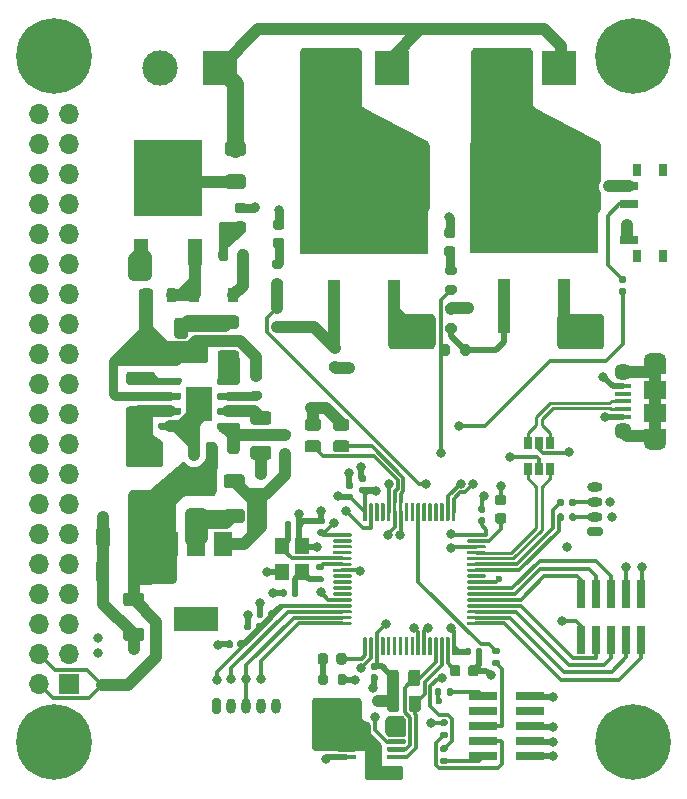
<source format=gbr>
%TF.GenerationSoftware,KiCad,Pcbnew,(5.1.7)-1*%
%TF.CreationDate,2020-11-23T19:12:34+01:00*%
%TF.ProjectId,astro_compute_board,61737472-6f5f-4636-9f6d-707574655f62,1*%
%TF.SameCoordinates,Original*%
%TF.FileFunction,Copper,L1,Top*%
%TF.FilePolarity,Positive*%
%FSLAX46Y46*%
G04 Gerber Fmt 4.6, Leading zero omitted, Abs format (unit mm)*
G04 Created by KiCad (PCBNEW (5.1.7)-1) date 2020-11-23 19:12:34*
%MOMM*%
%LPD*%
G01*
G04 APERTURE LIST*
%TA.AperFunction,SMDPad,CuDef*%
%ADD10R,1.900000X1.200000*%
%TD*%
%TA.AperFunction,ComponentPad*%
%ADD11O,1.900000X1.200000*%
%TD*%
%TA.AperFunction,SMDPad,CuDef*%
%ADD12R,1.900000X1.500000*%
%TD*%
%TA.AperFunction,ComponentPad*%
%ADD13C,1.450000*%
%TD*%
%TA.AperFunction,SMDPad,CuDef*%
%ADD14R,1.350000X0.400000*%
%TD*%
%TA.AperFunction,ComponentPad*%
%ADD15C,0.800000*%
%TD*%
%TA.AperFunction,ComponentPad*%
%ADD16C,6.400000*%
%TD*%
%TA.AperFunction,SMDPad,CuDef*%
%ADD17R,1.200000X1.400000*%
%TD*%
%TA.AperFunction,ComponentPad*%
%ADD18O,1.300000X0.800000*%
%TD*%
%TA.AperFunction,SMDPad,CuDef*%
%ADD19R,1.500000X2.000000*%
%TD*%
%TA.AperFunction,SMDPad,CuDef*%
%ADD20R,3.800000X2.000000*%
%TD*%
%TA.AperFunction,SMDPad,CuDef*%
%ADD21R,0.650000X1.060000*%
%TD*%
%TA.AperFunction,SMDPad,CuDef*%
%ADD22R,2.290000X3.000000*%
%TD*%
%TA.AperFunction,SMDPad,CuDef*%
%ADD23R,0.800000X1.000000*%
%TD*%
%TA.AperFunction,SMDPad,CuDef*%
%ADD24R,1.500000X0.700000*%
%TD*%
%TA.AperFunction,SMDPad,CuDef*%
%ADD25R,10.800000X9.400000*%
%TD*%
%TA.AperFunction,SMDPad,CuDef*%
%ADD26R,1.100000X4.600000*%
%TD*%
%TA.AperFunction,SMDPad,CuDef*%
%ADD27R,5.800000X6.400000*%
%TD*%
%TA.AperFunction,SMDPad,CuDef*%
%ADD28R,1.200000X2.200000*%
%TD*%
%TA.AperFunction,SMDPad,CuDef*%
%ADD29R,2.500000X1.900000*%
%TD*%
%TA.AperFunction,ComponentPad*%
%ADD30O,0.800000X1.300000*%
%TD*%
%TA.AperFunction,ComponentPad*%
%ADD31C,3.000000*%
%TD*%
%TA.AperFunction,ComponentPad*%
%ADD32R,3.000000X3.000000*%
%TD*%
%TA.AperFunction,ComponentPad*%
%ADD33O,1.700000X1.700000*%
%TD*%
%TA.AperFunction,ComponentPad*%
%ADD34R,1.700000X1.700000*%
%TD*%
%TA.AperFunction,SMDPad,CuDef*%
%ADD35R,2.400000X0.740000*%
%TD*%
%TA.AperFunction,SMDPad,CuDef*%
%ADD36R,0.740000X2.400000*%
%TD*%
%TA.AperFunction,SMDPad,CuDef*%
%ADD37R,0.900000X1.200000*%
%TD*%
%TA.AperFunction,ViaPad*%
%ADD38C,0.600000*%
%TD*%
%TA.AperFunction,ViaPad*%
%ADD39C,0.800000*%
%TD*%
%TA.AperFunction,Conductor*%
%ADD40C,1.000000*%
%TD*%
%TA.AperFunction,Conductor*%
%ADD41C,0.500000*%
%TD*%
%TA.AperFunction,Conductor*%
%ADD42C,0.300000*%
%TD*%
%TA.AperFunction,Conductor*%
%ADD43C,0.750000*%
%TD*%
%TA.AperFunction,Conductor*%
%ADD44C,1.400000*%
%TD*%
%TA.AperFunction,Conductor*%
%ADD45C,0.261112*%
%TD*%
%TA.AperFunction,Conductor*%
%ADD46C,0.254000*%
%TD*%
%TA.AperFunction,Conductor*%
%ADD47C,0.100000*%
%TD*%
G04 APERTURE END LIST*
%TO.P,U1,64*%
%TO.N,+3V3*%
%TA.AperFunction,SMDPad,CuDef*%
G36*
G01*
X177600000Y-135925000D02*
X177600000Y-134525000D01*
G75*
G02*
X177675000Y-134450000I75000J0D01*
G01*
X177825000Y-134450000D01*
G75*
G02*
X177900000Y-134525000I0J-75000D01*
G01*
X177900000Y-135925000D01*
G75*
G02*
X177825000Y-136000000I-75000J0D01*
G01*
X177675000Y-136000000D01*
G75*
G02*
X177600000Y-135925000I0J75000D01*
G01*
G37*
%TD.AperFunction*%
%TO.P,U1,63*%
%TO.N,GND*%
%TA.AperFunction,SMDPad,CuDef*%
G36*
G01*
X178100000Y-135925000D02*
X178100000Y-134525000D01*
G75*
G02*
X178175000Y-134450000I75000J0D01*
G01*
X178325000Y-134450000D01*
G75*
G02*
X178400000Y-134525000I0J-75000D01*
G01*
X178400000Y-135925000D01*
G75*
G02*
X178325000Y-136000000I-75000J0D01*
G01*
X178175000Y-136000000D01*
G75*
G02*
X178100000Y-135925000I0J75000D01*
G01*
G37*
%TD.AperFunction*%
%TO.P,U1,62*%
%TO.N,Net-(U1-Pad62)*%
%TA.AperFunction,SMDPad,CuDef*%
G36*
G01*
X178600000Y-135925000D02*
X178600000Y-134525000D01*
G75*
G02*
X178675000Y-134450000I75000J0D01*
G01*
X178825000Y-134450000D01*
G75*
G02*
X178900000Y-134525000I0J-75000D01*
G01*
X178900000Y-135925000D01*
G75*
G02*
X178825000Y-136000000I-75000J0D01*
G01*
X178675000Y-136000000D01*
G75*
G02*
X178600000Y-135925000I0J75000D01*
G01*
G37*
%TD.AperFunction*%
%TO.P,U1,61*%
%TO.N,Net-(U1-Pad61)*%
%TA.AperFunction,SMDPad,CuDef*%
G36*
G01*
X179100000Y-135925000D02*
X179100000Y-134525000D01*
G75*
G02*
X179175000Y-134450000I75000J0D01*
G01*
X179325000Y-134450000D01*
G75*
G02*
X179400000Y-134525000I0J-75000D01*
G01*
X179400000Y-135925000D01*
G75*
G02*
X179325000Y-136000000I-75000J0D01*
G01*
X179175000Y-136000000D01*
G75*
G02*
X179100000Y-135925000I0J75000D01*
G01*
G37*
%TD.AperFunction*%
%TO.P,U1,60*%
%TO.N,BOOT0*%
%TA.AperFunction,SMDPad,CuDef*%
G36*
G01*
X179600000Y-135925000D02*
X179600000Y-134525000D01*
G75*
G02*
X179675000Y-134450000I75000J0D01*
G01*
X179825000Y-134450000D01*
G75*
G02*
X179900000Y-134525000I0J-75000D01*
G01*
X179900000Y-135925000D01*
G75*
G02*
X179825000Y-136000000I-75000J0D01*
G01*
X179675000Y-136000000D01*
G75*
G02*
X179600000Y-135925000I0J75000D01*
G01*
G37*
%TD.AperFunction*%
%TO.P,U1,59*%
%TO.N,I2C1_SDA*%
%TA.AperFunction,SMDPad,CuDef*%
G36*
G01*
X180100000Y-135925000D02*
X180100000Y-134525000D01*
G75*
G02*
X180175000Y-134450000I75000J0D01*
G01*
X180325000Y-134450000D01*
G75*
G02*
X180400000Y-134525000I0J-75000D01*
G01*
X180400000Y-135925000D01*
G75*
G02*
X180325000Y-136000000I-75000J0D01*
G01*
X180175000Y-136000000D01*
G75*
G02*
X180100000Y-135925000I0J75000D01*
G01*
G37*
%TD.AperFunction*%
%TO.P,U1,58*%
%TO.N,I2C1_SCL*%
%TA.AperFunction,SMDPad,CuDef*%
G36*
G01*
X180600000Y-135925000D02*
X180600000Y-134525000D01*
G75*
G02*
X180675000Y-134450000I75000J0D01*
G01*
X180825000Y-134450000D01*
G75*
G02*
X180900000Y-134525000I0J-75000D01*
G01*
X180900000Y-135925000D01*
G75*
G02*
X180825000Y-136000000I-75000J0D01*
G01*
X180675000Y-136000000D01*
G75*
G02*
X180600000Y-135925000I0J75000D01*
G01*
G37*
%TD.AperFunction*%
%TO.P,U1,57*%
%TO.N,Net-(U1-Pad57)*%
%TA.AperFunction,SMDPad,CuDef*%
G36*
G01*
X181100000Y-135925000D02*
X181100000Y-134525000D01*
G75*
G02*
X181175000Y-134450000I75000J0D01*
G01*
X181325000Y-134450000D01*
G75*
G02*
X181400000Y-134525000I0J-75000D01*
G01*
X181400000Y-135925000D01*
G75*
G02*
X181325000Y-136000000I-75000J0D01*
G01*
X181175000Y-136000000D01*
G75*
G02*
X181100000Y-135925000I0J75000D01*
G01*
G37*
%TD.AperFunction*%
%TO.P,U1,56*%
%TO.N,Net-(U1-Pad56)*%
%TA.AperFunction,SMDPad,CuDef*%
G36*
G01*
X181600000Y-135925000D02*
X181600000Y-134525000D01*
G75*
G02*
X181675000Y-134450000I75000J0D01*
G01*
X181825000Y-134450000D01*
G75*
G02*
X181900000Y-134525000I0J-75000D01*
G01*
X181900000Y-135925000D01*
G75*
G02*
X181825000Y-136000000I-75000J0D01*
G01*
X181675000Y-136000000D01*
G75*
G02*
X181600000Y-135925000I0J75000D01*
G01*
G37*
%TD.AperFunction*%
%TO.P,U1,55*%
%TO.N,SWO*%
%TA.AperFunction,SMDPad,CuDef*%
G36*
G01*
X182100000Y-135925000D02*
X182100000Y-134525000D01*
G75*
G02*
X182175000Y-134450000I75000J0D01*
G01*
X182325000Y-134450000D01*
G75*
G02*
X182400000Y-134525000I0J-75000D01*
G01*
X182400000Y-135925000D01*
G75*
G02*
X182325000Y-136000000I-75000J0D01*
G01*
X182175000Y-136000000D01*
G75*
G02*
X182100000Y-135925000I0J75000D01*
G01*
G37*
%TD.AperFunction*%
%TO.P,U1,54*%
%TO.N,Net-(U1-Pad54)*%
%TA.AperFunction,SMDPad,CuDef*%
G36*
G01*
X182600000Y-135925000D02*
X182600000Y-134525000D01*
G75*
G02*
X182675000Y-134450000I75000J0D01*
G01*
X182825000Y-134450000D01*
G75*
G02*
X182900000Y-134525000I0J-75000D01*
G01*
X182900000Y-135925000D01*
G75*
G02*
X182825000Y-136000000I-75000J0D01*
G01*
X182675000Y-136000000D01*
G75*
G02*
X182600000Y-135925000I0J75000D01*
G01*
G37*
%TD.AperFunction*%
%TO.P,U1,53*%
%TO.N,Net-(U1-Pad53)*%
%TA.AperFunction,SMDPad,CuDef*%
G36*
G01*
X183100000Y-135925000D02*
X183100000Y-134525000D01*
G75*
G02*
X183175000Y-134450000I75000J0D01*
G01*
X183325000Y-134450000D01*
G75*
G02*
X183400000Y-134525000I0J-75000D01*
G01*
X183400000Y-135925000D01*
G75*
G02*
X183325000Y-136000000I-75000J0D01*
G01*
X183175000Y-136000000D01*
G75*
G02*
X183100000Y-135925000I0J75000D01*
G01*
G37*
%TD.AperFunction*%
%TO.P,U1,52*%
%TO.N,Net-(U1-Pad52)*%
%TA.AperFunction,SMDPad,CuDef*%
G36*
G01*
X183600000Y-135925000D02*
X183600000Y-134525000D01*
G75*
G02*
X183675000Y-134450000I75000J0D01*
G01*
X183825000Y-134450000D01*
G75*
G02*
X183900000Y-134525000I0J-75000D01*
G01*
X183900000Y-135925000D01*
G75*
G02*
X183825000Y-136000000I-75000J0D01*
G01*
X183675000Y-136000000D01*
G75*
G02*
X183600000Y-135925000I0J75000D01*
G01*
G37*
%TD.AperFunction*%
%TO.P,U1,51*%
%TO.N,Net-(U1-Pad51)*%
%TA.AperFunction,SMDPad,CuDef*%
G36*
G01*
X184100000Y-135925000D02*
X184100000Y-134525000D01*
G75*
G02*
X184175000Y-134450000I75000J0D01*
G01*
X184325000Y-134450000D01*
G75*
G02*
X184400000Y-134525000I0J-75000D01*
G01*
X184400000Y-135925000D01*
G75*
G02*
X184325000Y-136000000I-75000J0D01*
G01*
X184175000Y-136000000D01*
G75*
G02*
X184100000Y-135925000I0J75000D01*
G01*
G37*
%TD.AperFunction*%
%TO.P,U1,50*%
%TO.N,TEMP_ALERT*%
%TA.AperFunction,SMDPad,CuDef*%
G36*
G01*
X184600000Y-135925000D02*
X184600000Y-134525000D01*
G75*
G02*
X184675000Y-134450000I75000J0D01*
G01*
X184825000Y-134450000D01*
G75*
G02*
X184900000Y-134525000I0J-75000D01*
G01*
X184900000Y-135925000D01*
G75*
G02*
X184825000Y-136000000I-75000J0D01*
G01*
X184675000Y-136000000D01*
G75*
G02*
X184600000Y-135925000I0J75000D01*
G01*
G37*
%TD.AperFunction*%
%TO.P,U1,49*%
%TO.N,SWCLCK*%
%TA.AperFunction,SMDPad,CuDef*%
G36*
G01*
X185100000Y-135925000D02*
X185100000Y-134525000D01*
G75*
G02*
X185175000Y-134450000I75000J0D01*
G01*
X185325000Y-134450000D01*
G75*
G02*
X185400000Y-134525000I0J-75000D01*
G01*
X185400000Y-135925000D01*
G75*
G02*
X185325000Y-136000000I-75000J0D01*
G01*
X185175000Y-136000000D01*
G75*
G02*
X185100000Y-135925000I0J75000D01*
G01*
G37*
%TD.AperFunction*%
%TO.P,U1,48*%
%TO.N,+3V3*%
%TA.AperFunction,SMDPad,CuDef*%
G36*
G01*
X186400000Y-137225000D02*
X186400000Y-137075000D01*
G75*
G02*
X186475000Y-137000000I75000J0D01*
G01*
X187875000Y-137000000D01*
G75*
G02*
X187950000Y-137075000I0J-75000D01*
G01*
X187950000Y-137225000D01*
G75*
G02*
X187875000Y-137300000I-75000J0D01*
G01*
X186475000Y-137300000D01*
G75*
G02*
X186400000Y-137225000I0J75000D01*
G01*
G37*
%TD.AperFunction*%
%TO.P,U1,47*%
%TO.N,Net-(C2-Pad1)*%
%TA.AperFunction,SMDPad,CuDef*%
G36*
G01*
X186400000Y-137725000D02*
X186400000Y-137575000D01*
G75*
G02*
X186475000Y-137500000I75000J0D01*
G01*
X187875000Y-137500000D01*
G75*
G02*
X187950000Y-137575000I0J-75000D01*
G01*
X187950000Y-137725000D01*
G75*
G02*
X187875000Y-137800000I-75000J0D01*
G01*
X186475000Y-137800000D01*
G75*
G02*
X186400000Y-137725000I0J75000D01*
G01*
G37*
%TD.AperFunction*%
%TO.P,U1,46*%
%TO.N,SWDIO*%
%TA.AperFunction,SMDPad,CuDef*%
G36*
G01*
X186400000Y-138225000D02*
X186400000Y-138075000D01*
G75*
G02*
X186475000Y-138000000I75000J0D01*
G01*
X187875000Y-138000000D01*
G75*
G02*
X187950000Y-138075000I0J-75000D01*
G01*
X187950000Y-138225000D01*
G75*
G02*
X187875000Y-138300000I-75000J0D01*
G01*
X186475000Y-138300000D01*
G75*
G02*
X186400000Y-138225000I0J75000D01*
G01*
G37*
%TD.AperFunction*%
%TO.P,U1,45*%
%TO.N,USB_D+*%
%TA.AperFunction,SMDPad,CuDef*%
G36*
G01*
X186400000Y-138725000D02*
X186400000Y-138575000D01*
G75*
G02*
X186475000Y-138500000I75000J0D01*
G01*
X187875000Y-138500000D01*
G75*
G02*
X187950000Y-138575000I0J-75000D01*
G01*
X187950000Y-138725000D01*
G75*
G02*
X187875000Y-138800000I-75000J0D01*
G01*
X186475000Y-138800000D01*
G75*
G02*
X186400000Y-138725000I0J75000D01*
G01*
G37*
%TD.AperFunction*%
%TO.P,U1,44*%
%TO.N,USB_D-*%
%TA.AperFunction,SMDPad,CuDef*%
G36*
G01*
X186400000Y-139225000D02*
X186400000Y-139075000D01*
G75*
G02*
X186475000Y-139000000I75000J0D01*
G01*
X187875000Y-139000000D01*
G75*
G02*
X187950000Y-139075000I0J-75000D01*
G01*
X187950000Y-139225000D01*
G75*
G02*
X187875000Y-139300000I-75000J0D01*
G01*
X186475000Y-139300000D01*
G75*
G02*
X186400000Y-139225000I0J75000D01*
G01*
G37*
%TD.AperFunction*%
%TO.P,U1,43*%
%TO.N,USART1_RX*%
%TA.AperFunction,SMDPad,CuDef*%
G36*
G01*
X186400000Y-139725000D02*
X186400000Y-139575000D01*
G75*
G02*
X186475000Y-139500000I75000J0D01*
G01*
X187875000Y-139500000D01*
G75*
G02*
X187950000Y-139575000I0J-75000D01*
G01*
X187950000Y-139725000D01*
G75*
G02*
X187875000Y-139800000I-75000J0D01*
G01*
X186475000Y-139800000D01*
G75*
G02*
X186400000Y-139725000I0J75000D01*
G01*
G37*
%TD.AperFunction*%
%TO.P,U1,42*%
%TO.N,USART1_TX*%
%TA.AperFunction,SMDPad,CuDef*%
G36*
G01*
X186400000Y-140225000D02*
X186400000Y-140075000D01*
G75*
G02*
X186475000Y-140000000I75000J0D01*
G01*
X187875000Y-140000000D01*
G75*
G02*
X187950000Y-140075000I0J-75000D01*
G01*
X187950000Y-140225000D01*
G75*
G02*
X187875000Y-140300000I-75000J0D01*
G01*
X186475000Y-140300000D01*
G75*
G02*
X186400000Y-140225000I0J75000D01*
G01*
G37*
%TD.AperFunction*%
%TO.P,U1,41*%
%TO.N,Net-(U1-Pad41)*%
%TA.AperFunction,SMDPad,CuDef*%
G36*
G01*
X186400000Y-140725000D02*
X186400000Y-140575000D01*
G75*
G02*
X186475000Y-140500000I75000J0D01*
G01*
X187875000Y-140500000D01*
G75*
G02*
X187950000Y-140575000I0J-75000D01*
G01*
X187950000Y-140725000D01*
G75*
G02*
X187875000Y-140800000I-75000J0D01*
G01*
X186475000Y-140800000D01*
G75*
G02*
X186400000Y-140725000I0J75000D01*
G01*
G37*
%TD.AperFunction*%
%TO.P,U1,40*%
%TO.N,GPIO_01*%
%TA.AperFunction,SMDPad,CuDef*%
G36*
G01*
X186400000Y-141225000D02*
X186400000Y-141075000D01*
G75*
G02*
X186475000Y-141000000I75000J0D01*
G01*
X187875000Y-141000000D01*
G75*
G02*
X187950000Y-141075000I0J-75000D01*
G01*
X187950000Y-141225000D01*
G75*
G02*
X187875000Y-141300000I-75000J0D01*
G01*
X186475000Y-141300000D01*
G75*
G02*
X186400000Y-141225000I0J75000D01*
G01*
G37*
%TD.AperFunction*%
%TO.P,U1,39*%
%TO.N,GPIO_02*%
%TA.AperFunction,SMDPad,CuDef*%
G36*
G01*
X186400000Y-141725000D02*
X186400000Y-141575000D01*
G75*
G02*
X186475000Y-141500000I75000J0D01*
G01*
X187875000Y-141500000D01*
G75*
G02*
X187950000Y-141575000I0J-75000D01*
G01*
X187950000Y-141725000D01*
G75*
G02*
X187875000Y-141800000I-75000J0D01*
G01*
X186475000Y-141800000D01*
G75*
G02*
X186400000Y-141725000I0J75000D01*
G01*
G37*
%TD.AperFunction*%
%TO.P,U1,38*%
%TO.N,GPIO_03*%
%TA.AperFunction,SMDPad,CuDef*%
G36*
G01*
X186400000Y-142225000D02*
X186400000Y-142075000D01*
G75*
G02*
X186475000Y-142000000I75000J0D01*
G01*
X187875000Y-142000000D01*
G75*
G02*
X187950000Y-142075000I0J-75000D01*
G01*
X187950000Y-142225000D01*
G75*
G02*
X187875000Y-142300000I-75000J0D01*
G01*
X186475000Y-142300000D01*
G75*
G02*
X186400000Y-142225000I0J75000D01*
G01*
G37*
%TD.AperFunction*%
%TO.P,U1,37*%
%TO.N,GPIO_04*%
%TA.AperFunction,SMDPad,CuDef*%
G36*
G01*
X186400000Y-142725000D02*
X186400000Y-142575000D01*
G75*
G02*
X186475000Y-142500000I75000J0D01*
G01*
X187875000Y-142500000D01*
G75*
G02*
X187950000Y-142575000I0J-75000D01*
G01*
X187950000Y-142725000D01*
G75*
G02*
X187875000Y-142800000I-75000J0D01*
G01*
X186475000Y-142800000D01*
G75*
G02*
X186400000Y-142725000I0J75000D01*
G01*
G37*
%TD.AperFunction*%
%TO.P,U1,36*%
%TO.N,GPIO_08*%
%TA.AperFunction,SMDPad,CuDef*%
G36*
G01*
X186400000Y-143225000D02*
X186400000Y-143075000D01*
G75*
G02*
X186475000Y-143000000I75000J0D01*
G01*
X187875000Y-143000000D01*
G75*
G02*
X187950000Y-143075000I0J-75000D01*
G01*
X187950000Y-143225000D01*
G75*
G02*
X187875000Y-143300000I-75000J0D01*
G01*
X186475000Y-143300000D01*
G75*
G02*
X186400000Y-143225000I0J75000D01*
G01*
G37*
%TD.AperFunction*%
%TO.P,U1,35*%
%TO.N,GPIO_07*%
%TA.AperFunction,SMDPad,CuDef*%
G36*
G01*
X186400000Y-143725000D02*
X186400000Y-143575000D01*
G75*
G02*
X186475000Y-143500000I75000J0D01*
G01*
X187875000Y-143500000D01*
G75*
G02*
X187950000Y-143575000I0J-75000D01*
G01*
X187950000Y-143725000D01*
G75*
G02*
X187875000Y-143800000I-75000J0D01*
G01*
X186475000Y-143800000D01*
G75*
G02*
X186400000Y-143725000I0J75000D01*
G01*
G37*
%TD.AperFunction*%
%TO.P,U1,34*%
%TO.N,GPIO_06*%
%TA.AperFunction,SMDPad,CuDef*%
G36*
G01*
X186400000Y-144225000D02*
X186400000Y-144075000D01*
G75*
G02*
X186475000Y-144000000I75000J0D01*
G01*
X187875000Y-144000000D01*
G75*
G02*
X187950000Y-144075000I0J-75000D01*
G01*
X187950000Y-144225000D01*
G75*
G02*
X187875000Y-144300000I-75000J0D01*
G01*
X186475000Y-144300000D01*
G75*
G02*
X186400000Y-144225000I0J75000D01*
G01*
G37*
%TD.AperFunction*%
%TO.P,U1,33*%
%TO.N,GPIO_05*%
%TA.AperFunction,SMDPad,CuDef*%
G36*
G01*
X186400000Y-144725000D02*
X186400000Y-144575000D01*
G75*
G02*
X186475000Y-144500000I75000J0D01*
G01*
X187875000Y-144500000D01*
G75*
G02*
X187950000Y-144575000I0J-75000D01*
G01*
X187950000Y-144725000D01*
G75*
G02*
X187875000Y-144800000I-75000J0D01*
G01*
X186475000Y-144800000D01*
G75*
G02*
X186400000Y-144725000I0J75000D01*
G01*
G37*
%TD.AperFunction*%
%TO.P,U1,32*%
%TO.N,+3V3*%
%TA.AperFunction,SMDPad,CuDef*%
G36*
G01*
X185100000Y-147275000D02*
X185100000Y-145875000D01*
G75*
G02*
X185175000Y-145800000I75000J0D01*
G01*
X185325000Y-145800000D01*
G75*
G02*
X185400000Y-145875000I0J-75000D01*
G01*
X185400000Y-147275000D01*
G75*
G02*
X185325000Y-147350000I-75000J0D01*
G01*
X185175000Y-147350000D01*
G75*
G02*
X185100000Y-147275000I0J75000D01*
G01*
G37*
%TD.AperFunction*%
%TO.P,U1,31*%
%TO.N,Net-(C1-Pad1)*%
%TA.AperFunction,SMDPad,CuDef*%
G36*
G01*
X184600000Y-147275000D02*
X184600000Y-145875000D01*
G75*
G02*
X184675000Y-145800000I75000J0D01*
G01*
X184825000Y-145800000D01*
G75*
G02*
X184900000Y-145875000I0J-75000D01*
G01*
X184900000Y-147275000D01*
G75*
G02*
X184825000Y-147350000I-75000J0D01*
G01*
X184675000Y-147350000D01*
G75*
G02*
X184600000Y-147275000I0J75000D01*
G01*
G37*
%TD.AperFunction*%
%TO.P,U1,30*%
%TO.N,I2C2_SDA*%
%TA.AperFunction,SMDPad,CuDef*%
G36*
G01*
X184100000Y-147275000D02*
X184100000Y-145875000D01*
G75*
G02*
X184175000Y-145800000I75000J0D01*
G01*
X184325000Y-145800000D01*
G75*
G02*
X184400000Y-145875000I0J-75000D01*
G01*
X184400000Y-147275000D01*
G75*
G02*
X184325000Y-147350000I-75000J0D01*
G01*
X184175000Y-147350000D01*
G75*
G02*
X184100000Y-147275000I0J75000D01*
G01*
G37*
%TD.AperFunction*%
%TO.P,U1,29*%
%TO.N,I2C2_SCL*%
%TA.AperFunction,SMDPad,CuDef*%
G36*
G01*
X183600000Y-147275000D02*
X183600000Y-145875000D01*
G75*
G02*
X183675000Y-145800000I75000J0D01*
G01*
X183825000Y-145800000D01*
G75*
G02*
X183900000Y-145875000I0J-75000D01*
G01*
X183900000Y-147275000D01*
G75*
G02*
X183825000Y-147350000I-75000J0D01*
G01*
X183675000Y-147350000D01*
G75*
G02*
X183600000Y-147275000I0J75000D01*
G01*
G37*
%TD.AperFunction*%
%TO.P,U1,28*%
%TO.N,Net-(U1-Pad28)*%
%TA.AperFunction,SMDPad,CuDef*%
G36*
G01*
X183100000Y-147275000D02*
X183100000Y-145875000D01*
G75*
G02*
X183175000Y-145800000I75000J0D01*
G01*
X183325000Y-145800000D01*
G75*
G02*
X183400000Y-145875000I0J-75000D01*
G01*
X183400000Y-147275000D01*
G75*
G02*
X183325000Y-147350000I-75000J0D01*
G01*
X183175000Y-147350000D01*
G75*
G02*
X183100000Y-147275000I0J75000D01*
G01*
G37*
%TD.AperFunction*%
%TO.P,U1,27*%
%TO.N,PWM_B2*%
%TA.AperFunction,SMDPad,CuDef*%
G36*
G01*
X182600000Y-147275000D02*
X182600000Y-145875000D01*
G75*
G02*
X182675000Y-145800000I75000J0D01*
G01*
X182825000Y-145800000D01*
G75*
G02*
X182900000Y-145875000I0J-75000D01*
G01*
X182900000Y-147275000D01*
G75*
G02*
X182825000Y-147350000I-75000J0D01*
G01*
X182675000Y-147350000D01*
G75*
G02*
X182600000Y-147275000I0J75000D01*
G01*
G37*
%TD.AperFunction*%
%TO.P,U1,26*%
%TO.N,PWM_A2*%
%TA.AperFunction,SMDPad,CuDef*%
G36*
G01*
X182100000Y-147275000D02*
X182100000Y-145875000D01*
G75*
G02*
X182175000Y-145800000I75000J0D01*
G01*
X182325000Y-145800000D01*
G75*
G02*
X182400000Y-145875000I0J-75000D01*
G01*
X182400000Y-147275000D01*
G75*
G02*
X182325000Y-147350000I-75000J0D01*
G01*
X182175000Y-147350000D01*
G75*
G02*
X182100000Y-147275000I0J75000D01*
G01*
G37*
%TD.AperFunction*%
%TO.P,U1,25*%
%TO.N,Net-(U1-Pad25)*%
%TA.AperFunction,SMDPad,CuDef*%
G36*
G01*
X181600000Y-147275000D02*
X181600000Y-145875000D01*
G75*
G02*
X181675000Y-145800000I75000J0D01*
G01*
X181825000Y-145800000D01*
G75*
G02*
X181900000Y-145875000I0J-75000D01*
G01*
X181900000Y-147275000D01*
G75*
G02*
X181825000Y-147350000I-75000J0D01*
G01*
X181675000Y-147350000D01*
G75*
G02*
X181600000Y-147275000I0J75000D01*
G01*
G37*
%TD.AperFunction*%
%TO.P,U1,24*%
%TO.N,Net-(U1-Pad24)*%
%TA.AperFunction,SMDPad,CuDef*%
G36*
G01*
X181100000Y-147275000D02*
X181100000Y-145875000D01*
G75*
G02*
X181175000Y-145800000I75000J0D01*
G01*
X181325000Y-145800000D01*
G75*
G02*
X181400000Y-145875000I0J-75000D01*
G01*
X181400000Y-147275000D01*
G75*
G02*
X181325000Y-147350000I-75000J0D01*
G01*
X181175000Y-147350000D01*
G75*
G02*
X181100000Y-147275000I0J75000D01*
G01*
G37*
%TD.AperFunction*%
%TO.P,U1,23*%
%TO.N,Net-(U1-Pad23)*%
%TA.AperFunction,SMDPad,CuDef*%
G36*
G01*
X180600000Y-147275000D02*
X180600000Y-145875000D01*
G75*
G02*
X180675000Y-145800000I75000J0D01*
G01*
X180825000Y-145800000D01*
G75*
G02*
X180900000Y-145875000I0J-75000D01*
G01*
X180900000Y-147275000D01*
G75*
G02*
X180825000Y-147350000I-75000J0D01*
G01*
X180675000Y-147350000D01*
G75*
G02*
X180600000Y-147275000I0J75000D01*
G01*
G37*
%TD.AperFunction*%
%TO.P,U1,22*%
%TO.N,Net-(U1-Pad22)*%
%TA.AperFunction,SMDPad,CuDef*%
G36*
G01*
X180100000Y-147275000D02*
X180100000Y-145875000D01*
G75*
G02*
X180175000Y-145800000I75000J0D01*
G01*
X180325000Y-145800000D01*
G75*
G02*
X180400000Y-145875000I0J-75000D01*
G01*
X180400000Y-147275000D01*
G75*
G02*
X180325000Y-147350000I-75000J0D01*
G01*
X180175000Y-147350000D01*
G75*
G02*
X180100000Y-147275000I0J75000D01*
G01*
G37*
%TD.AperFunction*%
%TO.P,U1,21*%
%TO.N,Net-(U1-Pad21)*%
%TA.AperFunction,SMDPad,CuDef*%
G36*
G01*
X179600000Y-147275000D02*
X179600000Y-145875000D01*
G75*
G02*
X179675000Y-145800000I75000J0D01*
G01*
X179825000Y-145800000D01*
G75*
G02*
X179900000Y-145875000I0J-75000D01*
G01*
X179900000Y-147275000D01*
G75*
G02*
X179825000Y-147350000I-75000J0D01*
G01*
X179675000Y-147350000D01*
G75*
G02*
X179600000Y-147275000I0J75000D01*
G01*
G37*
%TD.AperFunction*%
%TO.P,U1,20*%
%TO.N,Net-(U1-Pad20)*%
%TA.AperFunction,SMDPad,CuDef*%
G36*
G01*
X179100000Y-147275000D02*
X179100000Y-145875000D01*
G75*
G02*
X179175000Y-145800000I75000J0D01*
G01*
X179325000Y-145800000D01*
G75*
G02*
X179400000Y-145875000I0J-75000D01*
G01*
X179400000Y-147275000D01*
G75*
G02*
X179325000Y-147350000I-75000J0D01*
G01*
X179175000Y-147350000D01*
G75*
G02*
X179100000Y-147275000I0J75000D01*
G01*
G37*
%TD.AperFunction*%
%TO.P,U1,19*%
%TO.N,+3V3*%
%TA.AperFunction,SMDPad,CuDef*%
G36*
G01*
X178600000Y-147275000D02*
X178600000Y-145875000D01*
G75*
G02*
X178675000Y-145800000I75000J0D01*
G01*
X178825000Y-145800000D01*
G75*
G02*
X178900000Y-145875000I0J-75000D01*
G01*
X178900000Y-147275000D01*
G75*
G02*
X178825000Y-147350000I-75000J0D01*
G01*
X178675000Y-147350000D01*
G75*
G02*
X178600000Y-147275000I0J75000D01*
G01*
G37*
%TD.AperFunction*%
%TO.P,U1,18*%
%TO.N,GND*%
%TA.AperFunction,SMDPad,CuDef*%
G36*
G01*
X178100000Y-147275000D02*
X178100000Y-145875000D01*
G75*
G02*
X178175000Y-145800000I75000J0D01*
G01*
X178325000Y-145800000D01*
G75*
G02*
X178400000Y-145875000I0J-75000D01*
G01*
X178400000Y-147275000D01*
G75*
G02*
X178325000Y-147350000I-75000J0D01*
G01*
X178175000Y-147350000D01*
G75*
G02*
X178100000Y-147275000I0J75000D01*
G01*
G37*
%TD.AperFunction*%
%TO.P,U1,17*%
%TO.N,LED_STATUS*%
%TA.AperFunction,SMDPad,CuDef*%
G36*
G01*
X177600000Y-147275000D02*
X177600000Y-145875000D01*
G75*
G02*
X177675000Y-145800000I75000J0D01*
G01*
X177825000Y-145800000D01*
G75*
G02*
X177900000Y-145875000I0J-75000D01*
G01*
X177900000Y-147275000D01*
G75*
G02*
X177825000Y-147350000I-75000J0D01*
G01*
X177675000Y-147350000D01*
G75*
G02*
X177600000Y-147275000I0J75000D01*
G01*
G37*
%TD.AperFunction*%
%TO.P,U1,16*%
%TO.N,ADC1_IN2*%
%TA.AperFunction,SMDPad,CuDef*%
G36*
G01*
X175050000Y-144725000D02*
X175050000Y-144575000D01*
G75*
G02*
X175125000Y-144500000I75000J0D01*
G01*
X176525000Y-144500000D01*
G75*
G02*
X176600000Y-144575000I0J-75000D01*
G01*
X176600000Y-144725000D01*
G75*
G02*
X176525000Y-144800000I-75000J0D01*
G01*
X175125000Y-144800000D01*
G75*
G02*
X175050000Y-144725000I0J75000D01*
G01*
G37*
%TD.AperFunction*%
%TO.P,U1,15*%
%TO.N,ADC1_IN1*%
%TA.AperFunction,SMDPad,CuDef*%
G36*
G01*
X175050000Y-144225000D02*
X175050000Y-144075000D01*
G75*
G02*
X175125000Y-144000000I75000J0D01*
G01*
X176525000Y-144000000D01*
G75*
G02*
X176600000Y-144075000I0J-75000D01*
G01*
X176600000Y-144225000D01*
G75*
G02*
X176525000Y-144300000I-75000J0D01*
G01*
X175125000Y-144300000D01*
G75*
G02*
X175050000Y-144225000I0J75000D01*
G01*
G37*
%TD.AperFunction*%
%TO.P,U1,14*%
%TO.N,ADC1_IN0*%
%TA.AperFunction,SMDPad,CuDef*%
G36*
G01*
X175050000Y-143725000D02*
X175050000Y-143575000D01*
G75*
G02*
X175125000Y-143500000I75000J0D01*
G01*
X176525000Y-143500000D01*
G75*
G02*
X176600000Y-143575000I0J-75000D01*
G01*
X176600000Y-143725000D01*
G75*
G02*
X176525000Y-143800000I-75000J0D01*
G01*
X175125000Y-143800000D01*
G75*
G02*
X175050000Y-143725000I0J75000D01*
G01*
G37*
%TD.AperFunction*%
%TO.P,U1,13*%
%TO.N,+3.3VA*%
%TA.AperFunction,SMDPad,CuDef*%
G36*
G01*
X175050000Y-143225000D02*
X175050000Y-143075000D01*
G75*
G02*
X175125000Y-143000000I75000J0D01*
G01*
X176525000Y-143000000D01*
G75*
G02*
X176600000Y-143075000I0J-75000D01*
G01*
X176600000Y-143225000D01*
G75*
G02*
X176525000Y-143300000I-75000J0D01*
G01*
X175125000Y-143300000D01*
G75*
G02*
X175050000Y-143225000I0J75000D01*
G01*
G37*
%TD.AperFunction*%
%TO.P,U1,12*%
%TO.N,GND*%
%TA.AperFunction,SMDPad,CuDef*%
G36*
G01*
X175050000Y-142725000D02*
X175050000Y-142575000D01*
G75*
G02*
X175125000Y-142500000I75000J0D01*
G01*
X176525000Y-142500000D01*
G75*
G02*
X176600000Y-142575000I0J-75000D01*
G01*
X176600000Y-142725000D01*
G75*
G02*
X176525000Y-142800000I-75000J0D01*
G01*
X175125000Y-142800000D01*
G75*
G02*
X175050000Y-142725000I0J75000D01*
G01*
G37*
%TD.AperFunction*%
%TO.P,U1,11*%
%TO.N,Net-(U1-Pad11)*%
%TA.AperFunction,SMDPad,CuDef*%
G36*
G01*
X175050000Y-142225000D02*
X175050000Y-142075000D01*
G75*
G02*
X175125000Y-142000000I75000J0D01*
G01*
X176525000Y-142000000D01*
G75*
G02*
X176600000Y-142075000I0J-75000D01*
G01*
X176600000Y-142225000D01*
G75*
G02*
X176525000Y-142300000I-75000J0D01*
G01*
X175125000Y-142300000D01*
G75*
G02*
X175050000Y-142225000I0J75000D01*
G01*
G37*
%TD.AperFunction*%
%TO.P,U1,10*%
%TO.N,Net-(U1-Pad10)*%
%TA.AperFunction,SMDPad,CuDef*%
G36*
G01*
X175050000Y-141725000D02*
X175050000Y-141575000D01*
G75*
G02*
X175125000Y-141500000I75000J0D01*
G01*
X176525000Y-141500000D01*
G75*
G02*
X176600000Y-141575000I0J-75000D01*
G01*
X176600000Y-141725000D01*
G75*
G02*
X176525000Y-141800000I-75000J0D01*
G01*
X175125000Y-141800000D01*
G75*
G02*
X175050000Y-141725000I0J75000D01*
G01*
G37*
%TD.AperFunction*%
%TO.P,U1,9*%
%TO.N,Net-(U1-Pad9)*%
%TA.AperFunction,SMDPad,CuDef*%
G36*
G01*
X175050000Y-141225000D02*
X175050000Y-141075000D01*
G75*
G02*
X175125000Y-141000000I75000J0D01*
G01*
X176525000Y-141000000D01*
G75*
G02*
X176600000Y-141075000I0J-75000D01*
G01*
X176600000Y-141225000D01*
G75*
G02*
X176525000Y-141300000I-75000J0D01*
G01*
X175125000Y-141300000D01*
G75*
G02*
X175050000Y-141225000I0J75000D01*
G01*
G37*
%TD.AperFunction*%
%TO.P,U1,8*%
%TO.N,Net-(U1-Pad8)*%
%TA.AperFunction,SMDPad,CuDef*%
G36*
G01*
X175050000Y-140725000D02*
X175050000Y-140575000D01*
G75*
G02*
X175125000Y-140500000I75000J0D01*
G01*
X176525000Y-140500000D01*
G75*
G02*
X176600000Y-140575000I0J-75000D01*
G01*
X176600000Y-140725000D01*
G75*
G02*
X176525000Y-140800000I-75000J0D01*
G01*
X175125000Y-140800000D01*
G75*
G02*
X175050000Y-140725000I0J75000D01*
G01*
G37*
%TD.AperFunction*%
%TO.P,U1,7*%
%TO.N,NRST*%
%TA.AperFunction,SMDPad,CuDef*%
G36*
G01*
X175050000Y-140225000D02*
X175050000Y-140075000D01*
G75*
G02*
X175125000Y-140000000I75000J0D01*
G01*
X176525000Y-140000000D01*
G75*
G02*
X176600000Y-140075000I0J-75000D01*
G01*
X176600000Y-140225000D01*
G75*
G02*
X176525000Y-140300000I-75000J0D01*
G01*
X175125000Y-140300000D01*
G75*
G02*
X175050000Y-140225000I0J75000D01*
G01*
G37*
%TD.AperFunction*%
%TO.P,U1,6*%
%TO.N,HSE_OUT*%
%TA.AperFunction,SMDPad,CuDef*%
G36*
G01*
X175050000Y-139725000D02*
X175050000Y-139575000D01*
G75*
G02*
X175125000Y-139500000I75000J0D01*
G01*
X176525000Y-139500000D01*
G75*
G02*
X176600000Y-139575000I0J-75000D01*
G01*
X176600000Y-139725000D01*
G75*
G02*
X176525000Y-139800000I-75000J0D01*
G01*
X175125000Y-139800000D01*
G75*
G02*
X175050000Y-139725000I0J75000D01*
G01*
G37*
%TD.AperFunction*%
%TO.P,U1,5*%
%TO.N,HSE_IN*%
%TA.AperFunction,SMDPad,CuDef*%
G36*
G01*
X175050000Y-139225000D02*
X175050000Y-139075000D01*
G75*
G02*
X175125000Y-139000000I75000J0D01*
G01*
X176525000Y-139000000D01*
G75*
G02*
X176600000Y-139075000I0J-75000D01*
G01*
X176600000Y-139225000D01*
G75*
G02*
X176525000Y-139300000I-75000J0D01*
G01*
X175125000Y-139300000D01*
G75*
G02*
X175050000Y-139225000I0J75000D01*
G01*
G37*
%TD.AperFunction*%
%TO.P,U1,4*%
%TO.N,Net-(U1-Pad4)*%
%TA.AperFunction,SMDPad,CuDef*%
G36*
G01*
X175050000Y-138725000D02*
X175050000Y-138575000D01*
G75*
G02*
X175125000Y-138500000I75000J0D01*
G01*
X176525000Y-138500000D01*
G75*
G02*
X176600000Y-138575000I0J-75000D01*
G01*
X176600000Y-138725000D01*
G75*
G02*
X176525000Y-138800000I-75000J0D01*
G01*
X175125000Y-138800000D01*
G75*
G02*
X175050000Y-138725000I0J75000D01*
G01*
G37*
%TD.AperFunction*%
%TO.P,U1,3*%
%TO.N,Net-(U1-Pad3)*%
%TA.AperFunction,SMDPad,CuDef*%
G36*
G01*
X175050000Y-138225000D02*
X175050000Y-138075000D01*
G75*
G02*
X175125000Y-138000000I75000J0D01*
G01*
X176525000Y-138000000D01*
G75*
G02*
X176600000Y-138075000I0J-75000D01*
G01*
X176600000Y-138225000D01*
G75*
G02*
X176525000Y-138300000I-75000J0D01*
G01*
X175125000Y-138300000D01*
G75*
G02*
X175050000Y-138225000I0J75000D01*
G01*
G37*
%TD.AperFunction*%
%TO.P,U1,2*%
%TO.N,Net-(U1-Pad2)*%
%TA.AperFunction,SMDPad,CuDef*%
G36*
G01*
X175050000Y-137725000D02*
X175050000Y-137575000D01*
G75*
G02*
X175125000Y-137500000I75000J0D01*
G01*
X176525000Y-137500000D01*
G75*
G02*
X176600000Y-137575000I0J-75000D01*
G01*
X176600000Y-137725000D01*
G75*
G02*
X176525000Y-137800000I-75000J0D01*
G01*
X175125000Y-137800000D01*
G75*
G02*
X175050000Y-137725000I0J75000D01*
G01*
G37*
%TD.AperFunction*%
%TO.P,U1,1*%
%TO.N,+3V3*%
%TA.AperFunction,SMDPad,CuDef*%
G36*
G01*
X175050000Y-137225000D02*
X175050000Y-137075000D01*
G75*
G02*
X175125000Y-137000000I75000J0D01*
G01*
X176525000Y-137000000D01*
G75*
G02*
X176600000Y-137075000I0J-75000D01*
G01*
X176600000Y-137225000D01*
G75*
G02*
X176525000Y-137300000I-75000J0D01*
G01*
X175125000Y-137300000D01*
G75*
G02*
X175050000Y-137225000I0J75000D01*
G01*
G37*
%TD.AperFunction*%
%TD*%
D10*
%TO.P,J6,6*%
%TO.N,Net-(J6-Pad6)*%
X202262500Y-128750000D03*
X202262500Y-122950000D03*
D11*
X202262500Y-122350000D03*
X202262500Y-129350000D03*
D12*
X202262500Y-126850000D03*
D13*
X199562500Y-123350000D03*
D14*
%TO.P,J6,3*%
%TO.N,USB_CON_D+*%
X199562500Y-125850000D03*
%TO.P,J6,4*%
%TO.N,Net-(J6-Pad4)*%
X199562500Y-125200000D03*
%TO.P,J6,5*%
%TO.N,GND*%
X199562500Y-124550000D03*
%TO.P,J6,1*%
%TO.N,+5V*%
X199562500Y-127150000D03*
%TO.P,J6,2*%
%TO.N,USB_CON_D-*%
X199562500Y-126500000D03*
D13*
%TO.P,J6,6*%
%TO.N,Net-(J6-Pad6)*%
X199562500Y-128350000D03*
D12*
X202262500Y-124850000D03*
%TD*%
%TO.P,R17,2*%
%TO.N,Net-(J1-Pad10)*%
%TA.AperFunction,SMDPad,CuDef*%
G36*
G01*
X184665000Y-150635000D02*
X184665000Y-150265000D01*
G75*
G02*
X184800000Y-150130000I135000J0D01*
G01*
X185070000Y-150130000D01*
G75*
G02*
X185205000Y-150265000I0J-135000D01*
G01*
X185205000Y-150635000D01*
G75*
G02*
X185070000Y-150770000I-135000J0D01*
G01*
X184800000Y-150770000D01*
G75*
G02*
X184665000Y-150635000I0J135000D01*
G01*
G37*
%TD.AperFunction*%
%TO.P,R17,1*%
%TO.N,NRST*%
%TA.AperFunction,SMDPad,CuDef*%
G36*
G01*
X183645000Y-150635000D02*
X183645000Y-150265000D01*
G75*
G02*
X183780000Y-150130000I135000J0D01*
G01*
X184050000Y-150130000D01*
G75*
G02*
X184185000Y-150265000I0J-135000D01*
G01*
X184185000Y-150635000D01*
G75*
G02*
X184050000Y-150770000I-135000J0D01*
G01*
X183780000Y-150770000D01*
G75*
G02*
X183645000Y-150635000I0J135000D01*
G01*
G37*
%TD.AperFunction*%
%TD*%
%TO.P,C6,2*%
%TO.N,GND*%
%TA.AperFunction,SMDPad,CuDef*%
G36*
G01*
X187795000Y-135270000D02*
X187455000Y-135270000D01*
G75*
G02*
X187315000Y-135130000I0J140000D01*
G01*
X187315000Y-134850000D01*
G75*
G02*
X187455000Y-134710000I140000J0D01*
G01*
X187795000Y-134710000D01*
G75*
G02*
X187935000Y-134850000I0J-140000D01*
G01*
X187935000Y-135130000D01*
G75*
G02*
X187795000Y-135270000I-140000J0D01*
G01*
G37*
%TD.AperFunction*%
%TO.P,C6,1*%
%TO.N,+3V3*%
%TA.AperFunction,SMDPad,CuDef*%
G36*
G01*
X187795000Y-136230000D02*
X187455000Y-136230000D01*
G75*
G02*
X187315000Y-136090000I0J140000D01*
G01*
X187315000Y-135810000D01*
G75*
G02*
X187455000Y-135670000I140000J0D01*
G01*
X187795000Y-135670000D01*
G75*
G02*
X187935000Y-135810000I0J-140000D01*
G01*
X187935000Y-136090000D01*
G75*
G02*
X187795000Y-136230000I-140000J0D01*
G01*
G37*
%TD.AperFunction*%
%TD*%
D15*
%TO.P,H4,1*%
%TO.N,GND*%
X153122056Y-94927944D03*
X151425000Y-94225000D03*
X149727944Y-94927944D03*
X149025000Y-96625000D03*
X149727944Y-98322056D03*
X151425000Y-99025000D03*
X153122056Y-98322056D03*
X153825000Y-96625000D03*
D16*
X151425000Y-96625000D03*
%TD*%
D15*
%TO.P,H3,1*%
%TO.N,GND*%
X153122056Y-152952944D03*
X151425000Y-152250000D03*
X149727944Y-152952944D03*
X149025000Y-154650000D03*
X149727944Y-156347056D03*
X151425000Y-157050000D03*
X153122056Y-156347056D03*
X153825000Y-154650000D03*
D16*
X151425000Y-154650000D03*
%TD*%
D15*
%TO.P,H2,1*%
%TO.N,GND*%
X202122056Y-152952944D03*
X200425000Y-152250000D03*
X198727944Y-152952944D03*
X198025000Y-154650000D03*
X198727944Y-156347056D03*
X200425000Y-157050000D03*
X202122056Y-156347056D03*
X202825000Y-154650000D03*
D16*
X200425000Y-154650000D03*
%TD*%
D15*
%TO.P,H1,1*%
%TO.N,GND*%
X202122056Y-94927944D03*
X200425000Y-94225000D03*
X198727944Y-94927944D03*
X198025000Y-96625000D03*
X198727944Y-98322056D03*
X200425000Y-99025000D03*
X202122056Y-98322056D03*
X202825000Y-96625000D03*
D16*
X200425000Y-96625000D03*
%TD*%
D17*
%TO.P,Y1,4*%
%TO.N,GND*%
X172425000Y-138100000D03*
%TO.P,Y1,3*%
%TO.N,Net-(C12-Pad1)*%
X172425000Y-140300000D03*
%TO.P,Y1,2*%
%TO.N,GND*%
X170725000Y-140300000D03*
%TO.P,Y1,1*%
%TO.N,HSE_IN*%
X170725000Y-138100000D03*
%TD*%
D18*
%TO.P,USART1,4*%
%TO.N,GND*%
X197225000Y-133100000D03*
%TO.P,USART1,3*%
%TO.N,Net-(R13-Pad1)*%
X197225000Y-134350000D03*
%TO.P,USART1,2*%
%TO.N,Net-(R12-Pad1)*%
X197225000Y-135600000D03*
%TO.P,USART1,1*%
%TO.N,+3V3*%
%TA.AperFunction,ComponentPad*%
G36*
G01*
X197675000Y-137250000D02*
X196775000Y-137250000D01*
G75*
G02*
X196575000Y-137050000I0J200000D01*
G01*
X196575000Y-136650000D01*
G75*
G02*
X196775000Y-136450000I200000J0D01*
G01*
X197675000Y-136450000D01*
G75*
G02*
X197875000Y-136650000I0J-200000D01*
G01*
X197875000Y-137050000D01*
G75*
G02*
X197675000Y-137250000I-200000J0D01*
G01*
G37*
%TD.AperFunction*%
%TD*%
%TO.P,U5,8*%
%TO.N,+3V3*%
%TA.AperFunction,SMDPad,CuDef*%
G36*
G01*
X176987500Y-155850000D02*
X176987500Y-156050000D01*
G75*
G02*
X176887500Y-156150000I-100000J0D01*
G01*
X175462500Y-156150000D01*
G75*
G02*
X175362500Y-156050000I0J100000D01*
G01*
X175362500Y-155850000D01*
G75*
G02*
X175462500Y-155750000I100000J0D01*
G01*
X176887500Y-155750000D01*
G75*
G02*
X176987500Y-155850000I0J-100000D01*
G01*
G37*
%TD.AperFunction*%
%TO.P,U5,7*%
%TO.N,GND*%
%TA.AperFunction,SMDPad,CuDef*%
G36*
G01*
X176987500Y-155200000D02*
X176987500Y-155400000D01*
G75*
G02*
X176887500Y-155500000I-100000J0D01*
G01*
X175462500Y-155500000D01*
G75*
G02*
X175362500Y-155400000I0J100000D01*
G01*
X175362500Y-155200000D01*
G75*
G02*
X175462500Y-155100000I100000J0D01*
G01*
X176887500Y-155100000D01*
G75*
G02*
X176987500Y-155200000I0J-100000D01*
G01*
G37*
%TD.AperFunction*%
%TO.P,U5,6*%
%TA.AperFunction,SMDPad,CuDef*%
G36*
G01*
X176987500Y-154550000D02*
X176987500Y-154750000D01*
G75*
G02*
X176887500Y-154850000I-100000J0D01*
G01*
X175462500Y-154850000D01*
G75*
G02*
X175362500Y-154750000I0J100000D01*
G01*
X175362500Y-154550000D01*
G75*
G02*
X175462500Y-154450000I100000J0D01*
G01*
X176887500Y-154450000D01*
G75*
G02*
X176987500Y-154550000I0J-100000D01*
G01*
G37*
%TD.AperFunction*%
%TO.P,U5,5*%
%TA.AperFunction,SMDPad,CuDef*%
G36*
G01*
X176987500Y-153900000D02*
X176987500Y-154100000D01*
G75*
G02*
X176887500Y-154200000I-100000J0D01*
G01*
X175462500Y-154200000D01*
G75*
G02*
X175362500Y-154100000I0J100000D01*
G01*
X175362500Y-153900000D01*
G75*
G02*
X175462500Y-153800000I100000J0D01*
G01*
X176887500Y-153800000D01*
G75*
G02*
X176987500Y-153900000I0J-100000D01*
G01*
G37*
%TD.AperFunction*%
%TO.P,U5,4*%
%TA.AperFunction,SMDPad,CuDef*%
G36*
G01*
X181212500Y-153900000D02*
X181212500Y-154100000D01*
G75*
G02*
X181112500Y-154200000I-100000J0D01*
G01*
X179687500Y-154200000D01*
G75*
G02*
X179587500Y-154100000I0J100000D01*
G01*
X179587500Y-153900000D01*
G75*
G02*
X179687500Y-153800000I100000J0D01*
G01*
X181112500Y-153800000D01*
G75*
G02*
X181212500Y-153900000I0J-100000D01*
G01*
G37*
%TD.AperFunction*%
%TO.P,U5,3*%
%TO.N,TEMP_ALERT*%
%TA.AperFunction,SMDPad,CuDef*%
G36*
G01*
X181212500Y-154550000D02*
X181212500Y-154750000D01*
G75*
G02*
X181112500Y-154850000I-100000J0D01*
G01*
X179687500Y-154850000D01*
G75*
G02*
X179587500Y-154750000I0J100000D01*
G01*
X179587500Y-154550000D01*
G75*
G02*
X179687500Y-154450000I100000J0D01*
G01*
X181112500Y-154450000D01*
G75*
G02*
X181212500Y-154550000I0J-100000D01*
G01*
G37*
%TD.AperFunction*%
%TO.P,U5,2*%
%TO.N,I2C2_SCL*%
%TA.AperFunction,SMDPad,CuDef*%
G36*
G01*
X181212500Y-155200000D02*
X181212500Y-155400000D01*
G75*
G02*
X181112500Y-155500000I-100000J0D01*
G01*
X179687500Y-155500000D01*
G75*
G02*
X179587500Y-155400000I0J100000D01*
G01*
X179587500Y-155200000D01*
G75*
G02*
X179687500Y-155100000I100000J0D01*
G01*
X181112500Y-155100000D01*
G75*
G02*
X181212500Y-155200000I0J-100000D01*
G01*
G37*
%TD.AperFunction*%
%TO.P,U5,1*%
%TO.N,I2C2_SDA*%
%TA.AperFunction,SMDPad,CuDef*%
G36*
G01*
X181212500Y-155850000D02*
X181212500Y-156050000D01*
G75*
G02*
X181112500Y-156150000I-100000J0D01*
G01*
X179687500Y-156150000D01*
G75*
G02*
X179587500Y-156050000I0J100000D01*
G01*
X179587500Y-155850000D01*
G75*
G02*
X179687500Y-155750000I100000J0D01*
G01*
X181112500Y-155750000D01*
G75*
G02*
X181212500Y-155850000I0J-100000D01*
G01*
G37*
%TD.AperFunction*%
%TD*%
D19*
%TO.P,U4,1*%
%TO.N,GND*%
X165725000Y-137950000D03*
%TO.P,U4,3*%
%TO.N,+5V*%
X161125000Y-137950000D03*
%TO.P,U4,2*%
%TO.N,+3V3*%
X163425000Y-137950000D03*
D20*
%TO.P,U4,4*%
%TO.N,N/C*%
X163425000Y-144250000D03*
%TD*%
D21*
%TO.P,U3,5*%
%TO.N,+3V3*%
X192475000Y-131550000D03*
%TO.P,U3,6*%
%TO.N,USB_D-*%
X193425000Y-131550000D03*
%TO.P,U3,4*%
%TO.N,USB_D+*%
X191525000Y-131550000D03*
%TO.P,U3,3*%
%TO.N,USB_CON_D+*%
X191525000Y-129350000D03*
%TO.P,U3,2*%
%TO.N,GND*%
X192475000Y-129350000D03*
%TO.P,U3,1*%
%TO.N,USB_CON_D-*%
X193425000Y-129350000D03*
%TD*%
D22*
%TO.P,U2,9*%
%TO.N,GND*%
X163700000Y-126035000D03*
%TO.P,U2,8*%
%TO.N,Net-(C14-Pad1)*%
%TA.AperFunction,SMDPad,CuDef*%
G36*
G01*
X165200000Y-124280000D02*
X165200000Y-123980000D01*
G75*
G02*
X165350000Y-123830000I150000J0D01*
G01*
X167000000Y-123830000D01*
G75*
G02*
X167150000Y-123980000I0J-150000D01*
G01*
X167150000Y-124280000D01*
G75*
G02*
X167000000Y-124430000I-150000J0D01*
G01*
X165350000Y-124430000D01*
G75*
G02*
X165200000Y-124280000I0J150000D01*
G01*
G37*
%TD.AperFunction*%
%TO.P,U2,7*%
%TO.N,Net-(R6-Pad1)*%
%TA.AperFunction,SMDPad,CuDef*%
G36*
G01*
X165200000Y-125550000D02*
X165200000Y-125250000D01*
G75*
G02*
X165350000Y-125100000I150000J0D01*
G01*
X167000000Y-125100000D01*
G75*
G02*
X167150000Y-125250000I0J-150000D01*
G01*
X167150000Y-125550000D01*
G75*
G02*
X167000000Y-125700000I-150000J0D01*
G01*
X165350000Y-125700000D01*
G75*
G02*
X165200000Y-125550000I0J150000D01*
G01*
G37*
%TD.AperFunction*%
%TO.P,U2,6*%
%TO.N,Net-(C17-Pad2)*%
%TA.AperFunction,SMDPad,CuDef*%
G36*
G01*
X165200000Y-126820000D02*
X165200000Y-126520000D01*
G75*
G02*
X165350000Y-126370000I150000J0D01*
G01*
X167000000Y-126370000D01*
G75*
G02*
X167150000Y-126520000I0J-150000D01*
G01*
X167150000Y-126820000D01*
G75*
G02*
X167000000Y-126970000I-150000J0D01*
G01*
X165350000Y-126970000D01*
G75*
G02*
X165200000Y-126820000I0J150000D01*
G01*
G37*
%TD.AperFunction*%
%TO.P,U2,5*%
%TO.N,Net-(R8-Pad1)*%
%TA.AperFunction,SMDPad,CuDef*%
G36*
G01*
X165200000Y-128090000D02*
X165200000Y-127790000D01*
G75*
G02*
X165350000Y-127640000I150000J0D01*
G01*
X167000000Y-127640000D01*
G75*
G02*
X167150000Y-127790000I0J-150000D01*
G01*
X167150000Y-128090000D01*
G75*
G02*
X167000000Y-128240000I-150000J0D01*
G01*
X165350000Y-128240000D01*
G75*
G02*
X165200000Y-128090000I0J150000D01*
G01*
G37*
%TD.AperFunction*%
%TO.P,U2,4*%
%TO.N,GND*%
%TA.AperFunction,SMDPad,CuDef*%
G36*
G01*
X160250000Y-128090000D02*
X160250000Y-127790000D01*
G75*
G02*
X160400000Y-127640000I150000J0D01*
G01*
X162050000Y-127640000D01*
G75*
G02*
X162200000Y-127790000I0J-150000D01*
G01*
X162200000Y-128090000D01*
G75*
G02*
X162050000Y-128240000I-150000J0D01*
G01*
X160400000Y-128240000D01*
G75*
G02*
X160250000Y-128090000I0J150000D01*
G01*
G37*
%TD.AperFunction*%
%TO.P,U2,3*%
%TO.N,Net-(C16-Pad1)*%
%TA.AperFunction,SMDPad,CuDef*%
G36*
G01*
X160250000Y-126820000D02*
X160250000Y-126520000D01*
G75*
G02*
X160400000Y-126370000I150000J0D01*
G01*
X162050000Y-126370000D01*
G75*
G02*
X162200000Y-126520000I0J-150000D01*
G01*
X162200000Y-126820000D01*
G75*
G02*
X162050000Y-126970000I-150000J0D01*
G01*
X160400000Y-126970000D01*
G75*
G02*
X160250000Y-126820000I0J150000D01*
G01*
G37*
%TD.AperFunction*%
%TO.P,U2,2*%
%TO.N,BUCK_VIN*%
%TA.AperFunction,SMDPad,CuDef*%
G36*
G01*
X160250000Y-125550000D02*
X160250000Y-125250000D01*
G75*
G02*
X160400000Y-125100000I150000J0D01*
G01*
X162050000Y-125100000D01*
G75*
G02*
X162200000Y-125250000I0J-150000D01*
G01*
X162200000Y-125550000D01*
G75*
G02*
X162050000Y-125700000I-150000J0D01*
G01*
X160400000Y-125700000D01*
G75*
G02*
X160250000Y-125550000I0J150000D01*
G01*
G37*
%TD.AperFunction*%
%TO.P,U2,1*%
%TO.N,Net-(C16-Pad2)*%
%TA.AperFunction,SMDPad,CuDef*%
G36*
G01*
X160250000Y-124280000D02*
X160250000Y-123980000D01*
G75*
G02*
X160400000Y-123830000I150000J0D01*
G01*
X162050000Y-123830000D01*
G75*
G02*
X162200000Y-123980000I0J-150000D01*
G01*
X162200000Y-124280000D01*
G75*
G02*
X162050000Y-124430000I-150000J0D01*
G01*
X160400000Y-124430000D01*
G75*
G02*
X160250000Y-124280000I0J150000D01*
G01*
G37*
%TD.AperFunction*%
%TD*%
D23*
%TO.P,BOOT,*%
%TO.N,*%
X200745000Y-113550000D03*
X200745000Y-106250000D03*
X202955000Y-106250000D03*
X202955000Y-113550000D03*
D24*
%TO.P,BOOT,3*%
%TO.N,GND*%
X200095000Y-107650000D03*
%TO.P,BOOT,2*%
%TO.N,Net-(R1-Pad1)*%
X200095000Y-109150000D03*
%TO.P,BOOT,1*%
%TO.N,+3V3*%
X200095000Y-112150000D03*
%TD*%
%TO.P,R24,2*%
%TO.N,+5V*%
%TA.AperFunction,SMDPad,CuDef*%
G36*
G01*
X166975000Y-113725000D02*
X166975000Y-113175000D01*
G75*
G02*
X167175000Y-112975000I200000J0D01*
G01*
X167575000Y-112975000D01*
G75*
G02*
X167775000Y-113175000I0J-200000D01*
G01*
X167775000Y-113725000D01*
G75*
G02*
X167575000Y-113925000I-200000J0D01*
G01*
X167175000Y-113925000D01*
G75*
G02*
X166975000Y-113725000I0J200000D01*
G01*
G37*
%TD.AperFunction*%
%TO.P,R24,1*%
%TO.N,Net-(D5-Pad2)*%
%TA.AperFunction,SMDPad,CuDef*%
G36*
G01*
X165325000Y-113725000D02*
X165325000Y-113175000D01*
G75*
G02*
X165525000Y-112975000I200000J0D01*
G01*
X165925000Y-112975000D01*
G75*
G02*
X166125000Y-113175000I0J-200000D01*
G01*
X166125000Y-113725000D01*
G75*
G02*
X165925000Y-113925000I-200000J0D01*
G01*
X165525000Y-113925000D01*
G75*
G02*
X165325000Y-113725000I0J200000D01*
G01*
G37*
%TD.AperFunction*%
%TD*%
%TO.P,R23,2*%
%TO.N,PWM_B2*%
%TA.AperFunction,SMDPad,CuDef*%
G36*
G01*
X170050000Y-115500000D02*
X170600000Y-115500000D01*
G75*
G02*
X170800000Y-115700000I0J-200000D01*
G01*
X170800000Y-116100000D01*
G75*
G02*
X170600000Y-116300000I-200000J0D01*
G01*
X170050000Y-116300000D01*
G75*
G02*
X169850000Y-116100000I0J200000D01*
G01*
X169850000Y-115700000D01*
G75*
G02*
X170050000Y-115500000I200000J0D01*
G01*
G37*
%TD.AperFunction*%
%TO.P,R23,1*%
%TO.N,Net-(D4-Pad2)*%
%TA.AperFunction,SMDPad,CuDef*%
G36*
G01*
X170050000Y-113850000D02*
X170600000Y-113850000D01*
G75*
G02*
X170800000Y-114050000I0J-200000D01*
G01*
X170800000Y-114450000D01*
G75*
G02*
X170600000Y-114650000I-200000J0D01*
G01*
X170050000Y-114650000D01*
G75*
G02*
X169850000Y-114450000I0J200000D01*
G01*
X169850000Y-114050000D01*
G75*
G02*
X170050000Y-113850000I200000J0D01*
G01*
G37*
%TD.AperFunction*%
%TD*%
%TO.P,R22,2*%
%TO.N,PWM_A2*%
%TA.AperFunction,SMDPad,CuDef*%
G36*
G01*
X184750000Y-116000000D02*
X185300000Y-116000000D01*
G75*
G02*
X185500000Y-116200000I0J-200000D01*
G01*
X185500000Y-116600000D01*
G75*
G02*
X185300000Y-116800000I-200000J0D01*
G01*
X184750000Y-116800000D01*
G75*
G02*
X184550000Y-116600000I0J200000D01*
G01*
X184550000Y-116200000D01*
G75*
G02*
X184750000Y-116000000I200000J0D01*
G01*
G37*
%TD.AperFunction*%
%TO.P,R22,1*%
%TO.N,Net-(D3-Pad2)*%
%TA.AperFunction,SMDPad,CuDef*%
G36*
G01*
X184750000Y-114350000D02*
X185300000Y-114350000D01*
G75*
G02*
X185500000Y-114550000I0J-200000D01*
G01*
X185500000Y-114950000D01*
G75*
G02*
X185300000Y-115150000I-200000J0D01*
G01*
X184750000Y-115150000D01*
G75*
G02*
X184550000Y-114950000I0J200000D01*
G01*
X184550000Y-114550000D01*
G75*
G02*
X184750000Y-114350000I200000J0D01*
G01*
G37*
%TD.AperFunction*%
%TD*%
%TO.P,R21,2*%
%TO.N,I2C2_SCL*%
%TA.AperFunction,SMDPad,CuDef*%
G36*
G01*
X181412500Y-149700001D02*
X181412500Y-148799999D01*
G75*
G02*
X181662499Y-148550000I249999J0D01*
G01*
X182187501Y-148550000D01*
G75*
G02*
X182437500Y-148799999I0J-249999D01*
G01*
X182437500Y-149700001D01*
G75*
G02*
X182187501Y-149950000I-249999J0D01*
G01*
X181662499Y-149950000D01*
G75*
G02*
X181412500Y-149700001I0J249999D01*
G01*
G37*
%TD.AperFunction*%
%TO.P,R21,1*%
%TO.N,+3V3*%
%TA.AperFunction,SMDPad,CuDef*%
G36*
G01*
X179587500Y-149700001D02*
X179587500Y-148799999D01*
G75*
G02*
X179837499Y-148550000I249999J0D01*
G01*
X180362501Y-148550000D01*
G75*
G02*
X180612500Y-148799999I0J-249999D01*
G01*
X180612500Y-149700001D01*
G75*
G02*
X180362501Y-149950000I-249999J0D01*
G01*
X179837499Y-149950000D01*
G75*
G02*
X179587500Y-149700001I0J249999D01*
G01*
G37*
%TD.AperFunction*%
%TD*%
%TO.P,R20,2*%
%TO.N,I2C2_SDA*%
%TA.AperFunction,SMDPad,CuDef*%
G36*
G01*
X181437500Y-151900001D02*
X181437500Y-150999999D01*
G75*
G02*
X181687499Y-150750000I249999J0D01*
G01*
X182212501Y-150750000D01*
G75*
G02*
X182462500Y-150999999I0J-249999D01*
G01*
X182462500Y-151900001D01*
G75*
G02*
X182212501Y-152150000I-249999J0D01*
G01*
X181687499Y-152150000D01*
G75*
G02*
X181437500Y-151900001I0J249999D01*
G01*
G37*
%TD.AperFunction*%
%TO.P,R20,1*%
%TO.N,+3V3*%
%TA.AperFunction,SMDPad,CuDef*%
G36*
G01*
X179612500Y-151900001D02*
X179612500Y-150999999D01*
G75*
G02*
X179862499Y-150750000I249999J0D01*
G01*
X180387501Y-150750000D01*
G75*
G02*
X180637500Y-150999999I0J-249999D01*
G01*
X180637500Y-151900001D01*
G75*
G02*
X180387501Y-152150000I-249999J0D01*
G01*
X179862499Y-152150000D01*
G75*
G02*
X179612500Y-151900001I0J249999D01*
G01*
G37*
%TD.AperFunction*%
%TD*%
%TO.P,R19,2*%
%TO.N,Net-(Q3-Pad1)*%
%TA.AperFunction,SMDPad,CuDef*%
G36*
G01*
X175449000Y-121712500D02*
X174899000Y-121712500D01*
G75*
G02*
X174699000Y-121512500I0J200000D01*
G01*
X174699000Y-121112500D01*
G75*
G02*
X174899000Y-120912500I200000J0D01*
G01*
X175449000Y-120912500D01*
G75*
G02*
X175649000Y-121112500I0J-200000D01*
G01*
X175649000Y-121512500D01*
G75*
G02*
X175449000Y-121712500I-200000J0D01*
G01*
G37*
%TD.AperFunction*%
%TO.P,R19,1*%
%TO.N,GND*%
%TA.AperFunction,SMDPad,CuDef*%
G36*
G01*
X175449000Y-123362500D02*
X174899000Y-123362500D01*
G75*
G02*
X174699000Y-123162500I0J200000D01*
G01*
X174699000Y-122762500D01*
G75*
G02*
X174899000Y-122562500I200000J0D01*
G01*
X175449000Y-122562500D01*
G75*
G02*
X175649000Y-122762500I0J-200000D01*
G01*
X175649000Y-123162500D01*
G75*
G02*
X175449000Y-123362500I-200000J0D01*
G01*
G37*
%TD.AperFunction*%
%TD*%
%TO.P,R18,2*%
%TO.N,PWM_B2*%
%TA.AperFunction,SMDPad,CuDef*%
G36*
G01*
X170600000Y-118300000D02*
X170050000Y-118300000D01*
G75*
G02*
X169850000Y-118100000I0J200000D01*
G01*
X169850000Y-117700000D01*
G75*
G02*
X170050000Y-117500000I200000J0D01*
G01*
X170600000Y-117500000D01*
G75*
G02*
X170800000Y-117700000I0J-200000D01*
G01*
X170800000Y-118100000D01*
G75*
G02*
X170600000Y-118300000I-200000J0D01*
G01*
G37*
%TD.AperFunction*%
%TO.P,R18,1*%
%TO.N,Net-(Q3-Pad1)*%
%TA.AperFunction,SMDPad,CuDef*%
G36*
G01*
X170600000Y-119950000D02*
X170050000Y-119950000D01*
G75*
G02*
X169850000Y-119750000I0J200000D01*
G01*
X169850000Y-119350000D01*
G75*
G02*
X170050000Y-119150000I200000J0D01*
G01*
X170600000Y-119150000D01*
G75*
G02*
X170800000Y-119350000I0J-200000D01*
G01*
X170800000Y-119750000D01*
G75*
G02*
X170600000Y-119950000I-200000J0D01*
G01*
G37*
%TD.AperFunction*%
%TD*%
%TO.P,R16,2*%
%TO.N,Net-(J1-Pad6)*%
%TA.AperFunction,SMDPad,CuDef*%
G36*
G01*
X188641500Y-147712500D02*
X189011500Y-147712500D01*
G75*
G02*
X189146500Y-147847500I0J-135000D01*
G01*
X189146500Y-148117500D01*
G75*
G02*
X189011500Y-148252500I-135000J0D01*
G01*
X188641500Y-148252500D01*
G75*
G02*
X188506500Y-148117500I0J135000D01*
G01*
X188506500Y-147847500D01*
G75*
G02*
X188641500Y-147712500I135000J0D01*
G01*
G37*
%TD.AperFunction*%
%TO.P,R16,1*%
%TO.N,SWO*%
%TA.AperFunction,SMDPad,CuDef*%
G36*
G01*
X188641500Y-146692500D02*
X189011500Y-146692500D01*
G75*
G02*
X189146500Y-146827500I0J-135000D01*
G01*
X189146500Y-147097500D01*
G75*
G02*
X189011500Y-147232500I-135000J0D01*
G01*
X188641500Y-147232500D01*
G75*
G02*
X188506500Y-147097500I0J135000D01*
G01*
X188506500Y-146827500D01*
G75*
G02*
X188641500Y-146692500I135000J0D01*
G01*
G37*
%TD.AperFunction*%
%TD*%
%TO.P,R15,2*%
%TO.N,Net-(J1-Pad4)*%
%TA.AperFunction,SMDPad,CuDef*%
G36*
G01*
X184240000Y-153800000D02*
X184610000Y-153800000D01*
G75*
G02*
X184745000Y-153935000I0J-135000D01*
G01*
X184745000Y-154205000D01*
G75*
G02*
X184610000Y-154340000I-135000J0D01*
G01*
X184240000Y-154340000D01*
G75*
G02*
X184105000Y-154205000I0J135000D01*
G01*
X184105000Y-153935000D01*
G75*
G02*
X184240000Y-153800000I135000J0D01*
G01*
G37*
%TD.AperFunction*%
%TO.P,R15,1*%
%TO.N,SWCLCK*%
%TA.AperFunction,SMDPad,CuDef*%
G36*
G01*
X184240000Y-152780000D02*
X184610000Y-152780000D01*
G75*
G02*
X184745000Y-152915000I0J-135000D01*
G01*
X184745000Y-153185000D01*
G75*
G02*
X184610000Y-153320000I-135000J0D01*
G01*
X184240000Y-153320000D01*
G75*
G02*
X184105000Y-153185000I0J135000D01*
G01*
X184105000Y-152915000D01*
G75*
G02*
X184240000Y-152780000I135000J0D01*
G01*
G37*
%TD.AperFunction*%
%TD*%
%TO.P,R14,2*%
%TO.N,Net-(J1-Pad2)*%
%TA.AperFunction,SMDPad,CuDef*%
G36*
G01*
X184240000Y-156000000D02*
X184610000Y-156000000D01*
G75*
G02*
X184745000Y-156135000I0J-135000D01*
G01*
X184745000Y-156405000D01*
G75*
G02*
X184610000Y-156540000I-135000J0D01*
G01*
X184240000Y-156540000D01*
G75*
G02*
X184105000Y-156405000I0J135000D01*
G01*
X184105000Y-156135000D01*
G75*
G02*
X184240000Y-156000000I135000J0D01*
G01*
G37*
%TD.AperFunction*%
%TO.P,R14,1*%
%TO.N,SWDIO*%
%TA.AperFunction,SMDPad,CuDef*%
G36*
G01*
X184240000Y-154980000D02*
X184610000Y-154980000D01*
G75*
G02*
X184745000Y-155115000I0J-135000D01*
G01*
X184745000Y-155385000D01*
G75*
G02*
X184610000Y-155520000I-135000J0D01*
G01*
X184240000Y-155520000D01*
G75*
G02*
X184105000Y-155385000I0J135000D01*
G01*
X184105000Y-155115000D01*
G75*
G02*
X184240000Y-154980000I135000J0D01*
G01*
G37*
%TD.AperFunction*%
%TD*%
%TO.P,R13,2*%
%TO.N,USART1_RX*%
%TA.AperFunction,SMDPad,CuDef*%
G36*
G01*
X194575000Y-134215000D02*
X194575000Y-134585000D01*
G75*
G02*
X194440000Y-134720000I-135000J0D01*
G01*
X194170000Y-134720000D01*
G75*
G02*
X194035000Y-134585000I0J135000D01*
G01*
X194035000Y-134215000D01*
G75*
G02*
X194170000Y-134080000I135000J0D01*
G01*
X194440000Y-134080000D01*
G75*
G02*
X194575000Y-134215000I0J-135000D01*
G01*
G37*
%TD.AperFunction*%
%TO.P,R13,1*%
%TO.N,Net-(R13-Pad1)*%
%TA.AperFunction,SMDPad,CuDef*%
G36*
G01*
X195595000Y-134215000D02*
X195595000Y-134585000D01*
G75*
G02*
X195460000Y-134720000I-135000J0D01*
G01*
X195190000Y-134720000D01*
G75*
G02*
X195055000Y-134585000I0J135000D01*
G01*
X195055000Y-134215000D01*
G75*
G02*
X195190000Y-134080000I135000J0D01*
G01*
X195460000Y-134080000D01*
G75*
G02*
X195595000Y-134215000I0J-135000D01*
G01*
G37*
%TD.AperFunction*%
%TD*%
%TO.P,R12,2*%
%TO.N,USART1_TX*%
%TA.AperFunction,SMDPad,CuDef*%
G36*
G01*
X194575000Y-135465000D02*
X194575000Y-135835000D01*
G75*
G02*
X194440000Y-135970000I-135000J0D01*
G01*
X194170000Y-135970000D01*
G75*
G02*
X194035000Y-135835000I0J135000D01*
G01*
X194035000Y-135465000D01*
G75*
G02*
X194170000Y-135330000I135000J0D01*
G01*
X194440000Y-135330000D01*
G75*
G02*
X194575000Y-135465000I0J-135000D01*
G01*
G37*
%TD.AperFunction*%
%TO.P,R12,1*%
%TO.N,Net-(R12-Pad1)*%
%TA.AperFunction,SMDPad,CuDef*%
G36*
G01*
X195595000Y-135465000D02*
X195595000Y-135835000D01*
G75*
G02*
X195460000Y-135970000I-135000J0D01*
G01*
X195190000Y-135970000D01*
G75*
G02*
X195055000Y-135835000I0J135000D01*
G01*
X195055000Y-135465000D01*
G75*
G02*
X195190000Y-135330000I135000J0D01*
G01*
X195460000Y-135330000D01*
G75*
G02*
X195595000Y-135465000I0J-135000D01*
G01*
G37*
%TD.AperFunction*%
%TD*%
%TO.P,R11,2*%
%TO.N,Net-(Q2-Pad1)*%
%TA.AperFunction,SMDPad,CuDef*%
G36*
G01*
X184750000Y-119250000D02*
X185300000Y-119250000D01*
G75*
G02*
X185500000Y-119450000I0J-200000D01*
G01*
X185500000Y-119850000D01*
G75*
G02*
X185300000Y-120050000I-200000J0D01*
G01*
X184750000Y-120050000D01*
G75*
G02*
X184550000Y-119850000I0J200000D01*
G01*
X184550000Y-119450000D01*
G75*
G02*
X184750000Y-119250000I200000J0D01*
G01*
G37*
%TD.AperFunction*%
%TO.P,R11,1*%
%TO.N,GND*%
%TA.AperFunction,SMDPad,CuDef*%
G36*
G01*
X184750000Y-117600000D02*
X185300000Y-117600000D01*
G75*
G02*
X185500000Y-117800000I0J-200000D01*
G01*
X185500000Y-118200000D01*
G75*
G02*
X185300000Y-118400000I-200000J0D01*
G01*
X184750000Y-118400000D01*
G75*
G02*
X184550000Y-118200000I0J200000D01*
G01*
X184550000Y-117800000D01*
G75*
G02*
X184750000Y-117600000I200000J0D01*
G01*
G37*
%TD.AperFunction*%
%TD*%
%TO.P,R10,2*%
%TO.N,PWM_A2*%
%TA.AperFunction,SMDPad,CuDef*%
G36*
G01*
X184972500Y-121228000D02*
X184972500Y-121778000D01*
G75*
G02*
X184772500Y-121978000I-200000J0D01*
G01*
X184372500Y-121978000D01*
G75*
G02*
X184172500Y-121778000I0J200000D01*
G01*
X184172500Y-121228000D01*
G75*
G02*
X184372500Y-121028000I200000J0D01*
G01*
X184772500Y-121028000D01*
G75*
G02*
X184972500Y-121228000I0J-200000D01*
G01*
G37*
%TD.AperFunction*%
%TO.P,R10,1*%
%TO.N,Net-(Q2-Pad1)*%
%TA.AperFunction,SMDPad,CuDef*%
G36*
G01*
X186622500Y-121228000D02*
X186622500Y-121778000D01*
G75*
G02*
X186422500Y-121978000I-200000J0D01*
G01*
X186022500Y-121978000D01*
G75*
G02*
X185822500Y-121778000I0J200000D01*
G01*
X185822500Y-121228000D01*
G75*
G02*
X186022500Y-121028000I200000J0D01*
G01*
X186422500Y-121028000D01*
G75*
G02*
X186622500Y-121228000I0J-200000D01*
G01*
G37*
%TD.AperFunction*%
%TD*%
%TO.P,R9,2*%
%TO.N,Net-(R8-Pad1)*%
%TA.AperFunction,SMDPad,CuDef*%
G36*
G01*
X171258000Y-129078500D02*
X170708000Y-129078500D01*
G75*
G02*
X170508000Y-128878500I0J200000D01*
G01*
X170508000Y-128478500D01*
G75*
G02*
X170708000Y-128278500I200000J0D01*
G01*
X171258000Y-128278500D01*
G75*
G02*
X171458000Y-128478500I0J-200000D01*
G01*
X171458000Y-128878500D01*
G75*
G02*
X171258000Y-129078500I-200000J0D01*
G01*
G37*
%TD.AperFunction*%
%TO.P,R9,1*%
%TO.N,GND*%
%TA.AperFunction,SMDPad,CuDef*%
G36*
G01*
X171258000Y-130728500D02*
X170708000Y-130728500D01*
G75*
G02*
X170508000Y-130528500I0J200000D01*
G01*
X170508000Y-130128500D01*
G75*
G02*
X170708000Y-129928500I200000J0D01*
G01*
X171258000Y-129928500D01*
G75*
G02*
X171458000Y-130128500I0J-200000D01*
G01*
X171458000Y-130528500D01*
G75*
G02*
X171258000Y-130728500I-200000J0D01*
G01*
G37*
%TD.AperFunction*%
%TD*%
%TO.P,R8,2*%
%TO.N,+5V*%
%TA.AperFunction,SMDPad,CuDef*%
G36*
G01*
X165175000Y-129475000D02*
X165175000Y-130025000D01*
G75*
G02*
X164975000Y-130225000I-200000J0D01*
G01*
X164575000Y-130225000D01*
G75*
G02*
X164375000Y-130025000I0J200000D01*
G01*
X164375000Y-129475000D01*
G75*
G02*
X164575000Y-129275000I200000J0D01*
G01*
X164975000Y-129275000D01*
G75*
G02*
X165175000Y-129475000I0J-200000D01*
G01*
G37*
%TD.AperFunction*%
%TO.P,R8,1*%
%TO.N,Net-(R8-Pad1)*%
%TA.AperFunction,SMDPad,CuDef*%
G36*
G01*
X166825000Y-129475000D02*
X166825000Y-130025000D01*
G75*
G02*
X166625000Y-130225000I-200000J0D01*
G01*
X166225000Y-130225000D01*
G75*
G02*
X166025000Y-130025000I0J200000D01*
G01*
X166025000Y-129475000D01*
G75*
G02*
X166225000Y-129275000I200000J0D01*
G01*
X166625000Y-129275000D01*
G75*
G02*
X166825000Y-129475000I0J-200000D01*
G01*
G37*
%TD.AperFunction*%
%TD*%
%TO.P,R7,2*%
%TO.N,Net-(C17-Pad1)*%
%TA.AperFunction,SMDPad,CuDef*%
G36*
G01*
X169200000Y-132425000D02*
X168650000Y-132425000D01*
G75*
G02*
X168450000Y-132225000I0J200000D01*
G01*
X168450000Y-131825000D01*
G75*
G02*
X168650000Y-131625000I200000J0D01*
G01*
X169200000Y-131625000D01*
G75*
G02*
X169400000Y-131825000I0J-200000D01*
G01*
X169400000Y-132225000D01*
G75*
G02*
X169200000Y-132425000I-200000J0D01*
G01*
G37*
%TD.AperFunction*%
%TO.P,R7,1*%
%TO.N,GND*%
%TA.AperFunction,SMDPad,CuDef*%
G36*
G01*
X169200000Y-134075000D02*
X168650000Y-134075000D01*
G75*
G02*
X168450000Y-133875000I0J200000D01*
G01*
X168450000Y-133475000D01*
G75*
G02*
X168650000Y-133275000I200000J0D01*
G01*
X169200000Y-133275000D01*
G75*
G02*
X169400000Y-133475000I0J-200000D01*
G01*
X169400000Y-133875000D01*
G75*
G02*
X169200000Y-134075000I-200000J0D01*
G01*
G37*
%TD.AperFunction*%
%TD*%
%TO.P,R6,2*%
%TO.N,BUCK_VIN*%
%TA.AperFunction,SMDPad,CuDef*%
G36*
G01*
X168800000Y-124100000D02*
X168250000Y-124100000D01*
G75*
G02*
X168050000Y-123900000I0J200000D01*
G01*
X168050000Y-123500000D01*
G75*
G02*
X168250000Y-123300000I200000J0D01*
G01*
X168800000Y-123300000D01*
G75*
G02*
X169000000Y-123500000I0J-200000D01*
G01*
X169000000Y-123900000D01*
G75*
G02*
X168800000Y-124100000I-200000J0D01*
G01*
G37*
%TD.AperFunction*%
%TO.P,R6,1*%
%TO.N,Net-(R6-Pad1)*%
%TA.AperFunction,SMDPad,CuDef*%
G36*
G01*
X168800000Y-125750000D02*
X168250000Y-125750000D01*
G75*
G02*
X168050000Y-125550000I0J200000D01*
G01*
X168050000Y-125150000D01*
G75*
G02*
X168250000Y-124950000I200000J0D01*
G01*
X168800000Y-124950000D01*
G75*
G02*
X169000000Y-125150000I0J-200000D01*
G01*
X169000000Y-125550000D01*
G75*
G02*
X168800000Y-125750000I-200000J0D01*
G01*
G37*
%TD.AperFunction*%
%TD*%
%TO.P,R5,2*%
%TO.N,I2C1_SCL*%
%TA.AperFunction,SMDPad,CuDef*%
G36*
G01*
X175274999Y-129137500D02*
X176175001Y-129137500D01*
G75*
G02*
X176425000Y-129387499I0J-249999D01*
G01*
X176425000Y-129912501D01*
G75*
G02*
X176175001Y-130162500I-249999J0D01*
G01*
X175274999Y-130162500D01*
G75*
G02*
X175025000Y-129912501I0J249999D01*
G01*
X175025000Y-129387499D01*
G75*
G02*
X175274999Y-129137500I249999J0D01*
G01*
G37*
%TD.AperFunction*%
%TO.P,R5,1*%
%TO.N,+3V3*%
%TA.AperFunction,SMDPad,CuDef*%
G36*
G01*
X175274999Y-127312500D02*
X176175001Y-127312500D01*
G75*
G02*
X176425000Y-127562499I0J-249999D01*
G01*
X176425000Y-128087501D01*
G75*
G02*
X176175001Y-128337500I-249999J0D01*
G01*
X175274999Y-128337500D01*
G75*
G02*
X175025000Y-128087501I0J249999D01*
G01*
X175025000Y-127562499D01*
G75*
G02*
X175274999Y-127312500I249999J0D01*
G01*
G37*
%TD.AperFunction*%
%TD*%
%TO.P,R4,2*%
%TO.N,I2C1_SDA*%
%TA.AperFunction,SMDPad,CuDef*%
G36*
G01*
X172874999Y-129137500D02*
X173775001Y-129137500D01*
G75*
G02*
X174025000Y-129387499I0J-249999D01*
G01*
X174025000Y-129912501D01*
G75*
G02*
X173775001Y-130162500I-249999J0D01*
G01*
X172874999Y-130162500D01*
G75*
G02*
X172625000Y-129912501I0J249999D01*
G01*
X172625000Y-129387499D01*
G75*
G02*
X172874999Y-129137500I249999J0D01*
G01*
G37*
%TD.AperFunction*%
%TO.P,R4,1*%
%TO.N,+3V3*%
%TA.AperFunction,SMDPad,CuDef*%
G36*
G01*
X172874999Y-127312500D02*
X173775001Y-127312500D01*
G75*
G02*
X174025000Y-127562499I0J-249999D01*
G01*
X174025000Y-128087501D01*
G75*
G02*
X173775001Y-128337500I-249999J0D01*
G01*
X172874999Y-128337500D01*
G75*
G02*
X172625000Y-128087501I0J249999D01*
G01*
X172625000Y-127562499D01*
G75*
G02*
X172874999Y-127312500I249999J0D01*
G01*
G37*
%TD.AperFunction*%
%TD*%
%TO.P,R3,2*%
%TO.N,GND*%
%TA.AperFunction,SMDPad,CuDef*%
G36*
G01*
X175425000Y-149675000D02*
X175425000Y-149125000D01*
G75*
G02*
X175625000Y-148925000I200000J0D01*
G01*
X176025000Y-148925000D01*
G75*
G02*
X176225000Y-149125000I0J-200000D01*
G01*
X176225000Y-149675000D01*
G75*
G02*
X176025000Y-149875000I-200000J0D01*
G01*
X175625000Y-149875000D01*
G75*
G02*
X175425000Y-149675000I0J200000D01*
G01*
G37*
%TD.AperFunction*%
%TO.P,R3,1*%
%TO.N,Net-(D1-Pad1)*%
%TA.AperFunction,SMDPad,CuDef*%
G36*
G01*
X173775000Y-149675000D02*
X173775000Y-149125000D01*
G75*
G02*
X173975000Y-148925000I200000J0D01*
G01*
X174375000Y-148925000D01*
G75*
G02*
X174575000Y-149125000I0J-200000D01*
G01*
X174575000Y-149675000D01*
G75*
G02*
X174375000Y-149875000I-200000J0D01*
G01*
X173975000Y-149875000D01*
G75*
G02*
X173775000Y-149675000I0J200000D01*
G01*
G37*
%TD.AperFunction*%
%TD*%
%TO.P,R2,2*%
%TO.N,Net-(C12-Pad1)*%
%TA.AperFunction,SMDPad,CuDef*%
G36*
G01*
X173740000Y-140640000D02*
X174110000Y-140640000D01*
G75*
G02*
X174245000Y-140775000I0J-135000D01*
G01*
X174245000Y-141045000D01*
G75*
G02*
X174110000Y-141180000I-135000J0D01*
G01*
X173740000Y-141180000D01*
G75*
G02*
X173605000Y-141045000I0J135000D01*
G01*
X173605000Y-140775000D01*
G75*
G02*
X173740000Y-140640000I135000J0D01*
G01*
G37*
%TD.AperFunction*%
%TO.P,R2,1*%
%TO.N,HSE_OUT*%
%TA.AperFunction,SMDPad,CuDef*%
G36*
G01*
X173740000Y-139620000D02*
X174110000Y-139620000D01*
G75*
G02*
X174245000Y-139755000I0J-135000D01*
G01*
X174245000Y-140025000D01*
G75*
G02*
X174110000Y-140160000I-135000J0D01*
G01*
X173740000Y-140160000D01*
G75*
G02*
X173605000Y-140025000I0J135000D01*
G01*
X173605000Y-139755000D01*
G75*
G02*
X173740000Y-139620000I135000J0D01*
G01*
G37*
%TD.AperFunction*%
%TD*%
%TO.P,R1,2*%
%TO.N,BOOT0*%
%TA.AperFunction,SMDPad,CuDef*%
G36*
G01*
X199373000Y-116284000D02*
X199743000Y-116284000D01*
G75*
G02*
X199878000Y-116419000I0J-135000D01*
G01*
X199878000Y-116689000D01*
G75*
G02*
X199743000Y-116824000I-135000J0D01*
G01*
X199373000Y-116824000D01*
G75*
G02*
X199238000Y-116689000I0J135000D01*
G01*
X199238000Y-116419000D01*
G75*
G02*
X199373000Y-116284000I135000J0D01*
G01*
G37*
%TD.AperFunction*%
%TO.P,R1,1*%
%TO.N,Net-(R1-Pad1)*%
%TA.AperFunction,SMDPad,CuDef*%
G36*
G01*
X199373000Y-115264000D02*
X199743000Y-115264000D01*
G75*
G02*
X199878000Y-115399000I0J-135000D01*
G01*
X199878000Y-115669000D01*
G75*
G02*
X199743000Y-115804000I-135000J0D01*
G01*
X199373000Y-115804000D01*
G75*
G02*
X199238000Y-115669000I0J135000D01*
G01*
X199238000Y-115399000D01*
G75*
G02*
X199373000Y-115264000I135000J0D01*
G01*
G37*
%TD.AperFunction*%
%TD*%
D25*
%TO.P,Q3,2*%
%TO.N,Net-(Heater2-Pad2)*%
X177625000Y-108675000D03*
D26*
%TO.P,Q3,3*%
%TO.N,GND*%
X180165000Y-117825000D03*
%TO.P,Q3,1*%
%TO.N,Net-(Q3-Pad1)*%
X175085000Y-117825000D03*
%TD*%
D25*
%TO.P,Q2,2*%
%TO.N,Net-(Heater1-Pad2)*%
X192050000Y-108625000D03*
D26*
%TO.P,Q2,3*%
%TO.N,GND*%
X194590000Y-117775000D03*
%TO.P,Q2,1*%
%TO.N,Net-(Q2-Pad1)*%
X189510000Y-117775000D03*
%TD*%
D27*
%TO.P,Q1,2*%
%TO.N,Net-(F1-Pad2)*%
X161050000Y-106925000D03*
D28*
%TO.P,Q1,3*%
%TO.N,Net-(D2-Pad1)*%
X163330000Y-113225000D03*
%TO.P,Q1,1*%
%TO.N,GND*%
X158770000Y-113225000D03*
%TD*%
D29*
%TO.P,L2,2*%
%TO.N,+5V*%
X159225000Y-134450000D03*
%TO.P,L2,1*%
%TO.N,Net-(C16-Pad1)*%
X159225000Y-130350000D03*
%TD*%
%TO.P,L1,2*%
%TO.N,+3.3VA*%
%TA.AperFunction,SMDPad,CuDef*%
G36*
G01*
X166941500Y-146567500D02*
X166941500Y-146222500D01*
G75*
G02*
X167089000Y-146075000I147500J0D01*
G01*
X167384000Y-146075000D01*
G75*
G02*
X167531500Y-146222500I0J-147500D01*
G01*
X167531500Y-146567500D01*
G75*
G02*
X167384000Y-146715000I-147500J0D01*
G01*
X167089000Y-146715000D01*
G75*
G02*
X166941500Y-146567500I0J147500D01*
G01*
G37*
%TD.AperFunction*%
%TO.P,L1,1*%
%TO.N,+3V3*%
%TA.AperFunction,SMDPad,CuDef*%
G36*
G01*
X165971500Y-146567500D02*
X165971500Y-146222500D01*
G75*
G02*
X166119000Y-146075000I147500J0D01*
G01*
X166414000Y-146075000D01*
G75*
G02*
X166561500Y-146222500I0J-147500D01*
G01*
X166561500Y-146567500D01*
G75*
G02*
X166414000Y-146715000I-147500J0D01*
G01*
X166119000Y-146715000D01*
G75*
G02*
X165971500Y-146567500I0J147500D01*
G01*
G37*
%TD.AperFunction*%
%TD*%
D30*
%TO.P,ADC,5*%
%TO.N,GND*%
X170175000Y-151650000D03*
%TO.P,ADC,4*%
%TO.N,ADC1_IN2*%
X168925000Y-151650000D03*
%TO.P,ADC,3*%
%TO.N,ADC1_IN1*%
X167675000Y-151650000D03*
%TO.P,ADC,2*%
%TO.N,ADC1_IN0*%
X166425000Y-151650000D03*
%TO.P,ADC,1*%
%TO.N,+3.3VA*%
%TA.AperFunction,ComponentPad*%
G36*
G01*
X164775000Y-152100000D02*
X164775000Y-151200000D01*
G75*
G02*
X164975000Y-151000000I200000J0D01*
G01*
X165375000Y-151000000D01*
G75*
G02*
X165575000Y-151200000I0J-200000D01*
G01*
X165575000Y-152100000D01*
G75*
G02*
X165375000Y-152300000I-200000J0D01*
G01*
X164975000Y-152300000D01*
G75*
G02*
X164775000Y-152100000I0J200000D01*
G01*
G37*
%TD.AperFunction*%
%TD*%
D31*
%TO.P,J9,2*%
%TO.N,GND*%
X160345000Y-97650000D03*
D32*
%TO.P,J9,1*%
%TO.N,+12V*%
X165425000Y-97650000D03*
%TD*%
D33*
%TO.P,J8,40*%
%TO.N,Net-(J8-Pad40)*%
X150135000Y-101510000D03*
%TO.P,J8,39*%
%TO.N,GND*%
X152675000Y-101510000D03*
%TO.P,J8,38*%
%TO.N,Net-(J8-Pad38)*%
X150135000Y-104050000D03*
%TO.P,J8,37*%
%TO.N,Net-(J8-Pad37)*%
X152675000Y-104050000D03*
%TO.P,J8,36*%
%TO.N,Net-(J8-Pad36)*%
X150135000Y-106590000D03*
%TO.P,J8,35*%
%TO.N,Net-(J8-Pad35)*%
X152675000Y-106590000D03*
%TO.P,J8,34*%
%TO.N,GND*%
X150135000Y-109130000D03*
%TO.P,J8,33*%
%TO.N,Net-(J8-Pad33)*%
X152675000Y-109130000D03*
%TO.P,J8,32*%
%TO.N,Net-(J8-Pad32)*%
X150135000Y-111670000D03*
%TO.P,J8,31*%
%TO.N,Net-(J8-Pad31)*%
X152675000Y-111670000D03*
%TO.P,J8,30*%
%TO.N,GND*%
X150135000Y-114210000D03*
%TO.P,J8,29*%
%TO.N,Net-(J8-Pad29)*%
X152675000Y-114210000D03*
%TO.P,J8,28*%
%TO.N,Net-(J8-Pad28)*%
X150135000Y-116750000D03*
%TO.P,J8,27*%
%TO.N,Net-(J8-Pad27)*%
X152675000Y-116750000D03*
%TO.P,J8,26*%
%TO.N,Net-(J8-Pad26)*%
X150135000Y-119290000D03*
%TO.P,J8,25*%
%TO.N,GND*%
X152675000Y-119290000D03*
%TO.P,J8,24*%
%TO.N,Net-(J8-Pad24)*%
X150135000Y-121830000D03*
%TO.P,J8,23*%
%TO.N,Net-(J8-Pad23)*%
X152675000Y-121830000D03*
%TO.P,J8,22*%
%TO.N,Net-(J8-Pad22)*%
X150135000Y-124370000D03*
%TO.P,J8,21*%
%TO.N,Net-(J8-Pad21)*%
X152675000Y-124370000D03*
%TO.P,J8,20*%
%TO.N,GND*%
X150135000Y-126910000D03*
%TO.P,J8,19*%
%TO.N,Net-(J8-Pad19)*%
X152675000Y-126910000D03*
%TO.P,J8,18*%
%TO.N,Net-(J8-Pad18)*%
X150135000Y-129450000D03*
%TO.P,J8,17*%
%TO.N,+3V3*%
X152675000Y-129450000D03*
%TO.P,J8,16*%
%TO.N,Net-(J8-Pad16)*%
X150135000Y-131990000D03*
%TO.P,J8,15*%
%TO.N,Net-(J8-Pad15)*%
X152675000Y-131990000D03*
%TO.P,J8,14*%
%TO.N,GND*%
X150135000Y-134530000D03*
%TO.P,J8,13*%
%TO.N,Net-(J8-Pad13)*%
X152675000Y-134530000D03*
%TO.P,J8,12*%
%TO.N,Net-(J8-Pad12)*%
X150135000Y-137070000D03*
%TO.P,J8,11*%
%TO.N,Net-(J8-Pad11)*%
X152675000Y-137070000D03*
%TO.P,J8,10*%
%TO.N,Net-(J8-Pad10)*%
X150135000Y-139610000D03*
%TO.P,J8,9*%
%TO.N,GND*%
X152675000Y-139610000D03*
%TO.P,J8,8*%
%TO.N,Net-(J8-Pad8)*%
X150135000Y-142150000D03*
%TO.P,J8,7*%
%TO.N,Net-(J8-Pad7)*%
X152675000Y-142150000D03*
%TO.P,J8,6*%
%TO.N,GND*%
X150135000Y-144690000D03*
%TO.P,J8,5*%
%TO.N,I2C1_SCL*%
X152675000Y-144690000D03*
%TO.P,J8,4*%
%TO.N,+5V*%
X150135000Y-147230000D03*
%TO.P,J8,3*%
%TO.N,I2C1_SDA*%
X152675000Y-147230000D03*
%TO.P,J8,2*%
%TO.N,+5V*%
X150135000Y-149770000D03*
D34*
%TO.P,J8,1*%
%TO.N,+3V3*%
X152675000Y-149770000D03*
%TD*%
D35*
%TO.P,SWD,10*%
%TO.N,Net-(J1-Pad10)*%
X187775000Y-150820000D03*
%TO.P,SWD,9*%
%TO.N,GND*%
X191675000Y-150820000D03*
%TO.P,SWD,8*%
%TO.N,Net-(J1-Pad8)*%
X187775000Y-152090000D03*
%TO.P,SWD,7*%
%TO.N,Net-(J1-Pad7)*%
X191675000Y-152090000D03*
%TO.P,SWD,6*%
%TO.N,Net-(J1-Pad6)*%
X187775000Y-153360000D03*
%TO.P,SWD,5*%
%TO.N,GND*%
X191675000Y-153360000D03*
%TO.P,SWD,4*%
%TO.N,Net-(J1-Pad4)*%
X187775000Y-154630000D03*
%TO.P,SWD,3*%
%TO.N,GND*%
X191675000Y-154630000D03*
%TO.P,SWD,2*%
%TO.N,Net-(J1-Pad2)*%
X187775000Y-155900000D03*
%TO.P,SWD,1*%
%TO.N,+3V3*%
X191675000Y-155900000D03*
%TD*%
D31*
%TO.P,Heater2,2*%
%TO.N,Net-(Heater2-Pad2)*%
X174945000Y-97650000D03*
D32*
%TO.P,Heater2,1*%
%TO.N,+12V*%
X180025000Y-97650000D03*
%TD*%
D31*
%TO.P,Heater1,2*%
%TO.N,Net-(Heater1-Pad2)*%
X189095000Y-97640000D03*
D32*
%TO.P,Heater1,1*%
%TO.N,+12V*%
X194175000Y-97640000D03*
%TD*%
D36*
%TO.P,GPIO,10*%
%TO.N,GND*%
X196045000Y-146050000D03*
%TO.P,GPIO,9*%
%TO.N,GPIO_04*%
X196045000Y-142150000D03*
%TO.P,GPIO,8*%
%TO.N,GPIO_08*%
X197315000Y-146050000D03*
%TO.P,GPIO,7*%
%TO.N,GPIO_03*%
X197315000Y-142150000D03*
%TO.P,GPIO,6*%
%TO.N,GPIO_07*%
X198585000Y-146050000D03*
%TO.P,GPIO,5*%
%TO.N,GPIO_02*%
X198585000Y-142150000D03*
%TO.P,GPIO,4*%
%TO.N,GPIO_06*%
X199855000Y-146050000D03*
%TO.P,GPIO,3*%
%TO.N,GPIO_01*%
X199855000Y-142150000D03*
%TO.P,GPIO,2*%
%TO.N,GPIO_05*%
X201125000Y-146050000D03*
%TO.P,GPIO,1*%
%TO.N,+3V3*%
X201125000Y-142150000D03*
%TD*%
%TO.P,FB1,2*%
%TO.N,Net-(D2-Pad1)*%
%TA.AperFunction,SMDPad,CuDef*%
G36*
G01*
X160937500Y-117231250D02*
X160937500Y-116468750D01*
G75*
G02*
X161156250Y-116250000I218750J0D01*
G01*
X161593750Y-116250000D01*
G75*
G02*
X161812500Y-116468750I0J-218750D01*
G01*
X161812500Y-117231250D01*
G75*
G02*
X161593750Y-117450000I-218750J0D01*
G01*
X161156250Y-117450000D01*
G75*
G02*
X160937500Y-117231250I0J218750D01*
G01*
G37*
%TD.AperFunction*%
%TO.P,FB1,1*%
%TO.N,BUCK_VIN*%
%TA.AperFunction,SMDPad,CuDef*%
G36*
G01*
X158812500Y-117231250D02*
X158812500Y-116468750D01*
G75*
G02*
X159031250Y-116250000I218750J0D01*
G01*
X159468750Y-116250000D01*
G75*
G02*
X159687500Y-116468750I0J-218750D01*
G01*
X159687500Y-117231250D01*
G75*
G02*
X159468750Y-117450000I-218750J0D01*
G01*
X159031250Y-117450000D01*
G75*
G02*
X158812500Y-117231250I0J218750D01*
G01*
G37*
%TD.AperFunction*%
%TD*%
%TO.P,F1,2*%
%TO.N,Net-(F1-Pad2)*%
%TA.AperFunction,SMDPad,CuDef*%
G36*
G01*
X166150000Y-106625000D02*
X167400000Y-106625000D01*
G75*
G02*
X167650000Y-106875000I0J-250000D01*
G01*
X167650000Y-107625000D01*
G75*
G02*
X167400000Y-107875000I-250000J0D01*
G01*
X166150000Y-107875000D01*
G75*
G02*
X165900000Y-107625000I0J250000D01*
G01*
X165900000Y-106875000D01*
G75*
G02*
X166150000Y-106625000I250000J0D01*
G01*
G37*
%TD.AperFunction*%
%TO.P,F1,1*%
%TO.N,+12V*%
%TA.AperFunction,SMDPad,CuDef*%
G36*
G01*
X166150000Y-103825000D02*
X167400000Y-103825000D01*
G75*
G02*
X167650000Y-104075000I0J-250000D01*
G01*
X167650000Y-104825000D01*
G75*
G02*
X167400000Y-105075000I-250000J0D01*
G01*
X166150000Y-105075000D01*
G75*
G02*
X165900000Y-104825000I0J250000D01*
G01*
X165900000Y-104075000D01*
G75*
G02*
X166150000Y-103825000I250000J0D01*
G01*
G37*
%TD.AperFunction*%
%TD*%
%TO.P,D5,2*%
%TO.N,Net-(D5-Pad2)*%
%TA.AperFunction,SMDPad,CuDef*%
G36*
G01*
X166918750Y-110612500D02*
X167431250Y-110612500D01*
G75*
G02*
X167650000Y-110831250I0J-218750D01*
G01*
X167650000Y-111268750D01*
G75*
G02*
X167431250Y-111487500I-218750J0D01*
G01*
X166918750Y-111487500D01*
G75*
G02*
X166700000Y-111268750I0J218750D01*
G01*
X166700000Y-110831250D01*
G75*
G02*
X166918750Y-110612500I218750J0D01*
G01*
G37*
%TD.AperFunction*%
%TO.P,D5,1*%
%TO.N,GND*%
%TA.AperFunction,SMDPad,CuDef*%
G36*
G01*
X166918750Y-109037500D02*
X167431250Y-109037500D01*
G75*
G02*
X167650000Y-109256250I0J-218750D01*
G01*
X167650000Y-109693750D01*
G75*
G02*
X167431250Y-109912500I-218750J0D01*
G01*
X166918750Y-109912500D01*
G75*
G02*
X166700000Y-109693750I0J218750D01*
G01*
X166700000Y-109256250D01*
G75*
G02*
X166918750Y-109037500I218750J0D01*
G01*
G37*
%TD.AperFunction*%
%TD*%
%TO.P,D4,2*%
%TO.N,Net-(D4-Pad2)*%
%TA.AperFunction,SMDPad,CuDef*%
G36*
G01*
X170168750Y-112012500D02*
X170681250Y-112012500D01*
G75*
G02*
X170900000Y-112231250I0J-218750D01*
G01*
X170900000Y-112668750D01*
G75*
G02*
X170681250Y-112887500I-218750J0D01*
G01*
X170168750Y-112887500D01*
G75*
G02*
X169950000Y-112668750I0J218750D01*
G01*
X169950000Y-112231250D01*
G75*
G02*
X170168750Y-112012500I218750J0D01*
G01*
G37*
%TD.AperFunction*%
%TO.P,D4,1*%
%TO.N,GND*%
%TA.AperFunction,SMDPad,CuDef*%
G36*
G01*
X170168750Y-110437500D02*
X170681250Y-110437500D01*
G75*
G02*
X170900000Y-110656250I0J-218750D01*
G01*
X170900000Y-111093750D01*
G75*
G02*
X170681250Y-111312500I-218750J0D01*
G01*
X170168750Y-111312500D01*
G75*
G02*
X169950000Y-111093750I0J218750D01*
G01*
X169950000Y-110656250D01*
G75*
G02*
X170168750Y-110437500I218750J0D01*
G01*
G37*
%TD.AperFunction*%
%TD*%
%TO.P,D3,2*%
%TO.N,Net-(D3-Pad2)*%
%TA.AperFunction,SMDPad,CuDef*%
G36*
G01*
X184668750Y-112712500D02*
X185181250Y-112712500D01*
G75*
G02*
X185400000Y-112931250I0J-218750D01*
G01*
X185400000Y-113368750D01*
G75*
G02*
X185181250Y-113587500I-218750J0D01*
G01*
X184668750Y-113587500D01*
G75*
G02*
X184450000Y-113368750I0J218750D01*
G01*
X184450000Y-112931250D01*
G75*
G02*
X184668750Y-112712500I218750J0D01*
G01*
G37*
%TD.AperFunction*%
%TO.P,D3,1*%
%TO.N,GND*%
%TA.AperFunction,SMDPad,CuDef*%
G36*
G01*
X184668750Y-111137500D02*
X185181250Y-111137500D01*
G75*
G02*
X185400000Y-111356250I0J-218750D01*
G01*
X185400000Y-111793750D01*
G75*
G02*
X185181250Y-112012500I-218750J0D01*
G01*
X184668750Y-112012500D01*
G75*
G02*
X184450000Y-111793750I0J218750D01*
G01*
X184450000Y-111356250D01*
G75*
G02*
X184668750Y-111137500I218750J0D01*
G01*
G37*
%TD.AperFunction*%
%TD*%
D37*
%TO.P,D2,2*%
%TO.N,+5V*%
X166575000Y-116850000D03*
%TO.P,D2,1*%
%TO.N,Net-(D2-Pad1)*%
X163275000Y-116850000D03*
%TD*%
%TO.P,D1,2*%
%TO.N,LED_STATUS*%
%TA.AperFunction,SMDPad,CuDef*%
G36*
G01*
X175312500Y-147906250D02*
X175312500Y-147393750D01*
G75*
G02*
X175531250Y-147175000I218750J0D01*
G01*
X175968750Y-147175000D01*
G75*
G02*
X176187500Y-147393750I0J-218750D01*
G01*
X176187500Y-147906250D01*
G75*
G02*
X175968750Y-148125000I-218750J0D01*
G01*
X175531250Y-148125000D01*
G75*
G02*
X175312500Y-147906250I0J218750D01*
G01*
G37*
%TD.AperFunction*%
%TO.P,D1,1*%
%TO.N,Net-(D1-Pad1)*%
%TA.AperFunction,SMDPad,CuDef*%
G36*
G01*
X173737500Y-147906250D02*
X173737500Y-147393750D01*
G75*
G02*
X173956250Y-147175000I218750J0D01*
G01*
X174393750Y-147175000D01*
G75*
G02*
X174612500Y-147393750I0J-218750D01*
G01*
X174612500Y-147906250D01*
G75*
G02*
X174393750Y-148125000I-218750J0D01*
G01*
X173956250Y-148125000D01*
G75*
G02*
X173737500Y-147906250I0J218750D01*
G01*
G37*
%TD.AperFunction*%
%TD*%
%TO.P,C20,2*%
%TO.N,GND*%
%TA.AperFunction,SMDPad,CuDef*%
G36*
G01*
X167315001Y-133176000D02*
X166014999Y-133176000D01*
G75*
G02*
X165765000Y-132926001I0J249999D01*
G01*
X165765000Y-132275999D01*
G75*
G02*
X166014999Y-132026000I249999J0D01*
G01*
X167315001Y-132026000D01*
G75*
G02*
X167565000Y-132275999I0J-249999D01*
G01*
X167565000Y-132926001D01*
G75*
G02*
X167315001Y-133176000I-249999J0D01*
G01*
G37*
%TD.AperFunction*%
%TO.P,C20,1*%
%TO.N,+3V3*%
%TA.AperFunction,SMDPad,CuDef*%
G36*
G01*
X167315001Y-136126000D02*
X166014999Y-136126000D01*
G75*
G02*
X165765000Y-135876001I0J249999D01*
G01*
X165765000Y-135225999D01*
G75*
G02*
X166014999Y-134976000I249999J0D01*
G01*
X167315001Y-134976000D01*
G75*
G02*
X167565000Y-135225999I0J-249999D01*
G01*
X167565000Y-135876001D01*
G75*
G02*
X167315001Y-136126000I-249999J0D01*
G01*
G37*
%TD.AperFunction*%
%TD*%
%TO.P,C19,2*%
%TO.N,GND*%
%TA.AperFunction,SMDPad,CuDef*%
G36*
G01*
X157505999Y-144994500D02*
X158806001Y-144994500D01*
G75*
G02*
X159056000Y-145244499I0J-249999D01*
G01*
X159056000Y-145894501D01*
G75*
G02*
X158806001Y-146144500I-249999J0D01*
G01*
X157505999Y-146144500D01*
G75*
G02*
X157256000Y-145894501I0J249999D01*
G01*
X157256000Y-145244499D01*
G75*
G02*
X157505999Y-144994500I249999J0D01*
G01*
G37*
%TD.AperFunction*%
%TO.P,C19,1*%
%TO.N,+5V*%
%TA.AperFunction,SMDPad,CuDef*%
G36*
G01*
X157505999Y-142044500D02*
X158806001Y-142044500D01*
G75*
G02*
X159056000Y-142294499I0J-249999D01*
G01*
X159056000Y-142944501D01*
G75*
G02*
X158806001Y-143194500I-249999J0D01*
G01*
X157505999Y-143194500D01*
G75*
G02*
X157256000Y-142944501I0J249999D01*
G01*
X157256000Y-142294499D01*
G75*
G02*
X157505999Y-142044500I249999J0D01*
G01*
G37*
%TD.AperFunction*%
%TD*%
%TO.P,C18,2*%
%TO.N,GND*%
%TA.AperFunction,SMDPad,CuDef*%
G36*
G01*
X156150000Y-136699999D02*
X156150000Y-138000001D01*
G75*
G02*
X155900001Y-138250000I-249999J0D01*
G01*
X155249999Y-138250000D01*
G75*
G02*
X155000000Y-138000001I0J249999D01*
G01*
X155000000Y-136699999D01*
G75*
G02*
X155249999Y-136450000I249999J0D01*
G01*
X155900001Y-136450000D01*
G75*
G02*
X156150000Y-136699999I0J-249999D01*
G01*
G37*
%TD.AperFunction*%
%TO.P,C18,1*%
%TO.N,+5V*%
%TA.AperFunction,SMDPad,CuDef*%
G36*
G01*
X159100000Y-136699999D02*
X159100000Y-138000001D01*
G75*
G02*
X158850001Y-138250000I-249999J0D01*
G01*
X158199999Y-138250000D01*
G75*
G02*
X157950000Y-138000001I0J249999D01*
G01*
X157950000Y-136699999D01*
G75*
G02*
X158199999Y-136450000I249999J0D01*
G01*
X158850001Y-136450000D01*
G75*
G02*
X159100000Y-136699999I0J-249999D01*
G01*
G37*
%TD.AperFunction*%
%TD*%
%TO.P,C17,2*%
%TO.N,Net-(C17-Pad2)*%
%TA.AperFunction,SMDPad,CuDef*%
G36*
G01*
X169575001Y-127825000D02*
X168274999Y-127825000D01*
G75*
G02*
X168025000Y-127575001I0J249999D01*
G01*
X168025000Y-126924999D01*
G75*
G02*
X168274999Y-126675000I249999J0D01*
G01*
X169575001Y-126675000D01*
G75*
G02*
X169825000Y-126924999I0J-249999D01*
G01*
X169825000Y-127575001D01*
G75*
G02*
X169575001Y-127825000I-249999J0D01*
G01*
G37*
%TD.AperFunction*%
%TO.P,C17,1*%
%TO.N,Net-(C17-Pad1)*%
%TA.AperFunction,SMDPad,CuDef*%
G36*
G01*
X169575001Y-130775000D02*
X168274999Y-130775000D01*
G75*
G02*
X168025000Y-130525001I0J249999D01*
G01*
X168025000Y-129874999D01*
G75*
G02*
X168274999Y-129625000I249999J0D01*
G01*
X169575001Y-129625000D01*
G75*
G02*
X169825000Y-129874999I0J-249999D01*
G01*
X169825000Y-130525001D01*
G75*
G02*
X169575001Y-130775000I-249999J0D01*
G01*
G37*
%TD.AperFunction*%
%TD*%
%TO.P,C16,2*%
%TO.N,Net-(C16-Pad2)*%
%TA.AperFunction,SMDPad,CuDef*%
G36*
G01*
X159075001Y-124475000D02*
X157774999Y-124475000D01*
G75*
G02*
X157525000Y-124225001I0J249999D01*
G01*
X157525000Y-123574999D01*
G75*
G02*
X157774999Y-123325000I249999J0D01*
G01*
X159075001Y-123325000D01*
G75*
G02*
X159325000Y-123574999I0J-249999D01*
G01*
X159325000Y-124225001D01*
G75*
G02*
X159075001Y-124475000I-249999J0D01*
G01*
G37*
%TD.AperFunction*%
%TO.P,C16,1*%
%TO.N,Net-(C16-Pad1)*%
%TA.AperFunction,SMDPad,CuDef*%
G36*
G01*
X159075001Y-127425000D02*
X157774999Y-127425000D01*
G75*
G02*
X157525000Y-127175001I0J249999D01*
G01*
X157525000Y-126524999D01*
G75*
G02*
X157774999Y-126275000I249999J0D01*
G01*
X159075001Y-126275000D01*
G75*
G02*
X159325000Y-126524999I0J-249999D01*
G01*
X159325000Y-127175001D01*
G75*
G02*
X159075001Y-127425000I-249999J0D01*
G01*
G37*
%TD.AperFunction*%
%TD*%
%TO.P,C15,2*%
%TO.N,GND*%
%TA.AperFunction,SMDPad,CuDef*%
G36*
G01*
X156100000Y-139599999D02*
X156100000Y-140900001D01*
G75*
G02*
X155850001Y-141150000I-249999J0D01*
G01*
X155199999Y-141150000D01*
G75*
G02*
X154950000Y-140900001I0J249999D01*
G01*
X154950000Y-139599999D01*
G75*
G02*
X155199999Y-139350000I249999J0D01*
G01*
X155850001Y-139350000D01*
G75*
G02*
X156100000Y-139599999I0J-249999D01*
G01*
G37*
%TD.AperFunction*%
%TO.P,C15,1*%
%TO.N,+5V*%
%TA.AperFunction,SMDPad,CuDef*%
G36*
G01*
X159050000Y-139599999D02*
X159050000Y-140900001D01*
G75*
G02*
X158800001Y-141150000I-249999J0D01*
G01*
X158149999Y-141150000D01*
G75*
G02*
X157900000Y-140900001I0J249999D01*
G01*
X157900000Y-139599999D01*
G75*
G02*
X158149999Y-139350000I249999J0D01*
G01*
X158800001Y-139350000D01*
G75*
G02*
X159050000Y-139599999I0J-249999D01*
G01*
G37*
%TD.AperFunction*%
%TD*%
%TO.P,C14,2*%
%TO.N,GND*%
%TA.AperFunction,SMDPad,CuDef*%
G36*
G01*
X166825001Y-119725000D02*
X165524999Y-119725000D01*
G75*
G02*
X165275000Y-119475001I0J249999D01*
G01*
X165275000Y-118824999D01*
G75*
G02*
X165524999Y-118575000I249999J0D01*
G01*
X166825001Y-118575000D01*
G75*
G02*
X167075000Y-118824999I0J-249999D01*
G01*
X167075000Y-119475001D01*
G75*
G02*
X166825001Y-119725000I-249999J0D01*
G01*
G37*
%TD.AperFunction*%
%TO.P,C14,1*%
%TO.N,Net-(C14-Pad1)*%
%TA.AperFunction,SMDPad,CuDef*%
G36*
G01*
X166825001Y-122675000D02*
X165524999Y-122675000D01*
G75*
G02*
X165275000Y-122425001I0J249999D01*
G01*
X165275000Y-121774999D01*
G75*
G02*
X165524999Y-121525000I249999J0D01*
G01*
X166825001Y-121525000D01*
G75*
G02*
X167075000Y-121774999I0J-249999D01*
G01*
X167075000Y-122425001D01*
G75*
G02*
X166825001Y-122675000I-249999J0D01*
G01*
G37*
%TD.AperFunction*%
%TD*%
%TO.P,C13,2*%
%TO.N,GND*%
%TA.AperFunction,SMDPad,CuDef*%
G36*
G01*
X161600000Y-120300001D02*
X161600000Y-118999999D01*
G75*
G02*
X161849999Y-118750000I249999J0D01*
G01*
X162500001Y-118750000D01*
G75*
G02*
X162750000Y-118999999I0J-249999D01*
G01*
X162750000Y-120300001D01*
G75*
G02*
X162500001Y-120550000I-249999J0D01*
G01*
X161849999Y-120550000D01*
G75*
G02*
X161600000Y-120300001I0J249999D01*
G01*
G37*
%TD.AperFunction*%
%TO.P,C13,1*%
%TO.N,BUCK_VIN*%
%TA.AperFunction,SMDPad,CuDef*%
G36*
G01*
X158650000Y-120300001D02*
X158650000Y-118999999D01*
G75*
G02*
X158899999Y-118750000I249999J0D01*
G01*
X159550001Y-118750000D01*
G75*
G02*
X159800000Y-118999999I0J-249999D01*
G01*
X159800000Y-120300001D01*
G75*
G02*
X159550001Y-120550000I-249999J0D01*
G01*
X158899999Y-120550000D01*
G75*
G02*
X158650000Y-120300001I0J249999D01*
G01*
G37*
%TD.AperFunction*%
%TD*%
%TO.P,C12,2*%
%TO.N,GND*%
%TA.AperFunction,SMDPad,CuDef*%
G36*
G01*
X171128500Y-141907000D02*
X171128500Y-142247000D01*
G75*
G02*
X170988500Y-142387000I-140000J0D01*
G01*
X170708500Y-142387000D01*
G75*
G02*
X170568500Y-142247000I0J140000D01*
G01*
X170568500Y-141907000D01*
G75*
G02*
X170708500Y-141767000I140000J0D01*
G01*
X170988500Y-141767000D01*
G75*
G02*
X171128500Y-141907000I0J-140000D01*
G01*
G37*
%TD.AperFunction*%
%TO.P,C12,1*%
%TO.N,Net-(C12-Pad1)*%
%TA.AperFunction,SMDPad,CuDef*%
G36*
G01*
X172088500Y-141907000D02*
X172088500Y-142247000D01*
G75*
G02*
X171948500Y-142387000I-140000J0D01*
G01*
X171668500Y-142387000D01*
G75*
G02*
X171528500Y-142247000I0J140000D01*
G01*
X171528500Y-141907000D01*
G75*
G02*
X171668500Y-141767000I140000J0D01*
G01*
X171948500Y-141767000D01*
G75*
G02*
X172088500Y-141907000I0J-140000D01*
G01*
G37*
%TD.AperFunction*%
%TD*%
%TO.P,C11,2*%
%TO.N,GND*%
%TA.AperFunction,SMDPad,CuDef*%
G36*
G01*
X171895000Y-136470000D02*
X171895000Y-136130000D01*
G75*
G02*
X172035000Y-135990000I140000J0D01*
G01*
X172315000Y-135990000D01*
G75*
G02*
X172455000Y-136130000I0J-140000D01*
G01*
X172455000Y-136470000D01*
G75*
G02*
X172315000Y-136610000I-140000J0D01*
G01*
X172035000Y-136610000D01*
G75*
G02*
X171895000Y-136470000I0J140000D01*
G01*
G37*
%TD.AperFunction*%
%TO.P,C11,1*%
%TO.N,HSE_IN*%
%TA.AperFunction,SMDPad,CuDef*%
G36*
G01*
X170935000Y-136470000D02*
X170935000Y-136130000D01*
G75*
G02*
X171075000Y-135990000I140000J0D01*
G01*
X171355000Y-135990000D01*
G75*
G02*
X171495000Y-136130000I0J-140000D01*
G01*
X171495000Y-136470000D01*
G75*
G02*
X171355000Y-136610000I-140000J0D01*
G01*
X171075000Y-136610000D01*
G75*
G02*
X170935000Y-136470000I0J140000D01*
G01*
G37*
%TD.AperFunction*%
%TD*%
%TO.P,C10,2*%
%TO.N,GND*%
%TA.AperFunction,SMDPad,CuDef*%
G36*
G01*
X169132000Y-143685000D02*
X169132000Y-144025000D01*
G75*
G02*
X168992000Y-144165000I-140000J0D01*
G01*
X168712000Y-144165000D01*
G75*
G02*
X168572000Y-144025000I0J140000D01*
G01*
X168572000Y-143685000D01*
G75*
G02*
X168712000Y-143545000I140000J0D01*
G01*
X168992000Y-143545000D01*
G75*
G02*
X169132000Y-143685000I0J-140000D01*
G01*
G37*
%TD.AperFunction*%
%TO.P,C10,1*%
%TO.N,+3.3VA*%
%TA.AperFunction,SMDPad,CuDef*%
G36*
G01*
X170092000Y-143685000D02*
X170092000Y-144025000D01*
G75*
G02*
X169952000Y-144165000I-140000J0D01*
G01*
X169672000Y-144165000D01*
G75*
G02*
X169532000Y-144025000I0J140000D01*
G01*
X169532000Y-143685000D01*
G75*
G02*
X169672000Y-143545000I140000J0D01*
G01*
X169952000Y-143545000D01*
G75*
G02*
X170092000Y-143685000I0J-140000D01*
G01*
G37*
%TD.AperFunction*%
%TD*%
%TO.P,C9,2*%
%TO.N,GND*%
%TA.AperFunction,SMDPad,CuDef*%
G36*
G01*
X168080500Y-144764500D02*
X168080500Y-145104500D01*
G75*
G02*
X167940500Y-145244500I-140000J0D01*
G01*
X167660500Y-145244500D01*
G75*
G02*
X167520500Y-145104500I0J140000D01*
G01*
X167520500Y-144764500D01*
G75*
G02*
X167660500Y-144624500I140000J0D01*
G01*
X167940500Y-144624500D01*
G75*
G02*
X168080500Y-144764500I0J-140000D01*
G01*
G37*
%TD.AperFunction*%
%TO.P,C9,1*%
%TO.N,+3.3VA*%
%TA.AperFunction,SMDPad,CuDef*%
G36*
G01*
X169040500Y-144764500D02*
X169040500Y-145104500D01*
G75*
G02*
X168900500Y-145244500I-140000J0D01*
G01*
X168620500Y-145244500D01*
G75*
G02*
X168480500Y-145104500I0J140000D01*
G01*
X168480500Y-144764500D01*
G75*
G02*
X168620500Y-144624500I140000J0D01*
G01*
X168900500Y-144624500D01*
G75*
G02*
X169040500Y-144764500I0J-140000D01*
G01*
G37*
%TD.AperFunction*%
%TD*%
%TO.P,C8,2*%
%TO.N,GND*%
%TA.AperFunction,SMDPad,CuDef*%
G36*
G01*
X174195000Y-136270000D02*
X173855000Y-136270000D01*
G75*
G02*
X173715000Y-136130000I0J140000D01*
G01*
X173715000Y-135850000D01*
G75*
G02*
X173855000Y-135710000I140000J0D01*
G01*
X174195000Y-135710000D01*
G75*
G02*
X174335000Y-135850000I0J-140000D01*
G01*
X174335000Y-136130000D01*
G75*
G02*
X174195000Y-136270000I-140000J0D01*
G01*
G37*
%TD.AperFunction*%
%TO.P,C8,1*%
%TO.N,+3V3*%
%TA.AperFunction,SMDPad,CuDef*%
G36*
G01*
X174195000Y-137230000D02*
X173855000Y-137230000D01*
G75*
G02*
X173715000Y-137090000I0J140000D01*
G01*
X173715000Y-136810000D01*
G75*
G02*
X173855000Y-136670000I140000J0D01*
G01*
X174195000Y-136670000D01*
G75*
G02*
X174335000Y-136810000I0J-140000D01*
G01*
X174335000Y-137090000D01*
G75*
G02*
X174195000Y-137230000I-140000J0D01*
G01*
G37*
%TD.AperFunction*%
%TD*%
%TO.P,C7,2*%
%TO.N,GND*%
%TA.AperFunction,SMDPad,CuDef*%
G36*
G01*
X177695000Y-132670000D02*
X177355000Y-132670000D01*
G75*
G02*
X177215000Y-132530000I0J140000D01*
G01*
X177215000Y-132250000D01*
G75*
G02*
X177355000Y-132110000I140000J0D01*
G01*
X177695000Y-132110000D01*
G75*
G02*
X177835000Y-132250000I0J-140000D01*
G01*
X177835000Y-132530000D01*
G75*
G02*
X177695000Y-132670000I-140000J0D01*
G01*
G37*
%TD.AperFunction*%
%TO.P,C7,1*%
%TO.N,+3V3*%
%TA.AperFunction,SMDPad,CuDef*%
G36*
G01*
X177695000Y-133630000D02*
X177355000Y-133630000D01*
G75*
G02*
X177215000Y-133490000I0J140000D01*
G01*
X177215000Y-133210000D01*
G75*
G02*
X177355000Y-133070000I140000J0D01*
G01*
X177695000Y-133070000D01*
G75*
G02*
X177835000Y-133210000I0J-140000D01*
G01*
X177835000Y-133490000D01*
G75*
G02*
X177695000Y-133630000I-140000J0D01*
G01*
G37*
%TD.AperFunction*%
%TD*%
%TO.P,C5,2*%
%TO.N,GND*%
%TA.AperFunction,SMDPad,CuDef*%
G36*
G01*
X187125000Y-147220000D02*
X187125000Y-146880000D01*
G75*
G02*
X187265000Y-146740000I140000J0D01*
G01*
X187545000Y-146740000D01*
G75*
G02*
X187685000Y-146880000I0J-140000D01*
G01*
X187685000Y-147220000D01*
G75*
G02*
X187545000Y-147360000I-140000J0D01*
G01*
X187265000Y-147360000D01*
G75*
G02*
X187125000Y-147220000I0J140000D01*
G01*
G37*
%TD.AperFunction*%
%TO.P,C5,1*%
%TO.N,+3V3*%
%TA.AperFunction,SMDPad,CuDef*%
G36*
G01*
X186165000Y-147220000D02*
X186165000Y-146880000D01*
G75*
G02*
X186305000Y-146740000I140000J0D01*
G01*
X186585000Y-146740000D01*
G75*
G02*
X186725000Y-146880000I0J-140000D01*
G01*
X186725000Y-147220000D01*
G75*
G02*
X186585000Y-147360000I-140000J0D01*
G01*
X186305000Y-147360000D01*
G75*
G02*
X186165000Y-147220000I0J140000D01*
G01*
G37*
%TD.AperFunction*%
%TD*%
%TO.P,C4,2*%
%TO.N,GND*%
%TA.AperFunction,SMDPad,CuDef*%
G36*
G01*
X178355000Y-148970000D02*
X178695000Y-148970000D01*
G75*
G02*
X178835000Y-149110000I0J-140000D01*
G01*
X178835000Y-149390000D01*
G75*
G02*
X178695000Y-149530000I-140000J0D01*
G01*
X178355000Y-149530000D01*
G75*
G02*
X178215000Y-149390000I0J140000D01*
G01*
X178215000Y-149110000D01*
G75*
G02*
X178355000Y-148970000I140000J0D01*
G01*
G37*
%TD.AperFunction*%
%TO.P,C4,1*%
%TO.N,+3V3*%
%TA.AperFunction,SMDPad,CuDef*%
G36*
G01*
X178355000Y-148010000D02*
X178695000Y-148010000D01*
G75*
G02*
X178835000Y-148150000I0J-140000D01*
G01*
X178835000Y-148430000D01*
G75*
G02*
X178695000Y-148570000I-140000J0D01*
G01*
X178355000Y-148570000D01*
G75*
G02*
X178215000Y-148430000I0J140000D01*
G01*
X178215000Y-148150000D01*
G75*
G02*
X178355000Y-148010000I140000J0D01*
G01*
G37*
%TD.AperFunction*%
%TD*%
%TO.P,C3,2*%
%TO.N,GND*%
%TA.AperFunction,SMDPad,CuDef*%
G36*
G01*
X176595000Y-133270000D02*
X176255000Y-133270000D01*
G75*
G02*
X176115000Y-133130000I0J140000D01*
G01*
X176115000Y-132850000D01*
G75*
G02*
X176255000Y-132710000I140000J0D01*
G01*
X176595000Y-132710000D01*
G75*
G02*
X176735000Y-132850000I0J-140000D01*
G01*
X176735000Y-133130000D01*
G75*
G02*
X176595000Y-133270000I-140000J0D01*
G01*
G37*
%TD.AperFunction*%
%TO.P,C3,1*%
%TO.N,+3V3*%
%TA.AperFunction,SMDPad,CuDef*%
G36*
G01*
X176595000Y-134230000D02*
X176255000Y-134230000D01*
G75*
G02*
X176115000Y-134090000I0J140000D01*
G01*
X176115000Y-133810000D01*
G75*
G02*
X176255000Y-133670000I140000J0D01*
G01*
X176595000Y-133670000D01*
G75*
G02*
X176735000Y-133810000I0J-140000D01*
G01*
X176735000Y-134090000D01*
G75*
G02*
X176595000Y-134230000I-140000J0D01*
G01*
G37*
%TD.AperFunction*%
%TD*%
%TO.P,C2,2*%
%TO.N,GND*%
%TA.AperFunction,SMDPad,CuDef*%
G36*
G01*
X189475000Y-134650000D02*
X188975000Y-134650000D01*
G75*
G02*
X188750000Y-134425000I0J225000D01*
G01*
X188750000Y-133975000D01*
G75*
G02*
X188975000Y-133750000I225000J0D01*
G01*
X189475000Y-133750000D01*
G75*
G02*
X189700000Y-133975000I0J-225000D01*
G01*
X189700000Y-134425000D01*
G75*
G02*
X189475000Y-134650000I-225000J0D01*
G01*
G37*
%TD.AperFunction*%
%TO.P,C2,1*%
%TO.N,Net-(C2-Pad1)*%
%TA.AperFunction,SMDPad,CuDef*%
G36*
G01*
X189475000Y-136200000D02*
X188975000Y-136200000D01*
G75*
G02*
X188750000Y-135975000I0J225000D01*
G01*
X188750000Y-135525000D01*
G75*
G02*
X188975000Y-135300000I225000J0D01*
G01*
X189475000Y-135300000D01*
G75*
G02*
X189700000Y-135525000I0J-225000D01*
G01*
X189700000Y-135975000D01*
G75*
G02*
X189475000Y-136200000I-225000J0D01*
G01*
G37*
%TD.AperFunction*%
%TD*%
%TO.P,C1,2*%
%TO.N,GND*%
%TA.AperFunction,SMDPad,CuDef*%
G36*
G01*
X186475000Y-148900000D02*
X186475000Y-148400000D01*
G75*
G02*
X186700000Y-148175000I225000J0D01*
G01*
X187150000Y-148175000D01*
G75*
G02*
X187375000Y-148400000I0J-225000D01*
G01*
X187375000Y-148900000D01*
G75*
G02*
X187150000Y-149125000I-225000J0D01*
G01*
X186700000Y-149125000D01*
G75*
G02*
X186475000Y-148900000I0J225000D01*
G01*
G37*
%TD.AperFunction*%
%TO.P,C1,1*%
%TO.N,Net-(C1-Pad1)*%
%TA.AperFunction,SMDPad,CuDef*%
G36*
G01*
X184925000Y-148900000D02*
X184925000Y-148400000D01*
G75*
G02*
X185150000Y-148175000I225000J0D01*
G01*
X185600000Y-148175000D01*
G75*
G02*
X185825000Y-148400000I0J-225000D01*
G01*
X185825000Y-148900000D01*
G75*
G02*
X185600000Y-149125000I-225000J0D01*
G01*
X185150000Y-149125000D01*
G75*
G02*
X184925000Y-148900000I0J225000D01*
G01*
G37*
%TD.AperFunction*%
%TD*%
D38*
%TO.N,GPIO_01*%
X189095000Y-140900000D03*
D39*
%TO.N,Net-(R12-Pad1)*%
X198625000Y-135650000D03*
%TO.N,Net-(R13-Pad1)*%
X198525000Y-134350000D03*
%TO.N,+5V*%
X198045000Y-127200000D03*
%TO.N,GND*%
X197925000Y-123750000D03*
X164625000Y-119050000D03*
%TO.N,+3V3*%
X201225000Y-139850000D03*
X185025000Y-145050000D03*
%TO.N,GND*%
X193625000Y-154650000D03*
%TO.N,+3V3*%
X193625000Y-155850000D03*
%TO.N,SWDIO*%
X185025000Y-138250000D03*
%TO.N,GND*%
X187825000Y-133850000D03*
%TO.N,+3V3*%
X190025000Y-130550000D03*
%TO.N,+5V*%
X160025000Y-146450000D03*
X160025000Y-147450000D03*
%TO.N,+3V3*%
X178825000Y-151250000D03*
X179535000Y-144720000D03*
X174425000Y-156150000D03*
%TO.N,I2C1_SDA*%
X179675000Y-137150000D03*
%TO.N,I2C1_SCL*%
X180675000Y-137150000D03*
%TO.N,+3V3*%
X173175000Y-126400000D03*
%TO.N,GND*%
X170425000Y-109650000D03*
X186425000Y-117900000D03*
%TO.N,+3V3*%
X199925000Y-110900000D03*
%TO.N,GND*%
X198425000Y-107650000D03*
%TO.N,BOOT0*%
X179746000Y-132869500D03*
%TO.N,TEMP_ALERT*%
X185842000Y-132806000D03*
%TO.N,SWCLCK*%
X186921500Y-132806000D03*
%TO.N,NRST*%
X177333000Y-140235500D03*
%TO.N,+3V3*%
X165331500Y-146458500D03*
%TO.N,GND*%
X168887500Y-142902500D03*
%TO.N,PWM_B2*%
X183048000Y-144998000D03*
%TO.N,PWM_A2*%
X181905000Y-144998000D03*
%TO.N,GND*%
X163225000Y-129450000D03*
X163225000Y-130350000D03*
X168665000Y-135150000D03*
X168685000Y-136250000D03*
X169967000Y-142077000D03*
X169459000Y-140299000D03*
X173713500Y-138140000D03*
X167808000Y-143918500D03*
X158156000Y-146839500D03*
X155552500Y-142966000D03*
X155552500Y-135663500D03*
X172189500Y-135346000D03*
X174031000Y-135092000D03*
X170983000Y-131599500D03*
X170348000Y-132679000D03*
X180925000Y-120900000D03*
X181925000Y-120900000D03*
X181925000Y-119900000D03*
X181925000Y-118900000D03*
X182925000Y-120900000D03*
X182925000Y-119900000D03*
X182925000Y-118900000D03*
X195175000Y-120900000D03*
X196175000Y-119900000D03*
X197175000Y-120900000D03*
X196175000Y-120900000D03*
X197175000Y-119900000D03*
X196175000Y-118900000D03*
X197175000Y-118900000D03*
X168425000Y-109400000D03*
X159175000Y-115150000D03*
X158175000Y-115150000D03*
X176425000Y-131900000D03*
X177425000Y-131400000D03*
X176175000Y-135150000D03*
X177425000Y-148400000D03*
X178425000Y-150150000D03*
X176925000Y-149400000D03*
X180175000Y-152900000D03*
X173925000Y-151650000D03*
X174925000Y-151650000D03*
X175925000Y-151650000D03*
X176925000Y-151650000D03*
X173925000Y-152650000D03*
X174925000Y-152650000D03*
X175925000Y-152650000D03*
X176925000Y-152650000D03*
X173925000Y-153650000D03*
X173925000Y-154650000D03*
X195025000Y-130150000D03*
X189225000Y-133050000D03*
X193625000Y-153450000D03*
X193625000Y-150850000D03*
X188425000Y-149050000D03*
X194425000Y-144450000D03*
X184825000Y-110250000D03*
X174015000Y-142020000D03*
X163425000Y-119450000D03*
X176425000Y-123050000D03*
X178175000Y-157400000D03*
X179175000Y-157400000D03*
X180175000Y-157400000D03*
%TO.N,+3V3*%
X163025000Y-136250000D03*
X163925000Y-136250000D03*
X163025000Y-135350000D03*
X163925000Y-135350000D03*
X175110500Y-136108000D03*
X174425000Y-126400000D03*
X175425000Y-133900000D03*
X178675000Y-133400000D03*
X185025000Y-137050000D03*
X194825000Y-138150000D03*
X164795000Y-135760000D03*
%TO.N,+3.3VA*%
X165175000Y-149400000D03*
%TO.N,+5V*%
X164625000Y-131250000D03*
X164625000Y-132450000D03*
X163625000Y-132450000D03*
X167375000Y-114700000D03*
X167375000Y-115700000D03*
X155465000Y-149840000D03*
%TO.N,+12V*%
X169425000Y-94350000D03*
X170925000Y-94350000D03*
X183875000Y-94400000D03*
X185375000Y-94400000D03*
%TO.N,GPIO_01*%
X199825000Y-139850000D03*
%TO.N,Net-(Heater1-Pad2)*%
X188425000Y-102650000D03*
X188425000Y-101650000D03*
X189425000Y-101650000D03*
X190425000Y-101650000D03*
X190425000Y-102650000D03*
X189425000Y-102650000D03*
%TO.N,Net-(Heater2-Pad2)*%
X173925000Y-102650000D03*
X174925000Y-102650000D03*
X175925000Y-102650000D03*
X173925000Y-101650000D03*
X174925000Y-101650000D03*
X175925000Y-101650000D03*
%TO.N,I2C1_SCL*%
X155175000Y-145900000D03*
%TO.N,I2C1_SDA*%
X155175000Y-147150000D03*
%TO.N,ADC1_IN2*%
X168925000Y-149350000D03*
%TO.N,ADC1_IN1*%
X167675000Y-149350000D03*
%TO.N,ADC1_IN0*%
X166425000Y-149350000D03*
%TO.N,BOOT0*%
X185675000Y-127900000D03*
%TO.N,SWDIO*%
X184225000Y-149250000D03*
%TO.N,SWCLCK*%
X183365500Y-153062500D03*
D38*
%TO.N,NRST*%
X184005000Y-151250000D03*
D39*
%TO.N,TEMP_ALERT*%
X178603000Y-152554500D03*
%TO.N,PWM_B2*%
X182925000Y-132850000D03*
%TO.N,PWM_A2*%
X184191000Y-130202500D03*
%TD*%
D40*
%TO.N,GND*%
X155525000Y-137400000D02*
X155575000Y-137350000D01*
X155525000Y-140250000D02*
X155525000Y-138993000D01*
X163700000Y-126440000D02*
X163700000Y-126035000D01*
X162200000Y-127940000D02*
X163700000Y-126440000D01*
X161225000Y-127940000D02*
X161225000Y-127940000D01*
X161225000Y-127940000D02*
X162200000Y-127940000D01*
X161715000Y-127940000D02*
X163225000Y-129450000D01*
X161225000Y-127940000D02*
X161715000Y-127940000D01*
X163225000Y-129450000D02*
X163225000Y-130350000D01*
X163700000Y-126035000D02*
X163700000Y-127275000D01*
X163225000Y-127750000D02*
X163225000Y-130350000D01*
X163700000Y-127275000D02*
X163225000Y-127750000D01*
X163035000Y-127940000D02*
X163225000Y-127750000D01*
X161225000Y-127940000D02*
X163035000Y-127940000D01*
X168925000Y-136500000D02*
X168925000Y-136261000D01*
X167475000Y-137950000D02*
X168925000Y-136500000D01*
X167739000Y-133675000D02*
X168925000Y-133675000D01*
X166665000Y-132601000D02*
X167739000Y-133675000D01*
X167475000Y-137950000D02*
X165725000Y-137950000D01*
X168265010Y-137159990D02*
X167475000Y-137950000D01*
X168265010Y-134201010D02*
X168265010Y-137159990D01*
X166665000Y-132601000D02*
X168265010Y-134201010D01*
X168925000Y-135118000D02*
X168925000Y-133675000D01*
X168925000Y-136261000D02*
X168925000Y-135118000D01*
D41*
X172465000Y-138140000D02*
X172425000Y-138100000D01*
X173713500Y-138140000D02*
X172465000Y-138140000D01*
X170724000Y-140299000D02*
X170725000Y-140300000D01*
X169459000Y-140299000D02*
X170724000Y-140299000D01*
X170848500Y-142077000D02*
X169967000Y-142077000D01*
X167808000Y-144927000D02*
X167800500Y-144934500D01*
X167808000Y-143918500D02*
X167808000Y-144927000D01*
X168852000Y-142938000D02*
X168887500Y-142902500D01*
X168852000Y-143855000D02*
X168852000Y-142938000D01*
D40*
X155525000Y-142938500D02*
X155552500Y-142966000D01*
X155525000Y-140250000D02*
X155525000Y-142938500D01*
X158156000Y-145569500D02*
X158156000Y-145569500D01*
X155552500Y-142966000D02*
X158156000Y-145569500D01*
X155525000Y-138993000D02*
X155525000Y-137400000D01*
X158156000Y-146839500D02*
X158156000Y-145569500D01*
X155575000Y-135686000D02*
X155552500Y-135663500D01*
X155575000Y-137350000D02*
X155575000Y-135686000D01*
D41*
X172175000Y-137850000D02*
X172425000Y-138100000D01*
X172175000Y-136300000D02*
X172175000Y-137850000D01*
X172485000Y-135990000D02*
X172175000Y-136300000D01*
X174025000Y-135990000D02*
X174025000Y-135990000D01*
X173006000Y-135990000D02*
X172485000Y-135990000D01*
X174025000Y-135990000D02*
X173006000Y-135990000D01*
X172189500Y-136285500D02*
X172175000Y-136300000D01*
X172189500Y-135346000D02*
X172189500Y-136285500D01*
X174025000Y-135098000D02*
X174031000Y-135092000D01*
X174025000Y-135990000D02*
X174025000Y-135098000D01*
D40*
X169400000Y-133675000D02*
X168925000Y-133675000D01*
X170983000Y-132092000D02*
X169400000Y-133675000D01*
X170983000Y-130328500D02*
X170983000Y-132092000D01*
X200095000Y-107650000D02*
X198425000Y-107650000D01*
X185141010Y-117900000D02*
X185041010Y-118000000D01*
X186425000Y-117900000D02*
X185141010Y-117900000D01*
X158770000Y-114555000D02*
X158175000Y-115150000D01*
X158770000Y-113225000D02*
X158770000Y-114555000D01*
X158770000Y-114745000D02*
X158770000Y-114555000D01*
X159175000Y-115150000D02*
X158770000Y-114745000D01*
X158175000Y-115150000D02*
X159175000Y-115150000D01*
X158175000Y-113820000D02*
X158770000Y-113225000D01*
X158175000Y-115150000D02*
X158175000Y-113820000D01*
X159175000Y-113630000D02*
X158770000Y-113225000D01*
X159175000Y-115150000D02*
X159175000Y-113630000D01*
D41*
X176425000Y-131900000D02*
X176425000Y-132990000D01*
X177425000Y-132290000D02*
X177525000Y-132390000D01*
X177425000Y-131400000D02*
X177425000Y-132290000D01*
D42*
X178250000Y-135225000D02*
X178250000Y-136575000D01*
X177600000Y-136575000D02*
X176175000Y-135150000D01*
X178250000Y-136575000D02*
X177600000Y-136575000D01*
X177425000Y-148387020D02*
X177425000Y-148400000D01*
X178250000Y-147562020D02*
X177425000Y-148387020D01*
X178250000Y-146575000D02*
X178250000Y-147562020D01*
D41*
X178525000Y-150050000D02*
X178425000Y-150150000D01*
X178525000Y-149250000D02*
X178525000Y-150050000D01*
X176925000Y-149400000D02*
X175825000Y-149400000D01*
D42*
X194744999Y-130230001D02*
X192819999Y-130230001D01*
X195025000Y-129950000D02*
X194744999Y-130230001D01*
X192475000Y-129885002D02*
X192475000Y-129350000D01*
X192819999Y-130230001D02*
X192475000Y-129885002D01*
X187625000Y-134050000D02*
X187825000Y-133850000D01*
X187625000Y-134990000D02*
X187625000Y-134050000D01*
X189225000Y-134200000D02*
X189225000Y-133050000D01*
D41*
X191765000Y-153450000D02*
X191675000Y-153360000D01*
X193625000Y-153450000D02*
X191765000Y-153450000D01*
X191695000Y-154650000D02*
X191675000Y-154630000D01*
X193625000Y-154650000D02*
X191695000Y-154650000D01*
X191705000Y-150850000D02*
X191675000Y-150820000D01*
X193625000Y-150850000D02*
X191705000Y-150850000D01*
X188025000Y-148650000D02*
X188425000Y-149050000D01*
X186925000Y-148650000D02*
X188025000Y-148650000D01*
X187405000Y-148170000D02*
X187405000Y-147050000D01*
X186925000Y-148650000D02*
X187405000Y-148170000D01*
D42*
X196045000Y-146050000D02*
X196045000Y-144870000D01*
X195625000Y-144450000D02*
X194425000Y-144450000D01*
X196045000Y-144870000D02*
X195625000Y-144450000D01*
X194590000Y-117775000D02*
X194590000Y-118815000D01*
X194675000Y-118900000D02*
X196175000Y-118900000D01*
X194590000Y-118815000D02*
X194675000Y-118900000D01*
D40*
X162375000Y-119450000D02*
X162175000Y-119650000D01*
X163425000Y-119450000D02*
X162375000Y-119450000D01*
X175261500Y-123050000D02*
X175174000Y-122962500D01*
X176425000Y-123050000D02*
X175261500Y-123050000D01*
D41*
X198725000Y-124550000D02*
X197925000Y-123750000D01*
X199562500Y-124550000D02*
X198725000Y-124550000D01*
X197175000Y-120900000D02*
X197175000Y-119900000D01*
X197175000Y-120900000D02*
X196175000Y-120900000D01*
X181240000Y-118900000D02*
X180165000Y-117825000D01*
X181925000Y-118900000D02*
X181240000Y-118900000D01*
D40*
X164225000Y-119450000D02*
X164625000Y-119050000D01*
X163425000Y-119450000D02*
X164225000Y-119450000D01*
X166075000Y-119050000D02*
X166175000Y-119150000D01*
X164625000Y-119050000D02*
X166075000Y-119050000D01*
X162775000Y-119050000D02*
X162175000Y-119650000D01*
X164625000Y-119050000D02*
X162775000Y-119050000D01*
X165875000Y-119450000D02*
X166175000Y-119150000D01*
X163425000Y-119450000D02*
X165875000Y-119450000D01*
D43*
X168350000Y-109475000D02*
X168425000Y-109400000D01*
X167175000Y-109475000D02*
X168350000Y-109475000D01*
X170425000Y-110875000D02*
X170425000Y-109650000D01*
X184925000Y-110350000D02*
X184825000Y-110250000D01*
X184925000Y-111575000D02*
X184925000Y-110350000D01*
D42*
X176175000Y-154650000D02*
X176175000Y-155300000D01*
X174645000Y-142650000D02*
X174015000Y-142020000D01*
X175825000Y-142650000D02*
X174645000Y-142650000D01*
%TO.N,Net-(C1-Pad1)*%
X184750000Y-148025000D02*
X185375000Y-148650000D01*
X184750000Y-146575000D02*
X184750000Y-148025000D01*
%TO.N,Net-(C2-Pad1)*%
X188232110Y-137650000D02*
X187175000Y-137650000D01*
X189225000Y-136657110D02*
X188232110Y-137650000D01*
X189225000Y-135750000D02*
X189225000Y-136657110D01*
D41*
%TO.N,+3V3*%
X163925000Y-136250000D02*
X163925000Y-137450000D01*
X163025000Y-136250000D02*
X163025000Y-137550000D01*
X163025000Y-135350000D02*
X163025000Y-136250000D01*
X163925000Y-135350000D02*
X163925000Y-136250000D01*
D40*
X163025000Y-137550000D02*
X163425000Y-137950000D01*
X163025000Y-135350000D02*
X163025000Y-137550000D01*
X163925000Y-137450000D02*
X163425000Y-137950000D01*
X163925000Y-135350000D02*
X163925000Y-137450000D01*
X163025000Y-135350000D02*
X163925000Y-135350000D01*
D42*
X178750000Y-148065000D02*
X178525000Y-148290000D01*
X178750000Y-146575000D02*
X178750000Y-148065000D01*
X185725000Y-147050000D02*
X185825000Y-147050000D01*
X185250000Y-146575000D02*
X185725000Y-147050000D01*
D41*
X185825000Y-147050000D02*
X185425000Y-147050000D01*
X186445000Y-147050000D02*
X185825000Y-147050000D01*
D42*
X174225000Y-137150000D02*
X174051500Y-136976500D01*
X175825000Y-137150000D02*
X174225000Y-137150000D01*
X177750000Y-133575000D02*
X177525000Y-133350000D01*
X177750000Y-135225000D02*
X177750000Y-133575000D01*
X176475000Y-133950000D02*
X177750000Y-135225000D01*
X176425000Y-133950000D02*
X176475000Y-133950000D01*
X188025000Y-136750000D02*
X187625000Y-136350000D01*
X188025000Y-137149990D02*
X188025000Y-136750000D01*
X187625000Y-136350000D02*
X187625000Y-135950000D01*
X188024990Y-137150000D02*
X188025000Y-137149990D01*
X187175000Y-137150000D02*
X188024990Y-137150000D01*
D41*
X165395000Y-146395000D02*
X165331500Y-146458500D01*
X166266500Y-146395000D02*
X165395000Y-146395000D01*
D42*
X174051500Y-136976500D02*
X174025000Y-136950000D01*
X174268500Y-136950000D02*
X175110500Y-136108000D01*
X174025000Y-136950000D02*
X174268500Y-136950000D01*
D40*
X199925000Y-110900000D02*
X199925000Y-111650000D01*
X175725000Y-127700000D02*
X174425000Y-126400000D01*
X175725000Y-127825000D02*
X175725000Y-127700000D01*
X173325000Y-126550000D02*
X173175000Y-126400000D01*
X173325000Y-127825000D02*
X173325000Y-126550000D01*
X174425000Y-126400000D02*
X173175000Y-126400000D01*
D41*
X175475000Y-133950000D02*
X175425000Y-133900000D01*
X176425000Y-133950000D02*
X175475000Y-133950000D01*
X178625000Y-133350000D02*
X178675000Y-133400000D01*
X177525000Y-133350000D02*
X178625000Y-133350000D01*
X177925000Y-133400000D02*
X177750000Y-133575000D01*
X178675000Y-133400000D02*
X177925000Y-133400000D01*
X174625000Y-155950000D02*
X174425000Y-156150000D01*
X176175000Y-155950000D02*
X174625000Y-155950000D01*
D40*
X180100000Y-151425000D02*
X180125000Y-151450000D01*
X180100000Y-149250000D02*
X180100000Y-151425000D01*
D42*
X178750000Y-145475000D02*
X178750000Y-145698942D01*
X178750000Y-146575000D02*
X178750000Y-145475000D01*
D41*
X179140000Y-148290000D02*
X180100000Y-149250000D01*
X178525000Y-148290000D02*
X179140000Y-148290000D01*
D40*
X179925000Y-151250000D02*
X180125000Y-151450000D01*
X178825000Y-151250000D02*
X179925000Y-151250000D01*
D42*
X192305000Y-130550000D02*
X190025000Y-130550000D01*
X192475000Y-130720000D02*
X192305000Y-130550000D01*
X192475000Y-131550000D02*
X192475000Y-130720000D01*
D41*
X191725000Y-155850000D02*
X191675000Y-155900000D01*
X193625000Y-155850000D02*
X191725000Y-155850000D01*
D42*
X185250000Y-145275000D02*
X185250000Y-146575000D01*
X185025000Y-145050000D02*
X185250000Y-145275000D01*
X185125000Y-137150000D02*
X185025000Y-137050000D01*
X187175000Y-137150000D02*
X185125000Y-137150000D01*
X201225000Y-142050000D02*
X201125000Y-142150000D01*
X201225000Y-139850000D02*
X201225000Y-142050000D01*
D43*
X165966000Y-136250000D02*
X166665000Y-135551000D01*
X163925000Y-136250000D02*
X165966000Y-136250000D01*
X163925000Y-135350000D02*
X164375000Y-135800000D01*
X164375000Y-135800000D02*
X165525000Y-135800000D01*
X166464000Y-135350000D02*
X166665000Y-135551000D01*
X163925000Y-135350000D02*
X166464000Y-135350000D01*
D42*
X199925000Y-111980000D02*
X200095000Y-112150000D01*
X199925000Y-110900000D02*
X199925000Y-111980000D01*
X178780000Y-145475000D02*
X179535000Y-144720000D01*
X178750000Y-145475000D02*
X178780000Y-145475000D01*
%TO.N,+3.3VA*%
X175825000Y-143150000D02*
X170825000Y-143150000D01*
X165175000Y-148800000D02*
X165175000Y-149400000D01*
D41*
X169812000Y-144114500D02*
X169812000Y-143855000D01*
X167531500Y-146395000D02*
X169812000Y-144114500D01*
X167236500Y-146395000D02*
X167531500Y-146395000D01*
D42*
X170517000Y-143150000D02*
X169812000Y-143855000D01*
X170825000Y-143150000D02*
X170517000Y-143150000D01*
X167236500Y-146395000D02*
X167180000Y-146395000D01*
X170825000Y-143150000D02*
X165175000Y-148800000D01*
%TO.N,HSE_IN*%
X170725000Y-138330002D02*
X170725000Y-138100000D01*
X171544998Y-139150000D02*
X170725000Y-138330002D01*
X175825000Y-139150000D02*
X171544998Y-139150000D01*
D41*
X171215000Y-137610000D02*
X170725000Y-138100000D01*
X171215000Y-136300000D02*
X171215000Y-137610000D01*
%TO.N,Net-(C12-Pad1)*%
X172135000Y-140590000D02*
X172425000Y-140300000D01*
X173035000Y-140910000D02*
X172425000Y-140300000D01*
X173925000Y-140910000D02*
X173035000Y-140910000D01*
X171808500Y-140916500D02*
X172425000Y-140300000D01*
X171808500Y-142077000D02*
X171808500Y-140916500D01*
D40*
%TO.N,BUCK_VIN*%
X160825010Y-121250010D02*
X159225000Y-119650000D01*
X162893510Y-121250010D02*
X160825010Y-121250010D01*
X163393520Y-120750000D02*
X162893510Y-121250010D01*
X167143520Y-120750000D02*
X163393520Y-120750000D01*
X168525000Y-122131480D02*
X167143520Y-120750000D01*
X168525000Y-123700000D02*
X168525000Y-122131480D01*
X159250000Y-119625000D02*
X159225000Y-119650000D01*
X159250000Y-116850000D02*
X159250000Y-119625000D01*
D43*
X156445000Y-122430000D02*
X157505000Y-121370000D01*
X156445000Y-125240000D02*
X156445000Y-122430000D01*
X156605000Y-125400000D02*
X156445000Y-125240000D01*
X161225000Y-125400000D02*
X156605000Y-125400000D01*
X157505000Y-121370000D02*
X159225000Y-119650000D01*
X156824990Y-122050010D02*
X157505000Y-121370000D01*
X161713520Y-122430000D02*
X163393520Y-120750000D01*
X156445000Y-122430000D02*
X161713520Y-122430000D01*
D40*
%TO.N,+5V*%
X158525000Y-135150000D02*
X159225000Y-134450000D01*
X158525000Y-137350000D02*
X158525000Y-135150000D01*
X158525000Y-140200000D02*
X158475000Y-140250000D01*
X158525000Y-137350000D02*
X158525000Y-140200000D01*
X159125000Y-137950000D02*
X158525000Y-137350000D01*
X161125000Y-137950000D02*
X159125000Y-137950000D01*
X167375000Y-116050000D02*
X167375000Y-115700000D01*
X166575000Y-116850000D02*
X167375000Y-116050000D01*
X158156000Y-140569000D02*
X158475000Y-140250000D01*
X158156000Y-142619500D02*
X158156000Y-140569000D01*
X160025000Y-144488500D02*
X160025000Y-147250000D01*
X158156000Y-142619500D02*
X160025000Y-144488500D01*
X160025000Y-147250000D02*
X160025000Y-147450000D01*
X160025000Y-146450000D02*
X160025000Y-147250000D01*
X167375000Y-114700000D02*
X167375000Y-113450000D01*
D41*
X198095000Y-127150000D02*
X198045000Y-127200000D01*
X199562500Y-127150000D02*
X198095000Y-127150000D01*
D40*
X157635000Y-149840000D02*
X155465000Y-149840000D01*
X160025000Y-147450000D02*
X157635000Y-149840000D01*
D42*
X151474999Y-148569999D02*
X150135000Y-147230000D01*
X154194999Y-148569999D02*
X151474999Y-148569999D01*
X155465000Y-149840000D02*
X154194999Y-148569999D01*
X151335001Y-150970001D02*
X150135000Y-149770000D01*
X154334999Y-150970001D02*
X151335001Y-150970001D01*
X155465000Y-149840000D02*
X154334999Y-150970001D01*
D40*
X167375000Y-114700000D02*
X167375000Y-115700000D01*
%TO.N,Net-(C16-Pad1)*%
X158605000Y-126670000D02*
X158425000Y-126850000D01*
X161225000Y-126670000D02*
X158605000Y-126670000D01*
%TO.N,Net-(C17-Pad2)*%
X168345000Y-126670000D02*
X166175000Y-126670000D01*
X168925000Y-127250000D02*
X168345000Y-126670000D01*
%TO.N,Net-(C17-Pad1)*%
X168925000Y-130200000D02*
X168925000Y-132025000D01*
D42*
%TO.N,LED_STATUS*%
X177750000Y-146575000D02*
X177750000Y-147354900D01*
X177454900Y-147650000D02*
X175750000Y-147650000D01*
X177750000Y-147354900D02*
X177454900Y-147650000D01*
D41*
%TO.N,Net-(D1-Pad1)*%
X174175000Y-147650000D02*
X174175000Y-149400000D01*
D40*
%TO.N,Net-(D2-Pad1)*%
X163330000Y-116795000D02*
X163275000Y-116850000D01*
X163330000Y-113225000D02*
X163330000Y-116795000D01*
X161375000Y-116850000D02*
X163275000Y-116850000D01*
X161375000Y-116850000D02*
X162125000Y-116850000D01*
X163330000Y-115645000D02*
X163330000Y-113225000D01*
X162125000Y-116850000D02*
X163330000Y-115645000D01*
D43*
%TO.N,Net-(D3-Pad2)*%
X184925000Y-114650000D02*
X185025000Y-114750000D01*
X184925000Y-113150000D02*
X184925000Y-114650000D01*
%TO.N,Net-(D4-Pad2)*%
X170425000Y-114150000D02*
X170325000Y-114250000D01*
X170425000Y-112450000D02*
X170425000Y-114150000D01*
D40*
%TO.N,Net-(F1-Pad2)*%
X161375000Y-107250000D02*
X161050000Y-106925000D01*
X166775000Y-107250000D02*
X161375000Y-107250000D01*
D44*
%TO.N,+12V*%
X166775000Y-99000000D02*
X165425000Y-97650000D01*
X166775000Y-104450000D02*
X166775000Y-102700000D01*
D40*
X194325000Y-97650000D02*
X194325000Y-95750000D01*
X194325000Y-95750000D02*
X192925000Y-94350000D01*
X168725000Y-94350000D02*
X165425000Y-97650000D01*
X180025000Y-96750000D02*
X182425000Y-94350000D01*
X180025000Y-97650000D02*
X180025000Y-96750000D01*
X182425000Y-94350000D02*
X170925000Y-94350000D01*
X192925000Y-94350000D02*
X182425000Y-94350000D01*
X169425000Y-94350000D02*
X168725000Y-94350000D01*
X170925000Y-94350000D02*
X169425000Y-94350000D01*
D44*
X166775000Y-102700000D02*
X166775000Y-99000000D01*
D42*
%TO.N,GPIO_04*%
X187175000Y-142650000D02*
X190925000Y-142650000D01*
X190925000Y-142650000D02*
X192925000Y-140650000D01*
X192925000Y-140650000D02*
X195725000Y-140650000D01*
X196045000Y-140970000D02*
X196045000Y-142150000D01*
X195725000Y-140650000D02*
X196045000Y-140970000D01*
%TO.N,GPIO_08*%
X197315000Y-147550000D02*
X197315000Y-146050000D01*
X197264999Y-147600001D02*
X197315000Y-147550000D01*
X190944998Y-143150000D02*
X195394999Y-147600001D01*
X195394999Y-147600001D02*
X197264999Y-147600001D01*
X187175000Y-143150000D02*
X190944998Y-143150000D01*
%TO.N,GPIO_03*%
X187175000Y-142150000D02*
X190425000Y-142150000D01*
X190425000Y-142150000D02*
X192525000Y-140050000D01*
X197315000Y-140650000D02*
X197315000Y-142150000D01*
X196715000Y-140050000D02*
X197315000Y-140650000D01*
X192525000Y-140050000D02*
X196715000Y-140050000D01*
%TO.N,GPIO_07*%
X198585000Y-147550000D02*
X198585000Y-146050000D01*
X197985000Y-148150000D02*
X198585000Y-147550000D01*
X195025000Y-148150000D02*
X197985000Y-148150000D01*
X190525000Y-143650000D02*
X195025000Y-148150000D01*
X187175000Y-143650000D02*
X190525000Y-143650000D01*
%TO.N,GPIO_02*%
X197285000Y-139350000D02*
X198585000Y-140650000D01*
X198585000Y-140650000D02*
X198585000Y-142150000D01*
X192517880Y-139350000D02*
X197285000Y-139350000D01*
X190217880Y-141650000D02*
X192517880Y-139350000D01*
X187175000Y-141650000D02*
X190217880Y-141650000D01*
%TO.N,GPIO_06*%
X187175000Y-144150000D02*
X190025000Y-144150000D01*
X190025000Y-144150000D02*
X194625000Y-148750000D01*
X194625000Y-148750000D02*
X198625000Y-148750000D01*
X199855000Y-147520000D02*
X199855000Y-146050000D01*
X198625000Y-148750000D02*
X199855000Y-147520000D01*
%TO.N,GPIO_01*%
X199825000Y-142120000D02*
X199855000Y-142150000D01*
X199825000Y-139850000D02*
X199825000Y-142120000D01*
X188845000Y-141150000D02*
X189095000Y-140900000D01*
X187175000Y-141150000D02*
X188845000Y-141150000D01*
%TO.N,GPIO_05*%
X187175000Y-144650000D02*
X189525000Y-144650000D01*
X189525000Y-144650000D02*
X194325000Y-149450000D01*
X201125000Y-147550000D02*
X201125000Y-146050000D01*
X199225000Y-149450000D02*
X201125000Y-147550000D01*
X194325000Y-149450000D02*
X199225000Y-149450000D01*
%TO.N,Net-(J1-Pad10)*%
X187405000Y-150450000D02*
X187775000Y-150820000D01*
X184935000Y-150450000D02*
X187405000Y-150450000D01*
%TO.N,Net-(J1-Pad6)*%
X189275000Y-153360000D02*
X187775000Y-153360000D01*
X189325001Y-153309999D02*
X189275000Y-153360000D01*
X189325001Y-148481001D02*
X189325001Y-153309999D01*
X188826500Y-147982500D02*
X189325001Y-148481001D01*
%TO.N,Net-(J1-Pad4)*%
X189275000Y-154630000D02*
X187775000Y-154630000D01*
X189325001Y-154680001D02*
X189275000Y-154630000D01*
X188984992Y-156890010D02*
X189325001Y-156550001D01*
X184039102Y-156890010D02*
X188984992Y-156890010D01*
X189325001Y-156550001D02*
X189325001Y-154680001D01*
X183754990Y-154740010D02*
X183754990Y-156605898D01*
X183754990Y-156605898D02*
X184039102Y-156890010D01*
X184425000Y-154070000D02*
X183754990Y-154740010D01*
%TO.N,Net-(J1-Pad2)*%
X187405000Y-156270000D02*
X187775000Y-155900000D01*
X184425000Y-156270000D02*
X187405000Y-156270000D01*
D40*
%TO.N,Net-(J6-Pad6)*%
X201862500Y-123350000D02*
X202262500Y-122950000D01*
X199562500Y-123350000D02*
X201862500Y-123350000D01*
X202262500Y-122950000D02*
X202262500Y-129350000D01*
X199962500Y-128750000D02*
X199562500Y-128350000D01*
X202262500Y-128750000D02*
X199962500Y-128750000D01*
D45*
%TO.N,USB_CON_D-*%
X192707156Y-127837155D02*
X192707156Y-127326164D01*
X193425000Y-128554999D02*
X192707156Y-127837155D01*
X193425000Y-129350000D02*
X193425000Y-128554999D01*
X198549999Y-126500000D02*
X199562500Y-126500000D01*
X198457155Y-126407156D02*
X198549999Y-126500000D01*
X193626164Y-126407156D02*
X198457155Y-126407156D01*
X192707156Y-127326164D02*
X193626164Y-126407156D01*
%TO.N,USB_CON_D+*%
X192242844Y-127837155D02*
X192242844Y-127133836D01*
X191525000Y-128554999D02*
X192242844Y-127837155D01*
X191525000Y-129350000D02*
X191525000Y-128554999D01*
X198549999Y-125850000D02*
X199562500Y-125850000D01*
X193433836Y-125942844D02*
X198457155Y-125942844D01*
X198457155Y-125942844D02*
X198549999Y-125850000D01*
X192242844Y-127133836D02*
X193433836Y-125942844D01*
D42*
%TO.N,I2C1_SCL*%
X180996011Y-132302389D02*
X180996011Y-133436611D01*
X178343622Y-129650000D02*
X180996011Y-132302389D01*
X180996011Y-133436611D02*
X180750020Y-133682602D01*
X175725000Y-129650000D02*
X178343622Y-129650000D01*
X180750020Y-133682602D02*
X180750020Y-134400000D01*
X180750000Y-137075000D02*
X180675000Y-137150000D01*
X180750000Y-135225000D02*
X180750000Y-137075000D01*
%TO.N,I2C1_SDA*%
X180250010Y-133475492D02*
X180250010Y-134400000D01*
X180496001Y-133229501D02*
X180250010Y-133475492D01*
X178499012Y-130512510D02*
X180496001Y-132509499D01*
X174187510Y-130512510D02*
X178499012Y-130512510D01*
X180496001Y-132509499D02*
X180496001Y-133229501D01*
X173325000Y-129650000D02*
X174187510Y-130512510D01*
X179675000Y-137039998D02*
X179675000Y-137150000D01*
X180250000Y-136464998D02*
X179675000Y-137039998D01*
X180250000Y-135225000D02*
X180250000Y-136464998D01*
%TO.N,ADC1_IN2*%
X172125000Y-144650000D02*
X175825000Y-144650000D01*
X168925000Y-147850000D02*
X172125000Y-144650000D01*
X168925000Y-149350000D02*
X168925000Y-147850000D01*
%TO.N,ADC1_IN1*%
X175825000Y-144150000D02*
X171725000Y-144150000D01*
X167675000Y-148200000D02*
X171725000Y-144150000D01*
X167675000Y-151650000D02*
X167675000Y-149300000D01*
X167675000Y-149300000D02*
X167675000Y-148200000D01*
%TO.N,ADC1_IN0*%
X175825000Y-143650000D02*
X171225000Y-143650000D01*
X171225000Y-143650000D02*
X166425000Y-148450000D01*
X166425000Y-148450000D02*
X166425000Y-149350000D01*
D41*
%TO.N,Net-(Q2-Pad1)*%
X185025000Y-120305500D02*
X186222500Y-121503000D01*
X185025000Y-119650000D02*
X185025000Y-120305500D01*
X186222500Y-121503000D02*
X188826500Y-121503000D01*
X189510000Y-120819500D02*
X189510000Y-117775000D01*
X188826500Y-121503000D02*
X189510000Y-120819500D01*
D40*
%TO.N,Net-(Q3-Pad1)*%
X175085000Y-121223500D02*
X175174000Y-121312500D01*
X175085000Y-117825000D02*
X175085000Y-121223500D01*
X173411500Y-119550000D02*
X175174000Y-121312500D01*
X170325000Y-119550000D02*
X173411500Y-119550000D01*
D42*
%TO.N,BOOT0*%
X179750000Y-132873500D02*
X179746000Y-132869500D01*
X179750000Y-135225000D02*
X179750000Y-132873500D01*
X185675000Y-127900000D02*
X187945002Y-127900000D01*
X199558000Y-116554000D02*
X199558000Y-121017000D01*
X199558000Y-121017000D02*
X198175000Y-122400000D01*
X193445002Y-122400000D02*
X187945002Y-127900000D01*
X198175000Y-122400000D02*
X193445002Y-122400000D01*
%TO.N,Net-(R1-Pad1)*%
X200095000Y-109150000D02*
X199274500Y-109150000D01*
X199274500Y-109150000D02*
X198288000Y-110136500D01*
X198288000Y-114264000D02*
X199558000Y-115534000D01*
X198288000Y-110136500D02*
X198288000Y-114264000D01*
%TO.N,HSE_OUT*%
X174165000Y-139650000D02*
X173925000Y-139890000D01*
X175825000Y-139650000D02*
X174165000Y-139650000D01*
D43*
%TO.N,Net-(R6-Pad1)*%
X168475000Y-125400000D02*
X168525000Y-125350000D01*
X166175000Y-125400000D02*
X168475000Y-125400000D01*
D40*
%TO.N,Net-(R8-Pad1)*%
X170983000Y-128678500D02*
X166601500Y-128678500D01*
D42*
%TO.N,USART1_TX*%
X194185000Y-135770000D02*
X194305000Y-135650000D01*
X190822120Y-140150000D02*
X194185000Y-136787120D01*
X190335000Y-140150000D02*
X190822120Y-140150000D01*
X187175000Y-140150000D02*
X190335000Y-140150000D01*
X194185000Y-136787120D02*
X194185000Y-135770000D01*
X190335000Y-140150000D02*
X190617880Y-140150000D01*
%TO.N,Net-(R12-Pad1)*%
X197175000Y-135650000D02*
X197225000Y-135600000D01*
X195375000Y-135600000D02*
X195325000Y-135650000D01*
X197225000Y-135600000D02*
X195375000Y-135600000D01*
%TO.N,USART1_RX*%
X193684990Y-135020010D02*
X194305000Y-134400000D01*
X193684990Y-136580010D02*
X193684990Y-135020010D01*
X190615000Y-139650000D02*
X193684990Y-136580010D01*
X187175000Y-139650000D02*
X190615000Y-139650000D01*
%TO.N,Net-(R13-Pad1)*%
X197175000Y-134400000D02*
X197225000Y-134350000D01*
X195325000Y-134400000D02*
X197175000Y-134400000D01*
%TO.N,SWDIO*%
X185125000Y-138150000D02*
X185025000Y-138250000D01*
X187175000Y-138150000D02*
X185125000Y-138150000D01*
X185095010Y-154579990D02*
X184425000Y-155250000D01*
X184039102Y-152429990D02*
X184810898Y-152429990D01*
X183274999Y-150889999D02*
X183274999Y-151665887D01*
X183274999Y-151665887D02*
X184039102Y-152429990D01*
X183287520Y-150877478D02*
X183274999Y-150889999D01*
X184810898Y-152429990D02*
X185095010Y-152714102D01*
X183287520Y-149987480D02*
X183287520Y-150877478D01*
X185095010Y-152714102D02*
X185095010Y-154579990D01*
X184025000Y-149250000D02*
X183287520Y-149987480D01*
X184225000Y-149250000D02*
X184025000Y-149250000D01*
%TO.N,SWCLCK*%
X185250000Y-135225000D02*
X185250000Y-134105120D01*
X186171499Y-133556001D02*
X186921500Y-132806000D01*
X185799119Y-133556001D02*
X186171499Y-133556001D01*
X185250000Y-134105120D02*
X185799119Y-133556001D01*
X184412500Y-153062500D02*
X184425000Y-153050000D01*
X183365500Y-153062500D02*
X184412500Y-153062500D01*
%TO.N,SWO*%
X188253990Y-146389990D02*
X188826500Y-146962500D01*
X187538932Y-146389990D02*
X188253990Y-146389990D01*
X182250000Y-141101058D02*
X187538932Y-146389990D01*
X182250000Y-135225000D02*
X182250000Y-141101058D01*
%TO.N,NRST*%
X177247500Y-140150000D02*
X177333000Y-140235500D01*
X175825000Y-140150000D02*
X177247500Y-140150000D01*
X183915000Y-151140000D02*
X184025000Y-151250000D01*
X183915000Y-150450000D02*
X183915000Y-151140000D01*
D40*
%TO.N,PWM_B2*%
X170325000Y-117900000D02*
X170325000Y-115900000D01*
D42*
%TO.N,I2C2_SDA*%
X181269620Y-155950000D02*
X180400000Y-155950000D01*
X182062520Y-155157100D02*
X181269620Y-155950000D01*
X182062520Y-152416446D02*
X182062520Y-155157100D01*
X181950000Y-152303926D02*
X182062520Y-152416446D01*
X181950000Y-151450000D02*
X181950000Y-152303926D01*
X181950000Y-151450000D02*
X182787510Y-150612490D01*
X182787510Y-149607110D02*
X184250008Y-148144612D01*
X182787510Y-150612490D02*
X182787510Y-149607110D01*
X184250000Y-148144604D02*
X184250008Y-148144612D01*
X184250000Y-146575000D02*
X184250000Y-148144604D01*
%TO.N,I2C2_SCL*%
X183750000Y-147937500D02*
X183750000Y-146575000D01*
X182437500Y-149250000D02*
X183750000Y-147937500D01*
X181925000Y-149250000D02*
X182437500Y-149250000D01*
X181087490Y-152148536D02*
X181087490Y-150087510D01*
X181562510Y-152623556D02*
X181087490Y-152148536D01*
X181562510Y-154949990D02*
X181562510Y-152623556D01*
X181212500Y-155300000D02*
X181562510Y-154949990D01*
X181087490Y-150087510D02*
X181925000Y-149250000D01*
X180400000Y-155300000D02*
X181212500Y-155300000D01*
%TO.N,TEMP_ALERT*%
X184750000Y-133898000D02*
X185842000Y-132806000D01*
X184750000Y-135225000D02*
X184750000Y-133898000D01*
X178603000Y-153651914D02*
X178603000Y-152554500D01*
X179601086Y-154650000D02*
X178603000Y-153651914D01*
X180400000Y-154650000D02*
X179601086Y-154650000D01*
D45*
%TO.N,USB_D+*%
X192242844Y-133062845D02*
X192242844Y-136533836D01*
X191525000Y-132345001D02*
X192242844Y-133062845D01*
X191525000Y-131550000D02*
X191525000Y-132345001D01*
X187192844Y-138667844D02*
X187175000Y-138650000D01*
X190108836Y-138667844D02*
X187192844Y-138667844D01*
X192242844Y-136533836D02*
X190108836Y-138667844D01*
%TO.N,USB_D-*%
X192707156Y-133062845D02*
X192707156Y-136726164D01*
X193425000Y-131550000D02*
X193425000Y-132345001D01*
X193425000Y-132345001D02*
X192707156Y-133062845D01*
X187192844Y-139132156D02*
X187175000Y-139150000D01*
X190301164Y-139132156D02*
X187192844Y-139132156D01*
X192707156Y-136726164D02*
X190301164Y-139132156D01*
D42*
%TO.N,PWM_B2*%
X182750000Y-145296000D02*
X183048000Y-144998000D01*
X182750000Y-146575000D02*
X182750000Y-145296000D01*
X169474990Y-118750010D02*
X170325000Y-117900000D01*
X169474990Y-119952822D02*
X169474990Y-118750010D01*
X182328168Y-132806000D02*
X169474990Y-119952822D01*
X182881000Y-132806000D02*
X182925000Y-132850000D01*
X182328168Y-132806000D02*
X182881000Y-132806000D01*
%TO.N,PWM_A2*%
X182250000Y-145343000D02*
X181905000Y-144998000D01*
X182250000Y-146575000D02*
X182250000Y-145343000D01*
X184191000Y-117234000D02*
X185025000Y-116400000D01*
X184262000Y-121503000D02*
X184191000Y-121574000D01*
X184191000Y-121574000D02*
X184191000Y-117234000D01*
X184572500Y-121503000D02*
X184262000Y-121503000D01*
X184191000Y-130202500D02*
X184191000Y-121574000D01*
%TD*%
D46*
%TO.N,+5V*%
X161391008Y-133482542D02*
X161466580Y-133520669D01*
X161526734Y-133580222D01*
X161565617Y-133655407D01*
X161581099Y-133748869D01*
X161634945Y-140847652D01*
X161621090Y-140940683D01*
X161583881Y-141016034D01*
X161525405Y-141076396D01*
X161451271Y-141115978D01*
X161358733Y-141132776D01*
X158041742Y-141212897D01*
X157946141Y-141199878D01*
X157868693Y-141162051D01*
X157807011Y-141101842D01*
X157767322Y-141025323D01*
X157752000Y-140930072D01*
X157752000Y-133758999D01*
X157766821Y-133665273D01*
X157805258Y-133589699D01*
X157865139Y-133529671D01*
X157940622Y-133491047D01*
X158034307Y-133475998D01*
X161297399Y-133467999D01*
X161391008Y-133482542D01*
%TA.AperFunction,Conductor*%
D47*
G36*
X161391008Y-133482542D02*
G01*
X161466580Y-133520669D01*
X161526734Y-133580222D01*
X161565617Y-133655407D01*
X161581099Y-133748869D01*
X161634945Y-140847652D01*
X161621090Y-140940683D01*
X161583881Y-141016034D01*
X161525405Y-141076396D01*
X161451271Y-141115978D01*
X161358733Y-141132776D01*
X158041742Y-141212897D01*
X157946141Y-141199878D01*
X157868693Y-141162051D01*
X157807011Y-141101842D01*
X157767322Y-141025323D01*
X157752000Y-140930072D01*
X157752000Y-133758999D01*
X157766821Y-133665273D01*
X157805258Y-133589699D01*
X157865139Y-133529671D01*
X157940622Y-133491047D01*
X158034307Y-133475998D01*
X161297399Y-133467999D01*
X161391008Y-133482542D01*
G37*
%TD.AperFunction*%
%TD*%
D46*
%TO.N,Net-(C16-Pad1)*%
X159598000Y-128542963D02*
X159601814Y-128573853D01*
X159625479Y-128668225D01*
X159633872Y-128691664D01*
X159646677Y-128713015D01*
X159654632Y-128722697D01*
X159720027Y-128794735D01*
X159743613Y-128815043D01*
X160452447Y-129287600D01*
X160485895Y-129324446D01*
X160498000Y-129372717D01*
X160498000Y-131137491D01*
X160490144Y-131176984D01*
X160474859Y-131199859D01*
X160451984Y-131215144D01*
X160412491Y-131223000D01*
X157637509Y-131223000D01*
X157598016Y-131215144D01*
X157575141Y-131199859D01*
X157559856Y-131176984D01*
X157552000Y-131137491D01*
X157552000Y-126410000D01*
X159598000Y-126410000D01*
X159598000Y-128542963D01*
%TA.AperFunction,Conductor*%
D47*
G36*
X159598000Y-128542963D02*
G01*
X159601814Y-128573853D01*
X159625479Y-128668225D01*
X159633872Y-128691664D01*
X159646677Y-128713015D01*
X159654632Y-128722697D01*
X159720027Y-128794735D01*
X159743613Y-128815043D01*
X160452447Y-129287600D01*
X160485895Y-129324446D01*
X160498000Y-129372717D01*
X160498000Y-131137491D01*
X160490144Y-131176984D01*
X160474859Y-131199859D01*
X160451984Y-131215144D01*
X160412491Y-131223000D01*
X157637509Y-131223000D01*
X157598016Y-131215144D01*
X157575141Y-131199859D01*
X157559856Y-131176984D01*
X157552000Y-131137491D01*
X157552000Y-126410000D01*
X159598000Y-126410000D01*
X159598000Y-128542963D01*
G37*
%TD.AperFunction*%
%TD*%
D46*
%TO.N,Net-(C16-Pad2)*%
X159759088Y-123487138D02*
X159794805Y-123515554D01*
X160065781Y-123854275D01*
X160085882Y-123874323D01*
X160155418Y-123929645D01*
X160176327Y-123943161D01*
X160206275Y-123954088D01*
X160292913Y-123973827D01*
X160321125Y-123977000D01*
X162012491Y-123977000D01*
X162051984Y-123984856D01*
X162074859Y-124000141D01*
X162090144Y-124023016D01*
X162098000Y-124062509D01*
X162098000Y-124090901D01*
X162024463Y-124180506D01*
X161965498Y-124290820D01*
X161955736Y-124323000D01*
X157737509Y-124323000D01*
X157698016Y-124315144D01*
X157675141Y-124299859D01*
X157659856Y-124276984D01*
X157652000Y-124237491D01*
X157652000Y-123562509D01*
X157659856Y-123523016D01*
X157675141Y-123500141D01*
X157698016Y-123484856D01*
X157737509Y-123477000D01*
X159714590Y-123477000D01*
X159759088Y-123487138D01*
%TA.AperFunction,Conductor*%
D47*
G36*
X159759088Y-123487138D02*
G01*
X159794805Y-123515554D01*
X160065781Y-123854275D01*
X160085882Y-123874323D01*
X160155418Y-123929645D01*
X160176327Y-123943161D01*
X160206275Y-123954088D01*
X160292913Y-123973827D01*
X160321125Y-123977000D01*
X162012491Y-123977000D01*
X162051984Y-123984856D01*
X162074859Y-124000141D01*
X162090144Y-124023016D01*
X162098000Y-124062509D01*
X162098000Y-124090901D01*
X162024463Y-124180506D01*
X161965498Y-124290820D01*
X161955736Y-124323000D01*
X157737509Y-124323000D01*
X157698016Y-124315144D01*
X157675141Y-124299859D01*
X157659856Y-124276984D01*
X157652000Y-124237491D01*
X157652000Y-123562509D01*
X157659856Y-123523016D01*
X157675141Y-123500141D01*
X157698016Y-123484856D01*
X157737509Y-123477000D01*
X159714590Y-123477000D01*
X159759088Y-123487138D01*
G37*
%TD.AperFunction*%
%TD*%
D46*
%TO.N,BUCK_VIN*%
X159551984Y-116384856D02*
X159574859Y-116400141D01*
X159590144Y-116423016D01*
X159598000Y-116462509D01*
X159598000Y-120237491D01*
X159590144Y-120276984D01*
X159574859Y-120299859D01*
X159551984Y-120315144D01*
X159512491Y-120323000D01*
X158737509Y-120323000D01*
X158698016Y-120315144D01*
X158675141Y-120299859D01*
X158659856Y-120276984D01*
X158652000Y-120237491D01*
X158652000Y-116462509D01*
X158659856Y-116423016D01*
X158675141Y-116400141D01*
X158698016Y-116384856D01*
X158737509Y-116377000D01*
X159512491Y-116377000D01*
X159551984Y-116384856D01*
%TA.AperFunction,Conductor*%
D47*
G36*
X159551984Y-116384856D02*
G01*
X159574859Y-116400141D01*
X159590144Y-116423016D01*
X159598000Y-116462509D01*
X159598000Y-120237491D01*
X159590144Y-120276984D01*
X159574859Y-120299859D01*
X159551984Y-120315144D01*
X159512491Y-120323000D01*
X158737509Y-120323000D01*
X158698016Y-120315144D01*
X158675141Y-120299859D01*
X158659856Y-120276984D01*
X158652000Y-120237491D01*
X158652000Y-116462509D01*
X158659856Y-116423016D01*
X158675141Y-116400141D01*
X158698016Y-116384856D01*
X158737509Y-116377000D01*
X159512491Y-116377000D01*
X159551984Y-116384856D01*
G37*
%TD.AperFunction*%
%TD*%
D46*
%TO.N,Net-(D5-Pad2)*%
X167451984Y-110784856D02*
X167474859Y-110800141D01*
X167490144Y-110823016D01*
X167498000Y-110862509D01*
X167498000Y-111345023D01*
X167488703Y-111387763D01*
X167462494Y-111422779D01*
X166110838Y-112594215D01*
X166092340Y-112614087D01*
X166041396Y-112682150D01*
X166028503Y-112703448D01*
X166018972Y-112731258D01*
X166000902Y-112814333D01*
X165998000Y-112841326D01*
X165998000Y-113737491D01*
X165990144Y-113776984D01*
X165974859Y-113799859D01*
X165951984Y-113815144D01*
X165912491Y-113823000D01*
X165537509Y-113823000D01*
X165498016Y-113815144D01*
X165475141Y-113799859D01*
X165459856Y-113776984D01*
X165452000Y-113737491D01*
X165452000Y-110862509D01*
X165459856Y-110823016D01*
X165475141Y-110800141D01*
X165498016Y-110784856D01*
X165537509Y-110777000D01*
X167412491Y-110777000D01*
X167451984Y-110784856D01*
%TA.AperFunction,Conductor*%
D47*
G36*
X167451984Y-110784856D02*
G01*
X167474859Y-110800141D01*
X167490144Y-110823016D01*
X167498000Y-110862509D01*
X167498000Y-111345023D01*
X167488703Y-111387763D01*
X167462494Y-111422779D01*
X166110838Y-112594215D01*
X166092340Y-112614087D01*
X166041396Y-112682150D01*
X166028503Y-112703448D01*
X166018972Y-112731258D01*
X166000902Y-112814333D01*
X165998000Y-112841326D01*
X165998000Y-113737491D01*
X165990144Y-113776984D01*
X165974859Y-113799859D01*
X165951984Y-113815144D01*
X165912491Y-113823000D01*
X165537509Y-113823000D01*
X165498016Y-113815144D01*
X165475141Y-113799859D01*
X165459856Y-113776984D01*
X165452000Y-113737491D01*
X165452000Y-110862509D01*
X165459856Y-110823016D01*
X165475141Y-110800141D01*
X165498016Y-110784856D01*
X165537509Y-110777000D01*
X167412491Y-110777000D01*
X167451984Y-110784856D01*
G37*
%TD.AperFunction*%
%TD*%
D46*
%TO.N,Net-(C14-Pad1)*%
X166998000Y-122209611D02*
X166998000Y-124040008D01*
X166983134Y-124133871D01*
X166944582Y-124209533D01*
X166884533Y-124269582D01*
X166808871Y-124308134D01*
X166715008Y-124323000D01*
X165634992Y-124323000D01*
X165541129Y-124308134D01*
X165465467Y-124269582D01*
X165405418Y-124209533D01*
X165366866Y-124133871D01*
X165352000Y-124040008D01*
X165352000Y-121885000D01*
X166673389Y-121885000D01*
X166998000Y-122209611D01*
%TA.AperFunction,Conductor*%
D47*
G36*
X166998000Y-122209611D02*
G01*
X166998000Y-124040008D01*
X166983134Y-124133871D01*
X166944582Y-124209533D01*
X166884533Y-124269582D01*
X166808871Y-124308134D01*
X166715008Y-124323000D01*
X165634992Y-124323000D01*
X165541129Y-124308134D01*
X165465467Y-124269582D01*
X165405418Y-124209533D01*
X165366866Y-124133871D01*
X165352000Y-124040008D01*
X165352000Y-121885000D01*
X166673389Y-121885000D01*
X166998000Y-122209611D01*
G37*
%TD.AperFunction*%
%TD*%
D46*
%TO.N,+5V*%
X164901190Y-129392276D02*
X164977622Y-129431851D01*
X165037816Y-129493367D01*
X165075719Y-129570641D01*
X165088925Y-129666065D01*
X165006783Y-133444628D01*
X164990237Y-133537121D01*
X164950906Y-133611299D01*
X164890793Y-133669906D01*
X164815640Y-133707344D01*
X164722757Y-133721537D01*
X162558840Y-133713668D01*
X162540700Y-133714903D01*
X162427575Y-133730804D01*
X162392747Y-133740930D01*
X162288731Y-133788159D01*
X162258186Y-133807716D01*
X162171761Y-133882421D01*
X162158892Y-133895265D01*
X161354639Y-134822071D01*
X161289279Y-134878637D01*
X161218983Y-134910709D01*
X161133428Y-134923000D01*
X158651895Y-134923000D01*
X158562374Y-134909514D01*
X158489471Y-134874425D01*
X158430140Y-134819416D01*
X158389648Y-134749367D01*
X158371590Y-134670498D01*
X158377570Y-134589810D01*
X158407056Y-134514463D01*
X158463418Y-134443624D01*
X159563015Y-133420880D01*
X159575616Y-133409735D01*
X162351851Y-131075173D01*
X162418552Y-131156449D01*
X162591378Y-131298284D01*
X162788554Y-131403676D01*
X163002502Y-131468577D01*
X163225000Y-131490491D01*
X163447499Y-131468577D01*
X163661447Y-131403676D01*
X163858623Y-131298284D01*
X164031449Y-131156449D01*
X164173284Y-130983623D01*
X164278676Y-130786447D01*
X164343577Y-130572499D01*
X164343963Y-130568576D01*
X164360000Y-130405752D01*
X164360000Y-129505741D01*
X164365490Y-129449999D01*
X164361073Y-129405148D01*
X164377993Y-129395361D01*
X164481958Y-129377000D01*
X164806076Y-129377000D01*
X164901190Y-129392276D01*
%TA.AperFunction,Conductor*%
D47*
G36*
X164901190Y-129392276D02*
G01*
X164977622Y-129431851D01*
X165037816Y-129493367D01*
X165075719Y-129570641D01*
X165088925Y-129666065D01*
X165006783Y-133444628D01*
X164990237Y-133537121D01*
X164950906Y-133611299D01*
X164890793Y-133669906D01*
X164815640Y-133707344D01*
X164722757Y-133721537D01*
X162558840Y-133713668D01*
X162540700Y-133714903D01*
X162427575Y-133730804D01*
X162392747Y-133740930D01*
X162288731Y-133788159D01*
X162258186Y-133807716D01*
X162171761Y-133882421D01*
X162158892Y-133895265D01*
X161354639Y-134822071D01*
X161289279Y-134878637D01*
X161218983Y-134910709D01*
X161133428Y-134923000D01*
X158651895Y-134923000D01*
X158562374Y-134909514D01*
X158489471Y-134874425D01*
X158430140Y-134819416D01*
X158389648Y-134749367D01*
X158371590Y-134670498D01*
X158377570Y-134589810D01*
X158407056Y-134514463D01*
X158463418Y-134443624D01*
X159563015Y-133420880D01*
X159575616Y-133409735D01*
X162351851Y-131075173D01*
X162418552Y-131156449D01*
X162591378Y-131298284D01*
X162788554Y-131403676D01*
X163002502Y-131468577D01*
X163225000Y-131490491D01*
X163447499Y-131468577D01*
X163661447Y-131403676D01*
X163858623Y-131298284D01*
X164031449Y-131156449D01*
X164173284Y-130983623D01*
X164278676Y-130786447D01*
X164343577Y-130572499D01*
X164343963Y-130568576D01*
X164360000Y-130405752D01*
X164360000Y-129505741D01*
X164365490Y-129449999D01*
X164361073Y-129405148D01*
X164377993Y-129395361D01*
X164481958Y-129377000D01*
X164806076Y-129377000D01*
X164901190Y-129392276D01*
G37*
%TD.AperFunction*%
%TD*%
D46*
%TO.N,Net-(R8-Pad1)*%
X165952501Y-127788577D02*
X166119248Y-127805000D01*
X166834648Y-127805000D01*
X166884533Y-127830418D01*
X166944582Y-127890467D01*
X166983134Y-127966129D01*
X166998000Y-128059992D01*
X166998000Y-129840008D01*
X166983134Y-129933871D01*
X166944582Y-130009533D01*
X166884533Y-130069582D01*
X166808871Y-130108134D01*
X166715008Y-130123000D01*
X166434992Y-130123000D01*
X166341129Y-130108134D01*
X166265467Y-130069582D01*
X166205418Y-130009533D01*
X166166866Y-129933871D01*
X166152000Y-129840008D01*
X166152000Y-129050000D01*
X166150486Y-129030450D01*
X166131529Y-128908770D01*
X166125304Y-128884665D01*
X166119635Y-128871524D01*
X166064562Y-128761377D01*
X166051300Y-128740308D01*
X166041901Y-128729514D01*
X165955931Y-128641341D01*
X165941200Y-128628400D01*
X165469064Y-128274298D01*
X165403774Y-128207335D01*
X165366397Y-128132581D01*
X165352000Y-128040168D01*
X165352000Y-127962509D01*
X165363640Y-127903991D01*
X165375537Y-127889494D01*
X165409427Y-127826091D01*
X165459749Y-127792467D01*
X165537509Y-127777000D01*
X165914337Y-127777000D01*
X165952501Y-127788577D01*
%TA.AperFunction,Conductor*%
D47*
G36*
X165952501Y-127788577D02*
G01*
X166119248Y-127805000D01*
X166834648Y-127805000D01*
X166884533Y-127830418D01*
X166944582Y-127890467D01*
X166983134Y-127966129D01*
X166998000Y-128059992D01*
X166998000Y-129840008D01*
X166983134Y-129933871D01*
X166944582Y-130009533D01*
X166884533Y-130069582D01*
X166808871Y-130108134D01*
X166715008Y-130123000D01*
X166434992Y-130123000D01*
X166341129Y-130108134D01*
X166265467Y-130069582D01*
X166205418Y-130009533D01*
X166166866Y-129933871D01*
X166152000Y-129840008D01*
X166152000Y-129050000D01*
X166150486Y-129030450D01*
X166131529Y-128908770D01*
X166125304Y-128884665D01*
X166119635Y-128871524D01*
X166064562Y-128761377D01*
X166051300Y-128740308D01*
X166041901Y-128729514D01*
X165955931Y-128641341D01*
X165941200Y-128628400D01*
X165469064Y-128274298D01*
X165403774Y-128207335D01*
X165366397Y-128132581D01*
X165352000Y-128040168D01*
X165352000Y-127962509D01*
X165363640Y-127903991D01*
X165375537Y-127889494D01*
X165409427Y-127826091D01*
X165459749Y-127792467D01*
X165537509Y-127777000D01*
X165914337Y-127777000D01*
X165952501Y-127788577D01*
G37*
%TD.AperFunction*%
%TD*%
D46*
%TO.N,GND*%
X183358871Y-118541866D02*
X183434533Y-118580418D01*
X183494582Y-118640467D01*
X183533134Y-118716129D01*
X183548000Y-118809992D01*
X183548000Y-120990008D01*
X183533134Y-121083871D01*
X183494582Y-121159533D01*
X183434533Y-121219582D01*
X183358871Y-121258134D01*
X183265008Y-121273000D01*
X180084992Y-121273000D01*
X179991129Y-121258134D01*
X179915467Y-121219582D01*
X179855418Y-121159533D01*
X179816866Y-121083871D01*
X179802000Y-120990008D01*
X179802000Y-118809992D01*
X179816866Y-118716129D01*
X179855418Y-118640467D01*
X179915467Y-118580418D01*
X179991129Y-118541866D01*
X180084992Y-118527000D01*
X183265008Y-118527000D01*
X183358871Y-118541866D01*
%TA.AperFunction,Conductor*%
D47*
G36*
X183358871Y-118541866D02*
G01*
X183434533Y-118580418D01*
X183494582Y-118640467D01*
X183533134Y-118716129D01*
X183548000Y-118809992D01*
X183548000Y-120990008D01*
X183533134Y-121083871D01*
X183494582Y-121159533D01*
X183434533Y-121219582D01*
X183358871Y-121258134D01*
X183265008Y-121273000D01*
X180084992Y-121273000D01*
X179991129Y-121258134D01*
X179915467Y-121219582D01*
X179855418Y-121159533D01*
X179816866Y-121083871D01*
X179802000Y-120990008D01*
X179802000Y-118809992D01*
X179816866Y-118716129D01*
X179855418Y-118640467D01*
X179915467Y-118580418D01*
X179991129Y-118541866D01*
X180084992Y-118527000D01*
X183265008Y-118527000D01*
X183358871Y-118541866D01*
G37*
%TD.AperFunction*%
%TD*%
D46*
%TO.N,GND*%
X197638908Y-118541866D02*
X197714570Y-118580418D01*
X197774619Y-118640467D01*
X197813171Y-118716129D01*
X197828037Y-118809992D01*
X197828037Y-120990008D01*
X197813171Y-121083871D01*
X197774619Y-121159533D01*
X197714570Y-121219582D01*
X197638908Y-121258134D01*
X197545045Y-121273000D01*
X194365029Y-121273000D01*
X194271166Y-121258134D01*
X194195504Y-121219582D01*
X194135455Y-121159533D01*
X194096903Y-121083871D01*
X194082037Y-120990008D01*
X194082037Y-118809992D01*
X194096903Y-118716129D01*
X194135455Y-118640467D01*
X194195504Y-118580418D01*
X194271166Y-118541866D01*
X194365029Y-118527000D01*
X197545045Y-118527000D01*
X197638908Y-118541866D01*
%TA.AperFunction,Conductor*%
D47*
G36*
X197638908Y-118541866D02*
G01*
X197714570Y-118580418D01*
X197774619Y-118640467D01*
X197813171Y-118716129D01*
X197828037Y-118809992D01*
X197828037Y-120990008D01*
X197813171Y-121083871D01*
X197774619Y-121159533D01*
X197714570Y-121219582D01*
X197638908Y-121258134D01*
X197545045Y-121273000D01*
X194365029Y-121273000D01*
X194271166Y-121258134D01*
X194195504Y-121219582D01*
X194135455Y-121159533D01*
X194096903Y-121083871D01*
X194082037Y-120990008D01*
X194082037Y-118809992D01*
X194096903Y-118716129D01*
X194135455Y-118640467D01*
X194195504Y-118580418D01*
X194271166Y-118541866D01*
X194365029Y-118527000D01*
X197545045Y-118527000D01*
X197638908Y-118541866D01*
G37*
%TD.AperFunction*%
%TD*%
D46*
%TO.N,Net-(Heater2-Pad2)*%
X177108871Y-96041866D02*
X177184533Y-96080418D01*
X177244582Y-96140467D01*
X177283134Y-96216129D01*
X177298000Y-96309992D01*
X177298000Y-100657526D01*
X177300090Y-100680469D01*
X177326199Y-100822615D01*
X177333075Y-100846543D01*
X177342505Y-100865506D01*
X177417423Y-100989095D01*
X177432353Y-101009018D01*
X177447907Y-101023392D01*
X177561854Y-101112291D01*
X177581228Y-101124756D01*
X182891025Y-103895086D01*
X182977461Y-103962521D01*
X183028195Y-104046215D01*
X183048000Y-104154038D01*
X183048000Y-109490008D01*
X183033134Y-109583871D01*
X182994582Y-109659533D01*
X182934533Y-109719582D01*
X182858871Y-109758134D01*
X182765008Y-109773000D01*
X172584992Y-109773000D01*
X172491129Y-109758134D01*
X172415467Y-109719582D01*
X172355418Y-109659533D01*
X172316866Y-109583871D01*
X172302000Y-109490008D01*
X172302000Y-96309992D01*
X172316866Y-96216129D01*
X172355418Y-96140467D01*
X172415467Y-96080418D01*
X172491129Y-96041866D01*
X172584992Y-96027000D01*
X177015008Y-96027000D01*
X177108871Y-96041866D01*
%TA.AperFunction,Conductor*%
D47*
G36*
X177108871Y-96041866D02*
G01*
X177184533Y-96080418D01*
X177244582Y-96140467D01*
X177283134Y-96216129D01*
X177298000Y-96309992D01*
X177298000Y-100657526D01*
X177300090Y-100680469D01*
X177326199Y-100822615D01*
X177333075Y-100846543D01*
X177342505Y-100865506D01*
X177417423Y-100989095D01*
X177432353Y-101009018D01*
X177447907Y-101023392D01*
X177561854Y-101112291D01*
X177581228Y-101124756D01*
X182891025Y-103895086D01*
X182977461Y-103962521D01*
X183028195Y-104046215D01*
X183048000Y-104154038D01*
X183048000Y-109490008D01*
X183033134Y-109583871D01*
X182994582Y-109659533D01*
X182934533Y-109719582D01*
X182858871Y-109758134D01*
X182765008Y-109773000D01*
X172584992Y-109773000D01*
X172491129Y-109758134D01*
X172415467Y-109719582D01*
X172355418Y-109659533D01*
X172316866Y-109583871D01*
X172302000Y-109490008D01*
X172302000Y-96309992D01*
X172316866Y-96216129D01*
X172355418Y-96140467D01*
X172415467Y-96080418D01*
X172491129Y-96041866D01*
X172584992Y-96027000D01*
X177015008Y-96027000D01*
X177108871Y-96041866D01*
G37*
%TD.AperFunction*%
%TD*%
D46*
%TO.N,Net-(Heater1-Pad2)*%
X191608871Y-96041866D02*
X191684533Y-96080418D01*
X191744582Y-96140467D01*
X191783134Y-96216129D01*
X191798000Y-96309992D01*
X191798000Y-100657526D01*
X191800090Y-100680469D01*
X191826199Y-100822615D01*
X191833075Y-100846543D01*
X191842505Y-100865506D01*
X191917423Y-100989095D01*
X191932353Y-101009018D01*
X191947907Y-101023392D01*
X192061854Y-101112291D01*
X192081228Y-101124756D01*
X197391025Y-103895086D01*
X197477461Y-103962521D01*
X197528195Y-104046215D01*
X197548000Y-104154038D01*
X197548000Y-107112120D01*
X197471585Y-107255083D01*
X197412860Y-107448673D01*
X197393031Y-107650000D01*
X197412860Y-107851327D01*
X197471585Y-108044917D01*
X197548000Y-108187880D01*
X197548000Y-109490008D01*
X197533134Y-109583871D01*
X197494582Y-109659533D01*
X197434533Y-109719582D01*
X197358871Y-109758134D01*
X197265008Y-109773000D01*
X187084992Y-109773000D01*
X186991129Y-109758134D01*
X186915467Y-109719582D01*
X186855418Y-109659533D01*
X186816866Y-109583871D01*
X186802000Y-109490008D01*
X186802000Y-96309992D01*
X186816866Y-96216129D01*
X186855418Y-96140467D01*
X186915467Y-96080418D01*
X186991129Y-96041866D01*
X187084992Y-96027000D01*
X191515008Y-96027000D01*
X191608871Y-96041866D01*
%TA.AperFunction,Conductor*%
D47*
G36*
X191608871Y-96041866D02*
G01*
X191684533Y-96080418D01*
X191744582Y-96140467D01*
X191783134Y-96216129D01*
X191798000Y-96309992D01*
X191798000Y-100657526D01*
X191800090Y-100680469D01*
X191826199Y-100822615D01*
X191833075Y-100846543D01*
X191842505Y-100865506D01*
X191917423Y-100989095D01*
X191932353Y-101009018D01*
X191947907Y-101023392D01*
X192061854Y-101112291D01*
X192081228Y-101124756D01*
X197391025Y-103895086D01*
X197477461Y-103962521D01*
X197528195Y-104046215D01*
X197548000Y-104154038D01*
X197548000Y-107112120D01*
X197471585Y-107255083D01*
X197412860Y-107448673D01*
X197393031Y-107650000D01*
X197412860Y-107851327D01*
X197471585Y-108044917D01*
X197548000Y-108187880D01*
X197548000Y-109490008D01*
X197533134Y-109583871D01*
X197494582Y-109659533D01*
X197434533Y-109719582D01*
X197358871Y-109758134D01*
X197265008Y-109773000D01*
X187084992Y-109773000D01*
X186991129Y-109758134D01*
X186915467Y-109719582D01*
X186855418Y-109659533D01*
X186816866Y-109583871D01*
X186802000Y-109490008D01*
X186802000Y-96309992D01*
X186816866Y-96216129D01*
X186855418Y-96140467D01*
X186915467Y-96080418D01*
X186991129Y-96041866D01*
X187084992Y-96027000D01*
X191515008Y-96027000D01*
X191608871Y-96041866D01*
G37*
%TD.AperFunction*%
%TD*%
D46*
%TO.N,GND*%
X177108871Y-151041866D02*
X177184533Y-151080418D01*
X177244582Y-151140467D01*
X177283134Y-151216129D01*
X177298000Y-151309992D01*
X177298000Y-152525000D01*
X177299564Y-152544867D01*
X177317918Y-152660748D01*
X177324204Y-152684838D01*
X177330196Y-152698538D01*
X177383461Y-152803076D01*
X177396884Y-152824044D01*
X177406816Y-152835222D01*
X177489778Y-152918184D01*
X177509024Y-152933978D01*
X177521924Y-152941539D01*
X177626462Y-152994804D01*
X177649646Y-153003878D01*
X177664252Y-153007082D01*
X177876144Y-153040643D01*
X177944838Y-153075644D01*
X177999356Y-153130162D01*
X178034357Y-153198856D01*
X178048000Y-153284992D01*
X178048000Y-154990008D01*
X178033134Y-155083871D01*
X177994582Y-155159533D01*
X177934533Y-155219582D01*
X177858871Y-155258134D01*
X177765008Y-155273000D01*
X173584992Y-155273000D01*
X173491129Y-155258134D01*
X173415467Y-155219582D01*
X173355418Y-155159533D01*
X173316866Y-155083871D01*
X173302000Y-154990008D01*
X173302000Y-151309992D01*
X173316866Y-151216129D01*
X173355418Y-151140467D01*
X173415467Y-151080418D01*
X173491129Y-151041866D01*
X173584992Y-151027000D01*
X177015008Y-151027000D01*
X177108871Y-151041866D01*
%TA.AperFunction,Conductor*%
D47*
G36*
X177108871Y-151041866D02*
G01*
X177184533Y-151080418D01*
X177244582Y-151140467D01*
X177283134Y-151216129D01*
X177298000Y-151309992D01*
X177298000Y-152525000D01*
X177299564Y-152544867D01*
X177317918Y-152660748D01*
X177324204Y-152684838D01*
X177330196Y-152698538D01*
X177383461Y-152803076D01*
X177396884Y-152824044D01*
X177406816Y-152835222D01*
X177489778Y-152918184D01*
X177509024Y-152933978D01*
X177521924Y-152941539D01*
X177626462Y-152994804D01*
X177649646Y-153003878D01*
X177664252Y-153007082D01*
X177876144Y-153040643D01*
X177944838Y-153075644D01*
X177999356Y-153130162D01*
X178034357Y-153198856D01*
X178048000Y-153284992D01*
X178048000Y-154990008D01*
X178033134Y-155083871D01*
X177994582Y-155159533D01*
X177934533Y-155219582D01*
X177858871Y-155258134D01*
X177765008Y-155273000D01*
X173584992Y-155273000D01*
X173491129Y-155258134D01*
X173415467Y-155219582D01*
X173355418Y-155159533D01*
X173316866Y-155083871D01*
X173302000Y-154990008D01*
X173302000Y-151309992D01*
X173316866Y-151216129D01*
X173355418Y-151140467D01*
X173415467Y-151080418D01*
X173491129Y-151041866D01*
X173584992Y-151027000D01*
X177015008Y-151027000D01*
X177108871Y-151041866D01*
G37*
%TD.AperFunction*%
%TD*%
D46*
%TO.N,GND*%
X179048000Y-154952606D02*
X179048000Y-156650000D01*
X179050440Y-156674776D01*
X179057667Y-156698601D01*
X179069403Y-156720557D01*
X179085197Y-156739803D01*
X179104443Y-156755597D01*
X179126399Y-156767333D01*
X179150224Y-156774560D01*
X179175000Y-156777000D01*
X180798000Y-156777000D01*
X180798000Y-157773000D01*
X177802000Y-157773000D01*
X177802000Y-153706606D01*
X179048000Y-154952606D01*
%TA.AperFunction,Conductor*%
D47*
G36*
X179048000Y-154952606D02*
G01*
X179048000Y-156650000D01*
X179050440Y-156674776D01*
X179057667Y-156698601D01*
X179069403Y-156720557D01*
X179085197Y-156739803D01*
X179104443Y-156755597D01*
X179126399Y-156767333D01*
X179150224Y-156774560D01*
X179175000Y-156777000D01*
X180798000Y-156777000D01*
X180798000Y-157773000D01*
X177802000Y-157773000D01*
X177802000Y-153706606D01*
X179048000Y-154952606D01*
G37*
%TD.AperFunction*%
%TD*%
D46*
%TO.N,GND*%
X181085511Y-152821137D02*
X181085510Y-154068605D01*
X181084533Y-154069582D01*
X181008871Y-154108134D01*
X180924997Y-154121418D01*
X179825003Y-154121418D01*
X179741129Y-154108134D01*
X179726186Y-154100520D01*
X179574480Y-153948814D01*
X179566866Y-153933871D01*
X179552000Y-153840008D01*
X179552000Y-152859992D01*
X179566866Y-152766129D01*
X179605418Y-152690467D01*
X179665467Y-152630418D01*
X179741129Y-152591866D01*
X179834992Y-152577000D01*
X180841375Y-152577000D01*
X181085511Y-152821137D01*
%TA.AperFunction,Conductor*%
D47*
G36*
X181085511Y-152821137D02*
G01*
X181085510Y-154068605D01*
X181084533Y-154069582D01*
X181008871Y-154108134D01*
X180924997Y-154121418D01*
X179825003Y-154121418D01*
X179741129Y-154108134D01*
X179726186Y-154100520D01*
X179574480Y-153948814D01*
X179566866Y-153933871D01*
X179552000Y-153840008D01*
X179552000Y-152859992D01*
X179566866Y-152766129D01*
X179605418Y-152690467D01*
X179665467Y-152630418D01*
X179741129Y-152591866D01*
X179834992Y-152577000D01*
X180841375Y-152577000D01*
X181085511Y-152821137D01*
G37*
%TD.AperFunction*%
%TD*%
D46*
%TO.N,BUCK_VIN*%
X159254541Y-119670538D02*
X159288493Y-119693099D01*
X160577954Y-120982560D01*
X160596774Y-120998068D01*
X160660167Y-121040797D01*
X160682076Y-121052622D01*
X160704864Y-121059736D01*
X160779658Y-121075559D01*
X160803890Y-121078292D01*
X161450810Y-121088754D01*
X161510149Y-121120472D01*
X161676745Y-121171008D01*
X161849999Y-121188072D01*
X162500001Y-121188072D01*
X162673255Y-121171008D01*
X162839851Y-121120472D01*
X162856654Y-121111491D01*
X164220953Y-121133555D01*
X164271089Y-121147658D01*
X164295743Y-121172555D01*
X164309353Y-121222824D01*
X164316636Y-122366148D01*
X164308933Y-122405929D01*
X164293613Y-122428981D01*
X164270600Y-122444355D01*
X164230840Y-122452154D01*
X157047918Y-122423838D01*
X156997561Y-122410318D01*
X156972602Y-122385675D01*
X156958442Y-122335493D01*
X156953562Y-122042724D01*
X156960689Y-122003283D01*
X156982307Y-121969524D01*
X159166479Y-119694345D01*
X159199964Y-119671095D01*
X159227197Y-119665316D01*
X159254541Y-119670538D01*
%TA.AperFunction,Conductor*%
D47*
G36*
X159254541Y-119670538D02*
G01*
X159288493Y-119693099D01*
X160577954Y-120982560D01*
X160596774Y-120998068D01*
X160660167Y-121040797D01*
X160682076Y-121052622D01*
X160704864Y-121059736D01*
X160779658Y-121075559D01*
X160803890Y-121078292D01*
X161450810Y-121088754D01*
X161510149Y-121120472D01*
X161676745Y-121171008D01*
X161849999Y-121188072D01*
X162500001Y-121188072D01*
X162673255Y-121171008D01*
X162839851Y-121120472D01*
X162856654Y-121111491D01*
X164220953Y-121133555D01*
X164271089Y-121147658D01*
X164295743Y-121172555D01*
X164309353Y-121222824D01*
X164316636Y-122366148D01*
X164308933Y-122405929D01*
X164293613Y-122428981D01*
X164270600Y-122444355D01*
X164230840Y-122452154D01*
X157047918Y-122423838D01*
X156997561Y-122410318D01*
X156972602Y-122385675D01*
X156958442Y-122335493D01*
X156953562Y-122042724D01*
X156960689Y-122003283D01*
X156982307Y-121969524D01*
X159166479Y-119694345D01*
X159199964Y-119671095D01*
X159227197Y-119665316D01*
X159254541Y-119670538D01*
G37*
%TD.AperFunction*%
%TD*%
M02*

</source>
